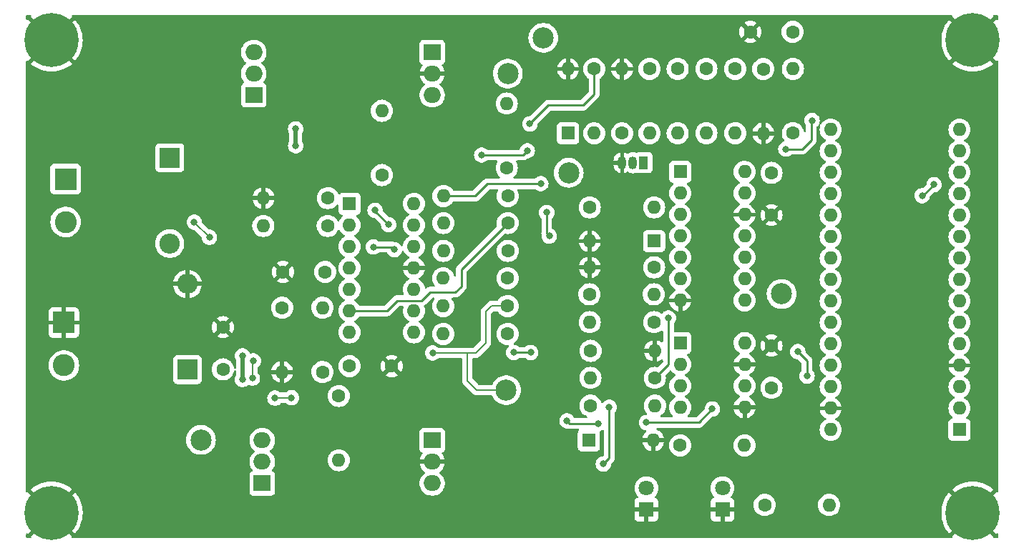
<source format=gbr>
%TF.GenerationSoftware,KiCad,Pcbnew,7.0.1*%
%TF.CreationDate,2023-08-13T16:19:12-06:00*%
%TF.ProjectId,USB_curve_tracer,5553425f-6375-4727-9665-5f7472616365,2*%
%TF.SameCoordinates,Original*%
%TF.FileFunction,Copper,L2,Bot*%
%TF.FilePolarity,Positive*%
%FSLAX46Y46*%
G04 Gerber Fmt 4.6, Leading zero omitted, Abs format (unit mm)*
G04 Created by KiCad (PCBNEW 7.0.1) date 2023-08-13 16:19:12*
%MOMM*%
%LPD*%
G01*
G04 APERTURE LIST*
%TA.AperFunction,ComponentPad*%
%ADD10C,1.600000*%
%TD*%
%TA.AperFunction,ComponentPad*%
%ADD11O,1.600000X1.600000*%
%TD*%
%TA.AperFunction,ComponentPad*%
%ADD12C,2.500000*%
%TD*%
%TA.AperFunction,ComponentPad*%
%ADD13R,1.600000X1.600000*%
%TD*%
%TA.AperFunction,ComponentPad*%
%ADD14R,2.400000X2.400000*%
%TD*%
%TA.AperFunction,ComponentPad*%
%ADD15O,2.400000X2.400000*%
%TD*%
%TA.AperFunction,ComponentPad*%
%ADD16R,2.000000X1.905000*%
%TD*%
%TA.AperFunction,ComponentPad*%
%ADD17O,2.000000X1.905000*%
%TD*%
%TA.AperFunction,ComponentPad*%
%ADD18C,0.800000*%
%TD*%
%TA.AperFunction,ComponentPad*%
%ADD19C,6.400000*%
%TD*%
%TA.AperFunction,ComponentPad*%
%ADD20R,2.600000X2.600000*%
%TD*%
%TA.AperFunction,ComponentPad*%
%ADD21C,2.600000*%
%TD*%
%TA.AperFunction,ComponentPad*%
%ADD22R,1.800000X1.800000*%
%TD*%
%TA.AperFunction,ComponentPad*%
%ADD23C,1.800000*%
%TD*%
%TA.AperFunction,ComponentPad*%
%ADD24R,1.050000X1.500000*%
%TD*%
%TA.AperFunction,ComponentPad*%
%ADD25O,1.050000X1.500000*%
%TD*%
%TA.AperFunction,ViaPad*%
%ADD26C,0.800000*%
%TD*%
%TA.AperFunction,Conductor*%
%ADD27C,0.250000*%
%TD*%
%TA.AperFunction,Conductor*%
%ADD28C,0.500000*%
%TD*%
%TA.AperFunction,Conductor*%
%ADD29C,0.200000*%
%TD*%
G04 APERTURE END LIST*
D10*
%TO.P,R25,1*%
%TO.N,+5V*%
X164492056Y-76382944D03*
D11*
%TO.P,R25,2*%
%TO.N,Net-(U3-Vref)*%
X164492056Y-84002944D03*
%TD*%
D10*
%TO.P,R1,1*%
%TO.N,+5V*%
X150790000Y-116300000D03*
D11*
%TO.P,R1,2*%
%TO.N,Net-(A1-D10)*%
X158410000Y-116300000D03*
%TD*%
D10*
%TO.P,R28,1*%
%TO.N,/IV_Variation/DUT_I*%
X150790000Y-109800000D03*
D11*
%TO.P,R28,2*%
%TO.N,GND*%
X158410000Y-109800000D03*
%TD*%
D12*
%TO.P,TP1,1,1*%
%TO.N,/IV_Variation/DUT+*%
X104697056Y-120352944D03*
%TD*%
D13*
%TO.P,D5,1,K*%
%TO.N,/IV_Variation/V{slash}4*%
X158310000Y-96800000D03*
D11*
%TO.P,D5,2,A*%
%TO.N,GND*%
X150690000Y-96800000D03*
%TD*%
D14*
%TO.P,D2,1,A1*%
%TO.N,/IV_Variation/DUT-*%
X100997056Y-86917944D03*
D15*
%TO.P,D2,2,A2*%
%TO.N,/IV_Variation/DUT+*%
X100997056Y-97077944D03*
%TD*%
D10*
%TO.P,R12,1*%
%TO.N,Net-(D7-A)*%
X171397056Y-128067944D03*
D11*
%TO.P,R12,2*%
%TO.N,Net-(A1-D7)*%
X179017056Y-128067944D03*
%TD*%
D13*
%TO.P,D3,1,K*%
%TO.N,/IV_Variation/DUT_V*%
X148127056Y-84017944D03*
D11*
%TO.P,D3,2,A*%
%TO.N,GND*%
X148127056Y-76397944D03*
%TD*%
D12*
%TO.P,TP3,1,1*%
%TO.N,/IV_Variation/DUT_I*%
X148200000Y-88700000D03*
%TD*%
D16*
%TO.P,Q5,1,G*%
%TO.N,Net-(Q5-G)*%
X111942056Y-125492944D03*
D17*
%TO.P,Q5,2,D*%
%TO.N,+12V*%
X111942056Y-122952944D03*
%TO.P,Q5,3,S*%
%TO.N,/IV_Variation/DUT+*%
X111942056Y-120412944D03*
%TD*%
D10*
%TO.P,R20,1*%
%TO.N,/IV_Variation/DUT_V*%
X154527056Y-84017944D03*
D11*
%TO.P,R20,2*%
%TO.N,GND*%
X154527056Y-76397944D03*
%TD*%
D13*
%TO.P,U1,1,Vdd*%
%TO.N,+5V*%
X161397056Y-108872944D03*
D11*
%TO.P,U1,2,~{CS}*%
%TO.N,Net-(A1-D10)*%
X161397056Y-111412944D03*
%TO.P,U1,3,SCK*%
%TO.N,Net-(A1-D13)*%
X161397056Y-113952944D03*
%TO.P,U1,4,SDI*%
%TO.N,Net-(A1-D11)*%
X161397056Y-116492944D03*
%TO.P,U1,5,~{LDAC}*%
%TO.N,GND*%
X169017056Y-116492944D03*
%TO.P,U1,6,Vref*%
%TO.N,+5V*%
X169017056Y-113952944D03*
%TO.P,U1,7,Vss*%
%TO.N,GND*%
X169017056Y-111412944D03*
%TO.P,U1,8,Vout*%
%TO.N,/IV_Variation/VADJ*%
X169017056Y-108872944D03*
%TD*%
D13*
%TO.P,D4,1,K*%
%TO.N,/IV_Variation/DUT_I*%
X150590000Y-120400000D03*
D11*
%TO.P,D4,2,A*%
%TO.N,GND*%
X158210000Y-120400000D03*
%TD*%
D18*
%TO.P,H2,1,1*%
%TO.N,GND*%
X193600000Y-73000000D03*
X194302944Y-71302944D03*
X194302944Y-74697056D03*
X196000000Y-70600000D03*
D19*
X196000000Y-73000000D03*
D18*
X196000000Y-75400000D03*
X197697056Y-71302944D03*
X197697056Y-74697056D03*
X198400000Y-73000000D03*
%TD*%
D10*
%TO.P,R14,1*%
%TO.N,Net-(U2C--)*%
X140967056Y-107797944D03*
D11*
%TO.P,R14,2*%
%TO.N,Net-(R14-Pad2)*%
X133347056Y-107797944D03*
%TD*%
D10*
%TO.P,R22,1*%
%TO.N,Net-(A1-D6)*%
X171227056Y-76407944D03*
D11*
%TO.P,R22,2*%
%TO.N,GND*%
X171227056Y-84027944D03*
%TD*%
D18*
%TO.P,H1,1,1*%
%TO.N,GND*%
X84600000Y-73000000D03*
X85302944Y-71302944D03*
X85302944Y-74697056D03*
X87000000Y-70600000D03*
D19*
X87000000Y-73000000D03*
D18*
X87000000Y-75400000D03*
X88697056Y-71302944D03*
X88697056Y-74697056D03*
X89400000Y-73000000D03*
%TD*%
D10*
%TO.P,R27,1*%
%TO.N,+5V*%
X157762056Y-76387944D03*
D11*
%TO.P,R27,2*%
%TO.N,Net-(U3-Vref)*%
X157762056Y-84007944D03*
%TD*%
D16*
%TO.P,Q1,1,G*%
%TO.N,Net-(Q1-G)*%
X110942056Y-79492944D03*
D17*
%TO.P,Q1,2,D*%
%TO.N,+12V*%
X110942056Y-76952944D03*
%TO.P,Q1,3,S*%
%TO.N,V{slash}2*%
X110942056Y-74412944D03*
%TD*%
D10*
%TO.P,R2,1*%
%TO.N,+12V*%
X119067056Y-112307944D03*
D11*
%TO.P,R2,2*%
%TO.N,Net-(U2B-+)*%
X119067056Y-104687944D03*
%TD*%
D10*
%TO.P,R11,1*%
%TO.N,Net-(D6-A)*%
X161390000Y-121000000D03*
D11*
%TO.P,R11,2*%
%TO.N,Net-(A1-D8)*%
X169010000Y-121000000D03*
%TD*%
D20*
%TO.P,J2,1,Pin_1*%
%TO.N,GND*%
X88470169Y-106453452D03*
D21*
%TO.P,J2,2,Pin_2*%
%TO.N,Net-(J2-Pin_2)*%
X88470169Y-111533452D03*
%TD*%
D16*
%TO.P,Q2,1,G*%
%TO.N,Net-(Q1-G)*%
X132052056Y-74412944D03*
D17*
%TO.P,Q2,2,D*%
%TO.N,GND*%
X132052056Y-76952944D03*
%TO.P,Q2,3,S*%
%TO.N,V{slash}2*%
X132052056Y-79492944D03*
%TD*%
D10*
%TO.P,R5,1*%
%TO.N,Net-(R14-Pad2)*%
X151227056Y-76397944D03*
D11*
%TO.P,R5,2*%
%TO.N,/IV_Variation/DUT_V*%
X151227056Y-84017944D03*
%TD*%
D10*
%TO.P,C2,1*%
%TO.N,Net-(A1-D6)*%
X174700000Y-72000000D03*
%TO.P,C2,2*%
%TO.N,GND*%
X169700000Y-72000000D03*
%TD*%
D20*
%TO.P,J1,1,Pin_1*%
%TO.N,/IV_Variation/DUT-*%
X88677669Y-89453452D03*
D21*
%TO.P,J1,2,Pin_2*%
%TO.N,/IV_Variation/DUT+*%
X88677669Y-94533452D03*
%TD*%
D13*
%TO.P,U3,1,CH0*%
%TO.N,/IV_Variation/DUT_V*%
X161397056Y-88587944D03*
D11*
%TO.P,U3,2,CH1*%
%TO.N,/IV_Variation/DUT_I*%
X161397056Y-91127944D03*
%TO.P,U3,3,CH2*%
%TO.N,/IV_Variation/V{slash}4*%
X161397056Y-93667944D03*
%TO.P,U3,4,CH3*%
%TO.N,unconnected-(U3-CH3-Pad4)*%
X161397056Y-96207944D03*
%TO.P,U3,5,NC*%
%TO.N,unconnected-(U3-NC-Pad5)*%
X161397056Y-98747944D03*
%TO.P,U3,6,NC*%
%TO.N,unconnected-(U3-NC-Pad6)*%
X161397056Y-101287944D03*
%TO.P,U3,7,DGND*%
%TO.N,GND*%
X161397056Y-103827944D03*
%TO.P,U3,8,~{CS}/SHDN*%
%TO.N,Net-(A1-D9)*%
X169017056Y-103827944D03*
%TO.P,U3,9,Din*%
%TO.N,Net-(A1-D11)*%
X169017056Y-101287944D03*
%TO.P,U3,10,Dout*%
%TO.N,Net-(A1-D12)*%
X169017056Y-98747944D03*
%TO.P,U3,11,CLK*%
%TO.N,Net-(A1-D13)*%
X169017056Y-96207944D03*
%TO.P,U3,12,AGND*%
%TO.N,GND*%
X169017056Y-93667944D03*
%TO.P,U3,13,Vref*%
%TO.N,Net-(U3-Vref)*%
X169017056Y-91127944D03*
%TO.P,U3,14,Vdd*%
%TO.N,+5V*%
X169017056Y-88587944D03*
%TD*%
D10*
%TO.P,C3,1*%
%TO.N,+12V*%
X107297056Y-111997944D03*
%TO.P,C3,2*%
%TO.N,GND*%
X107297056Y-106997944D03*
%TD*%
D22*
%TO.P,D6,1,K*%
%TO.N,GND*%
X157397056Y-128607944D03*
D23*
%TO.P,D6,2,A*%
%TO.N,Net-(D6-A)*%
X157397056Y-126067944D03*
%TD*%
D10*
%TO.P,C5,1*%
%TO.N,+5V*%
X172197056Y-88712944D03*
%TO.P,C5,2*%
%TO.N,GND*%
X172197056Y-93712944D03*
%TD*%
%TO.P,R17,1*%
%TO.N,Net-(U2C-+)*%
X158310000Y-106400000D03*
D11*
%TO.P,R17,2*%
%TO.N,V{slash}2*%
X150690000Y-106400000D03*
%TD*%
D10*
%TO.P,C8,1*%
%TO.N,Net-(U2B-+)*%
X122267056Y-111612944D03*
%TO.P,C8,2*%
%TO.N,GND*%
X127267056Y-111612944D03*
%TD*%
%TO.P,R24,1*%
%TO.N,+5V*%
X167892056Y-76387944D03*
D11*
%TO.P,R24,2*%
%TO.N,Net-(U3-Vref)*%
X167892056Y-84007944D03*
%TD*%
D10*
%TO.P,R10,1*%
%TO.N,Net-(U2D-+)*%
X150690000Y-92800000D03*
D11*
%TO.P,R10,2*%
%TO.N,V{slash}2*%
X158310000Y-92800000D03*
%TD*%
D10*
%TO.P,R4,1*%
%TO.N,Net-(R4-Pad1)*%
X126097056Y-88972944D03*
D11*
%TO.P,R4,2*%
%TO.N,Net-(Q1-G)*%
X126097056Y-81352944D03*
%TD*%
D10*
%TO.P,R30,1*%
%TO.N,/IV_Variation/V{slash}4*%
X158310000Y-99900000D03*
D11*
%TO.P,R30,2*%
%TO.N,GND*%
X150690000Y-99900000D03*
%TD*%
D10*
%TO.P,R8,1*%
%TO.N,Net-(F2-Pad2)*%
X140997056Y-97952944D03*
D11*
%TO.P,R8,2*%
%TO.N,Net-(U2D-+)*%
X133377056Y-97952944D03*
%TD*%
D10*
%TO.P,R26,1*%
%TO.N,+5V*%
X161092056Y-76387944D03*
D11*
%TO.P,R26,2*%
%TO.N,Net-(U3-Vref)*%
X161092056Y-84007944D03*
%TD*%
D18*
%TO.P,H4,1,1*%
%TO.N,GND*%
X193600000Y-129000000D03*
X194302944Y-127302944D03*
X194302944Y-130697056D03*
X196000000Y-126600000D03*
D19*
X196000000Y-129000000D03*
D18*
X196000000Y-131400000D03*
X197697056Y-127302944D03*
X197697056Y-130697056D03*
X198400000Y-129000000D03*
%TD*%
D10*
%TO.P,R21,1*%
%TO.N,+12V*%
X174727056Y-84007944D03*
D11*
%TO.P,R21,2*%
%TO.N,Net-(A1-D6)*%
X174727056Y-76387944D03*
%TD*%
D10*
%TO.P,R15,1*%
%TO.N,/IV_Variation/DUT-*%
X140967056Y-104497944D03*
D11*
%TO.P,R15,2*%
%TO.N,Net-(U2C--)*%
X133347056Y-104497944D03*
%TD*%
D10*
%TO.P,R16,1*%
%TO.N,/IV_Variation/DUT+*%
X140967056Y-101197944D03*
D11*
%TO.P,R16,2*%
%TO.N,Net-(U2C-+)*%
X133347056Y-101197944D03*
%TD*%
D12*
%TO.P,TP4,1,1*%
%TO.N,/IV_Variation/DUT_V*%
X145200000Y-72700000D03*
%TD*%
D13*
%TO.P,A1,1,D1/TX*%
%TO.N,unconnected-(A1-D1{slash}TX-Pad1)*%
X194437056Y-119152944D03*
D11*
%TO.P,A1,2,D0/RX*%
%TO.N,unconnected-(A1-D0{slash}RX-Pad2)*%
X194437056Y-116612944D03*
%TO.P,A1,3,~{RESET}*%
%TO.N,unconnected-(A1-~{RESET}-Pad3)*%
X194437056Y-114072944D03*
%TO.P,A1,4,GND*%
%TO.N,GND*%
X194437056Y-111532944D03*
%TO.P,A1,5,D2*%
%TO.N,unconnected-(A1-D2-Pad5)*%
X194437056Y-108992944D03*
%TO.P,A1,6,D3*%
%TO.N,unconnected-(A1-D3-Pad6)*%
X194437056Y-106452944D03*
%TO.P,A1,7,D4*%
%TO.N,unconnected-(A1-D4-Pad7)*%
X194437056Y-103912944D03*
%TO.P,A1,8,D5*%
%TO.N,unconnected-(A1-D5-Pad8)*%
X194437056Y-101372944D03*
%TO.P,A1,9,D6*%
%TO.N,Net-(A1-D6)*%
X194437056Y-98832944D03*
%TO.P,A1,10,D7*%
%TO.N,Net-(A1-D7)*%
X194437056Y-96292944D03*
%TO.P,A1,11,D8*%
%TO.N,Net-(A1-D8)*%
X194437056Y-93752944D03*
%TO.P,A1,12,D9*%
%TO.N,Net-(A1-D9)*%
X194437056Y-91212944D03*
%TO.P,A1,13,D10*%
%TO.N,Net-(A1-D10)*%
X194437056Y-88672944D03*
%TO.P,A1,14,D11*%
%TO.N,Net-(A1-D11)*%
X194437056Y-86132944D03*
%TO.P,A1,15,D12*%
%TO.N,Net-(A1-D12)*%
X194437056Y-83592944D03*
%TO.P,A1,16,D13*%
%TO.N,Net-(A1-D13)*%
X179197056Y-83592944D03*
%TO.P,A1,17,3V3*%
%TO.N,unconnected-(A1-3V3-Pad17)*%
X179197056Y-86132944D03*
%TO.P,A1,18,AREF*%
%TO.N,unconnected-(A1-AREF-Pad18)*%
X179197056Y-88672944D03*
%TO.P,A1,19,A0*%
%TO.N,unconnected-(A1-A0-Pad19)*%
X179197056Y-91212944D03*
%TO.P,A1,20,A1*%
%TO.N,unconnected-(A1-A1-Pad20)*%
X179197056Y-93752944D03*
%TO.P,A1,21,A2*%
%TO.N,unconnected-(A1-A2-Pad21)*%
X179197056Y-96292944D03*
%TO.P,A1,22,A3*%
%TO.N,unconnected-(A1-A3-Pad22)*%
X179197056Y-98832944D03*
%TO.P,A1,23,A4*%
%TO.N,unconnected-(A1-A4-Pad23)*%
X179197056Y-101372944D03*
%TO.P,A1,24,A5*%
%TO.N,unconnected-(A1-A5-Pad24)*%
X179197056Y-103912944D03*
%TO.P,A1,25,A6*%
%TO.N,unconnected-(A1-A6-Pad25)*%
X179197056Y-106452944D03*
%TO.P,A1,26,A7*%
%TO.N,unconnected-(A1-A7-Pad26)*%
X179197056Y-108992944D03*
%TO.P,A1,27,+5V*%
%TO.N,+5V*%
X179197056Y-111532944D03*
%TO.P,A1,28,~{RESET}*%
%TO.N,unconnected-(A1-~{RESET}-Pad28)*%
X179197056Y-114072944D03*
%TO.P,A1,29,GND*%
%TO.N,GND*%
X179197056Y-116612944D03*
%TO.P,A1,30,VIN*%
%TO.N,unconnected-(A1-VIN-Pad30)*%
X179197056Y-119152944D03*
%TD*%
D14*
%TO.P,D1,1,K*%
%TO.N,+12V*%
X103097056Y-112032944D03*
D15*
%TO.P,D1,2,A*%
%TO.N,GND*%
X103097056Y-101872944D03*
%TD*%
D24*
%TO.P,U4,1*%
%TO.N,N/C*%
X157070000Y-87500000D03*
D25*
%TO.P,U4,2,K*%
%TO.N,Net-(U3-Vref)*%
X155800000Y-87500000D03*
%TO.P,U4,3,A*%
%TO.N,GND*%
X154530000Y-87500000D03*
%TD*%
D12*
%TO.P,TP2,1,1*%
%TO.N,V{slash}2*%
X140997056Y-76952944D03*
%TD*%
D10*
%TO.P,C1,1*%
%TO.N,+5V*%
X172197056Y-114172944D03*
%TO.P,C1,2*%
%TO.N,GND*%
X172197056Y-109172944D03*
%TD*%
D18*
%TO.P,H3,1,1*%
%TO.N,GND*%
X84600000Y-129000000D03*
X85302944Y-127302944D03*
X85302944Y-130697056D03*
X87000000Y-126600000D03*
D19*
X87000000Y-129000000D03*
D18*
X87000000Y-131400000D03*
X88697056Y-127302944D03*
X88697056Y-130697056D03*
X89400000Y-129000000D03*
%TD*%
D10*
%TO.P,R19,1*%
%TO.N,Net-(U2D--)*%
X140997056Y-91452944D03*
D11*
%TO.P,R19,2*%
%TO.N,Net-(R19-Pad2)*%
X133377056Y-91452944D03*
%TD*%
D16*
%TO.P,Q6,1,G*%
%TO.N,Net-(Q5-G)*%
X132052056Y-120412944D03*
D17*
%TO.P,Q6,2,D*%
%TO.N,GND*%
X132052056Y-122952944D03*
%TO.P,Q6,3,S*%
%TO.N,/IV_Variation/DUT+*%
X132052056Y-125492944D03*
%TD*%
D10*
%TO.P,R13,1*%
%TO.N,Net-(F2-Pad2)*%
X140867056Y-88112944D03*
D11*
%TO.P,R13,2*%
%TO.N,V{slash}2*%
X140867056Y-80492944D03*
%TD*%
D10*
%TO.P,R29,1*%
%TO.N,V{slash}2*%
X150660000Y-103105000D03*
D11*
%TO.P,R29,2*%
%TO.N,/IV_Variation/V{slash}4*%
X158280000Y-103105000D03*
%TD*%
D10*
%TO.P,R23,1*%
%TO.N,Net-(R19-Pad2)*%
X158400000Y-113000000D03*
D11*
%TO.P,R23,2*%
%TO.N,/IV_Variation/DUT_I*%
X150780000Y-113000000D03*
%TD*%
D10*
%TO.P,R18,1*%
%TO.N,V{slash}2*%
X140987056Y-94652944D03*
D11*
%TO.P,R18,2*%
%TO.N,Net-(U2D--)*%
X133367056Y-94652944D03*
%TD*%
D22*
%TO.P,D7,1,K*%
%TO.N,GND*%
X166397056Y-128607944D03*
D23*
%TO.P,D7,2,A*%
%TO.N,Net-(D7-A)*%
X166397056Y-126067944D03*
%TD*%
D10*
%TO.P,R9,1*%
%TO.N,Net-(R9-Pad1)*%
X120997056Y-115142944D03*
D11*
%TO.P,R9,2*%
%TO.N,Net-(Q5-G)*%
X120997056Y-122762944D03*
%TD*%
D10*
%TO.P,C4,1*%
%TO.N,+12V*%
X119387056Y-100452944D03*
%TO.P,C4,2*%
%TO.N,GND*%
X114387056Y-100452944D03*
%TD*%
D13*
%TO.P,U2,1*%
%TO.N,Net-(R9-Pad1)*%
X122267056Y-92372944D03*
D11*
%TO.P,U2,2,-*%
%TO.N,Net-(U2A--)*%
X122267056Y-94912944D03*
%TO.P,U2,3,+*%
%TO.N,/IV_Variation/VADJ*%
X122267056Y-97452944D03*
%TO.P,U2,4,V+*%
%TO.N,+12V*%
X122267056Y-99992944D03*
%TO.P,U2,5,+*%
%TO.N,Net-(U2B-+)*%
X122267056Y-102532944D03*
%TO.P,U2,6,-*%
%TO.N,V{slash}2*%
X122267056Y-105072944D03*
%TO.P,U2,7*%
%TO.N,Net-(R4-Pad1)*%
X122267056Y-107612944D03*
%TO.P,U2,8*%
%TO.N,Net-(R14-Pad2)*%
X129887056Y-107612944D03*
%TO.P,U2,9,-*%
%TO.N,Net-(U2C--)*%
X129887056Y-105072944D03*
%TO.P,U2,10,+*%
%TO.N,Net-(U2C-+)*%
X129887056Y-102532944D03*
%TO.P,U2,11,V-*%
%TO.N,GND*%
X129887056Y-99992944D03*
%TO.P,U2,12,+*%
%TO.N,Net-(U2D-+)*%
X129887056Y-97452944D03*
%TO.P,U2,13,-*%
%TO.N,Net-(U2D--)*%
X129887056Y-94912944D03*
%TO.P,U2,14*%
%TO.N,Net-(R19-Pad2)*%
X129887056Y-92372944D03*
%TD*%
D12*
%TO.P,TP5,1,1*%
%TO.N,/IV_Variation/DUT-*%
X140797056Y-114452944D03*
%TD*%
%TO.P,TP6,1,1*%
%TO.N,/IV_Variation/VADJ*%
X173397056Y-103067944D03*
%TD*%
D10*
%TO.P,R7,1*%
%TO.N,Net-(U2A--)*%
X119710000Y-91700000D03*
D11*
%TO.P,R7,2*%
%TO.N,GND*%
X112090000Y-91700000D03*
%TD*%
D10*
%TO.P,R3,1*%
%TO.N,Net-(U2B-+)*%
X114297056Y-104687944D03*
D11*
%TO.P,R3,2*%
%TO.N,GND*%
X114297056Y-112307944D03*
%TD*%
D10*
%TO.P,R6,1*%
%TO.N,Net-(U2A--)*%
X119687056Y-94997944D03*
D11*
%TO.P,R6,2*%
%TO.N,/IV_Variation/DUT+*%
X112067056Y-94997944D03*
%TD*%
D26*
%TO.N,+5V*%
X153000000Y-116500000D03*
X175300000Y-109900000D03*
X176400000Y-112800000D03*
X173900000Y-85900000D03*
X152300000Y-123200000D03*
X177000000Y-82500000D03*
%TO.N,Net-(A1-D10)*%
X190027056Y-91407944D03*
X191427056Y-90107944D03*
%TO.N,+12V*%
X115900000Y-83500000D03*
X115900000Y-85500000D03*
%TO.N,/IV_Variation/DUT-*%
X113450500Y-115405874D03*
X115397056Y-115352944D03*
X132097056Y-110052944D03*
X110895617Y-110996321D03*
X105697056Y-96352944D03*
X103897056Y-94552944D03*
X110772757Y-113036121D03*
%TO.N,/IV_Variation/DUT+*%
X109600000Y-110400000D03*
X109600000Y-113200000D03*
%TO.N,V{slash}2*%
X145600000Y-93400000D03*
X145900000Y-96200000D03*
%TO.N,Net-(R9-Pad1)*%
X125297056Y-93152944D03*
X126897056Y-94852944D03*
%TO.N,Net-(R14-Pad2)*%
X137900000Y-86600000D03*
X143300000Y-86100000D03*
X143600000Y-82900000D03*
%TO.N,/IV_Variation/VADJ*%
X165200000Y-116700000D03*
X141700000Y-110000000D03*
X157400000Y-118300000D03*
X148000000Y-118100000D03*
X125100000Y-97500000D03*
X151700000Y-118400000D03*
X127575500Y-97806466D03*
X143700000Y-110000000D03*
%TO.N,Net-(R19-Pad2)*%
X144900000Y-90000000D03*
X160000000Y-105900000D03*
%TD*%
D27*
%TO.N,+5V*%
X175800000Y-85900000D02*
X176900000Y-84800000D01*
X173900000Y-85900000D02*
X175800000Y-85900000D01*
X175300000Y-109900000D02*
X176400000Y-111000000D01*
X153000000Y-116500000D02*
X153000000Y-122500000D01*
X176900000Y-84800000D02*
X176900000Y-82600000D01*
X176900000Y-82600000D02*
X177000000Y-82500000D01*
X153000000Y-122500000D02*
X152300000Y-123200000D01*
X176400000Y-111000000D02*
X176400000Y-112800000D01*
%TO.N,Net-(A1-D10)*%
X190127056Y-91407944D02*
X191427056Y-90107944D01*
X190027056Y-91407944D02*
X190127056Y-91407944D01*
D28*
%TO.N,+12V*%
X115900000Y-83500000D02*
X115900000Y-85500000D01*
D29*
%TO.N,/IV_Variation/DUT-*%
X115397056Y-115352944D02*
X113503430Y-115352944D01*
X110772757Y-111119181D02*
X110772757Y-113036121D01*
X136197056Y-113352944D02*
X137297056Y-114452944D01*
X136197056Y-110052944D02*
X137197056Y-110052944D01*
X132097056Y-110052944D02*
X136197056Y-110052944D01*
X138397056Y-108852944D02*
X138397056Y-105152944D01*
X139052056Y-104497944D02*
X140967056Y-104497944D01*
X137297056Y-114452944D02*
X140797056Y-114452944D01*
X110895617Y-110996321D02*
X110772757Y-111119181D01*
X113503430Y-115352944D02*
X113450500Y-115405874D01*
X137197056Y-110052944D02*
X138397056Y-108852944D01*
X103897056Y-94552944D02*
X105697056Y-96352944D01*
X138397056Y-105152944D02*
X139052056Y-104497944D01*
X136197056Y-110052944D02*
X136197056Y-113352944D01*
D28*
%TO.N,/IV_Variation/DUT+*%
X109600000Y-110400000D02*
X109600000Y-113200000D01*
D27*
%TO.N,V{slash}2*%
X134797056Y-102852944D02*
X135497056Y-102152944D01*
X130797056Y-103852944D02*
X131797056Y-102852944D01*
X126677056Y-105072944D02*
X127897056Y-103852944D01*
X135497056Y-102152944D02*
X135497056Y-100142944D01*
X135497056Y-100142944D02*
X140987056Y-94652944D01*
X145600000Y-93400000D02*
X145600000Y-95900000D01*
X145600000Y-95900000D02*
X145900000Y-96200000D01*
X127897056Y-103852944D02*
X130797056Y-103852944D01*
X131797056Y-102852944D02*
X134797056Y-102852944D01*
X122267056Y-105072944D02*
X126677056Y-105072944D01*
%TO.N,Net-(R9-Pad1)*%
X125297056Y-93152944D02*
X125297056Y-93252944D01*
X125297056Y-93252944D02*
X126897056Y-94852944D01*
%TO.N,Net-(R14-Pad2)*%
X151227056Y-76397944D02*
X151227056Y-79372944D01*
X145800000Y-80700000D02*
X143600000Y-82900000D01*
X149900000Y-80700000D02*
X145800000Y-80700000D01*
X137900000Y-86600000D02*
X142800000Y-86600000D01*
X142800000Y-86600000D02*
X143300000Y-86100000D01*
X151227056Y-79372944D02*
X149900000Y-80700000D01*
%TO.N,/IV_Variation/VADJ*%
X125100000Y-97500000D02*
X127269034Y-97500000D01*
X163600000Y-118300000D02*
X157400000Y-118300000D01*
X165200000Y-116700000D02*
X163600000Y-118300000D01*
X127269034Y-97500000D02*
X127575500Y-97806466D01*
X141700000Y-110000000D02*
X143700000Y-110000000D01*
X148300000Y-118400000D02*
X148000000Y-118100000D01*
X151700000Y-118400000D02*
X148300000Y-118400000D01*
%TO.N,Net-(R19-Pad2)*%
X133377056Y-91452944D02*
X137147056Y-91452944D01*
X137147056Y-91452944D02*
X138600000Y-90000000D01*
X158400000Y-113000000D02*
X160000000Y-111400000D01*
X160000000Y-111400000D02*
X160000000Y-105900000D01*
X138600000Y-90000000D02*
X144900000Y-90000000D01*
%TD*%
%TA.AperFunction,Conductor*%
%TO.N,GND*%
G36*
X84533761Y-70014718D02*
G01*
X84578447Y-70055380D01*
X84598615Y-70112331D01*
X84589476Y-70172053D01*
X84564985Y-70204670D01*
X84564648Y-70211096D01*
X87000000Y-72646447D01*
X87000001Y-72646447D01*
X89435350Y-70211096D01*
X89435013Y-70204670D01*
X89410523Y-70172053D01*
X89401384Y-70112331D01*
X89421552Y-70055380D01*
X89466238Y-70014718D01*
X89524834Y-70000000D01*
X193475165Y-70000000D01*
X193533761Y-70014718D01*
X193578447Y-70055380D01*
X193598615Y-70112331D01*
X193589476Y-70172053D01*
X193564985Y-70204670D01*
X193564648Y-70211096D01*
X196000000Y-72646447D01*
X196000001Y-72646447D01*
X198435350Y-70211096D01*
X198435013Y-70204670D01*
X198410523Y-70172053D01*
X198401384Y-70112331D01*
X198421552Y-70055380D01*
X198466238Y-70014718D01*
X198524834Y-70000000D01*
X198876000Y-70000000D01*
X198938000Y-70016613D01*
X198983387Y-70062000D01*
X199000000Y-70124000D01*
X199000000Y-70475166D01*
X198985282Y-70533762D01*
X198944620Y-70578448D01*
X198887669Y-70598616D01*
X198827948Y-70589477D01*
X198795329Y-70564985D01*
X198788903Y-70564648D01*
X196353553Y-73000000D01*
X196353553Y-73000001D01*
X198788903Y-75435350D01*
X198795327Y-75435013D01*
X198827948Y-75410521D01*
X198887669Y-75401382D01*
X198944621Y-75421550D01*
X198985282Y-75466236D01*
X199000000Y-75524832D01*
X199000000Y-126475166D01*
X198985282Y-126533762D01*
X198944620Y-126578448D01*
X198887669Y-126598616D01*
X198827948Y-126589477D01*
X198795329Y-126564985D01*
X198788903Y-126564648D01*
X196353553Y-129000000D01*
X196353553Y-129000001D01*
X198788903Y-131435350D01*
X198795327Y-131435013D01*
X198827948Y-131410521D01*
X198887669Y-131401382D01*
X198944621Y-131421550D01*
X198985282Y-131466236D01*
X199000000Y-131524832D01*
X199000000Y-131876000D01*
X198983387Y-131938000D01*
X198938000Y-131983387D01*
X198876000Y-132000000D01*
X198524832Y-132000000D01*
X198466236Y-131985282D01*
X198421550Y-131944621D01*
X198401382Y-131887669D01*
X198410521Y-131827948D01*
X198435013Y-131795327D01*
X198435350Y-131788903D01*
X196000000Y-129353553D01*
X193564648Y-131788903D01*
X193564985Y-131795329D01*
X193589477Y-131827948D01*
X193598616Y-131887669D01*
X193578448Y-131944620D01*
X193533762Y-131985282D01*
X193475166Y-132000000D01*
X89524832Y-132000000D01*
X89466236Y-131985282D01*
X89421550Y-131944621D01*
X89401382Y-131887669D01*
X89410521Y-131827948D01*
X89435013Y-131795327D01*
X89435350Y-131788903D01*
X87000000Y-129353553D01*
X84564648Y-131788903D01*
X84564985Y-131795329D01*
X84589477Y-131827948D01*
X84598616Y-131887669D01*
X84578448Y-131944620D01*
X84533762Y-131985282D01*
X84475166Y-132000000D01*
X84124000Y-132000000D01*
X84062000Y-131983387D01*
X84016613Y-131938000D01*
X84000000Y-131876000D01*
X84000000Y-131524834D01*
X84014718Y-131466238D01*
X84055380Y-131421552D01*
X84112331Y-131401384D01*
X84172053Y-131410523D01*
X84204670Y-131435013D01*
X84211096Y-131435350D01*
X86646447Y-129000000D01*
X87353553Y-129000000D01*
X89788902Y-131435349D01*
X89997473Y-131177786D01*
X90208690Y-130852543D01*
X90384757Y-130506990D01*
X90523739Y-130144931D01*
X90624114Y-129770325D01*
X90684780Y-129387288D01*
X90705077Y-129000000D01*
X90697632Y-128857944D01*
X155997056Y-128857944D01*
X155997056Y-129555768D01*
X156003458Y-129615319D01*
X156053703Y-129750033D01*
X156139867Y-129865132D01*
X156254966Y-129951296D01*
X156389680Y-130001541D01*
X156449232Y-130007944D01*
X157147056Y-130007944D01*
X157147056Y-128857944D01*
X157647056Y-128857944D01*
X157647056Y-130007944D01*
X158344880Y-130007944D01*
X158404431Y-130001541D01*
X158539145Y-129951296D01*
X158654244Y-129865132D01*
X158740408Y-129750033D01*
X158790653Y-129615319D01*
X158797056Y-129555768D01*
X158797056Y-128857944D01*
X164997056Y-128857944D01*
X164997056Y-129555768D01*
X165003458Y-129615319D01*
X165053703Y-129750033D01*
X165139867Y-129865132D01*
X165254966Y-129951296D01*
X165389680Y-130001541D01*
X165449232Y-130007944D01*
X166147056Y-130007944D01*
X166147056Y-128857944D01*
X166647056Y-128857944D01*
X166647056Y-130007944D01*
X167344880Y-130007944D01*
X167404431Y-130001541D01*
X167539145Y-129951296D01*
X167654244Y-129865132D01*
X167740408Y-129750033D01*
X167790653Y-129615319D01*
X167797056Y-129555768D01*
X167797056Y-128857944D01*
X166647056Y-128857944D01*
X166147056Y-128857944D01*
X164997056Y-128857944D01*
X158797056Y-128857944D01*
X157647056Y-128857944D01*
X157147056Y-128857944D01*
X155997056Y-128857944D01*
X90697632Y-128857944D01*
X90684780Y-128612711D01*
X90624114Y-128229674D01*
X90523739Y-127855068D01*
X90384757Y-127493009D01*
X90208690Y-127147456D01*
X89997469Y-126822207D01*
X89788904Y-126564649D01*
X89788903Y-126564648D01*
X87353553Y-129000000D01*
X86646447Y-129000000D01*
X84211096Y-126564648D01*
X84204670Y-126564985D01*
X84172053Y-126589476D01*
X84112331Y-126598615D01*
X84055380Y-126578447D01*
X84014718Y-126533761D01*
X84000000Y-126475165D01*
X84000000Y-126211096D01*
X84564648Y-126211096D01*
X87000000Y-128646447D01*
X87000001Y-128646447D01*
X89152368Y-126494078D01*
X110433556Y-126494078D01*
X110440067Y-126554649D01*
X110491166Y-126691647D01*
X110578794Y-126808705D01*
X110695852Y-126896333D01*
X110832850Y-126947432D01*
X110832853Y-126947432D01*
X110832855Y-126947433D01*
X110893418Y-126953944D01*
X112990690Y-126953944D01*
X112990694Y-126953944D01*
X113051257Y-126947433D01*
X113051259Y-126947432D01*
X113051261Y-126947432D01*
X113129180Y-126918368D01*
X113188260Y-126896333D01*
X113305317Y-126808705D01*
X113392945Y-126691648D01*
X113414980Y-126632568D01*
X113444044Y-126554649D01*
X113444044Y-126554647D01*
X113444045Y-126554645D01*
X113450556Y-126494082D01*
X113450556Y-125614006D01*
X130543556Y-125614006D01*
X130583407Y-125852829D01*
X130657258Y-126067944D01*
X130662026Y-126081832D01*
X130777264Y-126294774D01*
X130925980Y-126485844D01*
X131104116Y-126649830D01*
X131306814Y-126782259D01*
X131528544Y-126879519D01*
X131763259Y-126938957D01*
X131835607Y-126944951D01*
X131944123Y-126953944D01*
X131944129Y-126953944D01*
X132159983Y-126953944D01*
X132159989Y-126953944D01*
X132258639Y-126945769D01*
X132340853Y-126938957D01*
X132575568Y-126879519D01*
X132797298Y-126782259D01*
X132999996Y-126649830D01*
X133178132Y-126485844D01*
X133326848Y-126294774D01*
X133442086Y-126081832D01*
X133446854Y-126067943D01*
X155983728Y-126067943D01*
X156003004Y-126300565D01*
X156060307Y-126526852D01*
X156091786Y-126598616D01*
X156154072Y-126740613D01*
X156278079Y-126930421D01*
X156281743Y-126936028D01*
X156375129Y-127037472D01*
X156403903Y-127090224D01*
X156404496Y-127150311D01*
X156376769Y-127203621D01*
X156327234Y-127237637D01*
X156254967Y-127264591D01*
X156139867Y-127350755D01*
X156053703Y-127465854D01*
X156003458Y-127600568D01*
X155997056Y-127660120D01*
X155997056Y-128357944D01*
X158797056Y-128357944D01*
X158797056Y-127660120D01*
X158790653Y-127600568D01*
X158740408Y-127465854D01*
X158654244Y-127350755D01*
X158539144Y-127264591D01*
X158466877Y-127237637D01*
X158417342Y-127203622D01*
X158389615Y-127150311D01*
X158390208Y-127090224D01*
X158418979Y-127037475D01*
X158512370Y-126936027D01*
X158640040Y-126740613D01*
X158733805Y-126526851D01*
X158791107Y-126300570D01*
X158810383Y-126067944D01*
X158810383Y-126067943D01*
X164983728Y-126067943D01*
X165003004Y-126300565D01*
X165060307Y-126526852D01*
X165091786Y-126598616D01*
X165154072Y-126740613D01*
X165278079Y-126930421D01*
X165281743Y-126936028D01*
X165375129Y-127037472D01*
X165403903Y-127090224D01*
X165404496Y-127150311D01*
X165376769Y-127203621D01*
X165327234Y-127237637D01*
X165254967Y-127264591D01*
X165139867Y-127350755D01*
X165053703Y-127465854D01*
X165003458Y-127600568D01*
X164997056Y-127660120D01*
X164997056Y-128357944D01*
X167797056Y-128357944D01*
X167797056Y-128067943D01*
X170083557Y-128067943D01*
X170103512Y-128296028D01*
X170162773Y-128517190D01*
X170259530Y-128724688D01*
X170259532Y-128724690D01*
X170259533Y-128724693D01*
X170390858Y-128912244D01*
X170552756Y-129074142D01*
X170740307Y-129205467D01*
X170947813Y-129302228D01*
X171168969Y-129361487D01*
X171397056Y-129381442D01*
X171625143Y-129361487D01*
X171846299Y-129302228D01*
X172053805Y-129205467D01*
X172241356Y-129074142D01*
X172403254Y-128912244D01*
X172534579Y-128724693D01*
X172631340Y-128517187D01*
X172690599Y-128296031D01*
X172710554Y-128067944D01*
X172710554Y-128067943D01*
X177703557Y-128067943D01*
X177723512Y-128296028D01*
X177782773Y-128517190D01*
X177879530Y-128724688D01*
X177879532Y-128724690D01*
X177879533Y-128724693D01*
X178010858Y-128912244D01*
X178172756Y-129074142D01*
X178360307Y-129205467D01*
X178567813Y-129302228D01*
X178788969Y-129361487D01*
X179017056Y-129381442D01*
X179245143Y-129361487D01*
X179466299Y-129302228D01*
X179673805Y-129205467D01*
X179861356Y-129074142D01*
X179935498Y-129000000D01*
X192294922Y-129000000D01*
X192315219Y-129387288D01*
X192375885Y-129770325D01*
X192476260Y-130144931D01*
X192615242Y-130506990D01*
X192791309Y-130852543D01*
X193002530Y-131177792D01*
X193211095Y-131435350D01*
X193211096Y-131435350D01*
X195646447Y-129000000D01*
X193211096Y-126564648D01*
X193002526Y-126822214D01*
X192791309Y-127147456D01*
X192615242Y-127493009D01*
X192476260Y-127855068D01*
X192375885Y-128229674D01*
X192315219Y-128612711D01*
X192294922Y-129000000D01*
X179935498Y-129000000D01*
X180023254Y-128912244D01*
X180154579Y-128724693D01*
X180251340Y-128517187D01*
X180310599Y-128296031D01*
X180330554Y-128067944D01*
X180310599Y-127839857D01*
X180251340Y-127618701D01*
X180180067Y-127465854D01*
X180154581Y-127411199D01*
X180154580Y-127411198D01*
X180154579Y-127411195D01*
X180023254Y-127223644D01*
X179861356Y-127061746D01*
X179673805Y-126930421D01*
X179673802Y-126930420D01*
X179673800Y-126930418D01*
X179466302Y-126833661D01*
X179466299Y-126833660D01*
X179355720Y-126804030D01*
X179245140Y-126774400D01*
X179017056Y-126754445D01*
X178788971Y-126774400D01*
X178567809Y-126833661D01*
X178360311Y-126930418D01*
X178172752Y-127061749D01*
X178010861Y-127223640D01*
X177879530Y-127411199D01*
X177782773Y-127618697D01*
X177723512Y-127839859D01*
X177703557Y-128067943D01*
X172710554Y-128067943D01*
X172690599Y-127839857D01*
X172631340Y-127618701D01*
X172560067Y-127465854D01*
X172534581Y-127411199D01*
X172534580Y-127411198D01*
X172534579Y-127411195D01*
X172403254Y-127223644D01*
X172241356Y-127061746D01*
X172053805Y-126930421D01*
X172053802Y-126930420D01*
X172053800Y-126930418D01*
X171846302Y-126833661D01*
X171846299Y-126833660D01*
X171735720Y-126804030D01*
X171625140Y-126774400D01*
X171397056Y-126754445D01*
X171168971Y-126774400D01*
X170947809Y-126833661D01*
X170740311Y-126930418D01*
X170552752Y-127061749D01*
X170390861Y-127223640D01*
X170259530Y-127411199D01*
X170162773Y-127618697D01*
X170103512Y-127839859D01*
X170083557Y-128067943D01*
X167797056Y-128067943D01*
X167797056Y-127660120D01*
X167790653Y-127600568D01*
X167740408Y-127465854D01*
X167654244Y-127350755D01*
X167539144Y-127264591D01*
X167466877Y-127237637D01*
X167417342Y-127203622D01*
X167389615Y-127150311D01*
X167390208Y-127090224D01*
X167418979Y-127037475D01*
X167512370Y-126936027D01*
X167640040Y-126740613D01*
X167733805Y-126526851D01*
X167791107Y-126300570D01*
X167798521Y-126211096D01*
X193564648Y-126211096D01*
X196000000Y-128646447D01*
X196000001Y-128646447D01*
X198435350Y-126211096D01*
X198435350Y-126211095D01*
X198177792Y-126002530D01*
X197852543Y-125791309D01*
X197506990Y-125615242D01*
X197144931Y-125476260D01*
X196770325Y-125375885D01*
X196387288Y-125315219D01*
X196000000Y-125294922D01*
X195612711Y-125315219D01*
X195229674Y-125375885D01*
X194855068Y-125476260D01*
X194493009Y-125615242D01*
X194147456Y-125791309D01*
X193822214Y-126002526D01*
X193564648Y-126211096D01*
X167798521Y-126211096D01*
X167810383Y-126067944D01*
X167791107Y-125835318D01*
X167733805Y-125609037D01*
X167640040Y-125395275D01*
X167512370Y-125199861D01*
X167354276Y-125028126D01*
X167170073Y-124884754D01*
X166964783Y-124773657D01*
X166964782Y-124773656D01*
X166964781Y-124773656D01*
X166744009Y-124697863D01*
X166513768Y-124659444D01*
X166280344Y-124659444D01*
X166050102Y-124697863D01*
X165829330Y-124773656D01*
X165624039Y-124884754D01*
X165439836Y-125028125D01*
X165281740Y-125199862D01*
X165154072Y-125395274D01*
X165060307Y-125609035D01*
X165003004Y-125835322D01*
X164983728Y-126067943D01*
X158810383Y-126067943D01*
X158791107Y-125835318D01*
X158733805Y-125609037D01*
X158640040Y-125395275D01*
X158512370Y-125199861D01*
X158354276Y-125028126D01*
X158170073Y-124884754D01*
X157964783Y-124773657D01*
X157964782Y-124773656D01*
X157964781Y-124773656D01*
X157744009Y-124697863D01*
X157513768Y-124659444D01*
X157280344Y-124659444D01*
X157050102Y-124697863D01*
X156829330Y-124773656D01*
X156624039Y-124884754D01*
X156439836Y-125028125D01*
X156281740Y-125199862D01*
X156154072Y-125395274D01*
X156060307Y-125609035D01*
X156003004Y-125835322D01*
X155983728Y-126067943D01*
X133446854Y-126067943D01*
X133481394Y-125967329D01*
X133520704Y-125852829D01*
X133560556Y-125614006D01*
X133560556Y-125371882D01*
X133520704Y-125133058D01*
X133442086Y-124904057D01*
X133442086Y-124904056D01*
X133326848Y-124691114D01*
X133178132Y-124500044D01*
X132999996Y-124336058D01*
X132999993Y-124336056D01*
X132999992Y-124336055D01*
X132977982Y-124321675D01*
X132936749Y-124276884D01*
X132921804Y-124217866D01*
X132936750Y-124158848D01*
X132977984Y-124114057D01*
X132994758Y-124103098D01*
X133171857Y-123940066D01*
X133319707Y-123750108D01*
X133434275Y-123538404D01*
X133512436Y-123310736D01*
X133530423Y-123202944D01*
X130573689Y-123202944D01*
X130591675Y-123310736D01*
X130669836Y-123538404D01*
X130784404Y-123750108D01*
X130932254Y-123940066D01*
X131109353Y-124103097D01*
X131126129Y-124114058D01*
X131167362Y-124158849D01*
X131182307Y-124217867D01*
X131167362Y-124276884D01*
X131126129Y-124321675D01*
X131104114Y-124336057D01*
X130925979Y-124500043D01*
X130777266Y-124691111D01*
X130662025Y-124904057D01*
X130583407Y-125133058D01*
X130543556Y-125371882D01*
X130543556Y-125614006D01*
X113450556Y-125614006D01*
X113450556Y-124491806D01*
X113444045Y-124431243D01*
X113444044Y-124431241D01*
X113444044Y-124431238D01*
X113392945Y-124294240D01*
X113305317Y-124177182D01*
X113188260Y-124089554D01*
X113166748Y-124081531D01*
X113118931Y-124049418D01*
X113090783Y-123999165D01*
X113088376Y-123941616D01*
X113112229Y-123889188D01*
X113120263Y-123878866D01*
X113216848Y-123754774D01*
X113332086Y-123541832D01*
X113384235Y-123389928D01*
X113410704Y-123312829D01*
X113450556Y-123074006D01*
X113450556Y-122831882D01*
X113439052Y-122762944D01*
X119683557Y-122762944D01*
X119703512Y-122991028D01*
X119708615Y-123010072D01*
X119760295Y-123202944D01*
X119762773Y-123212190D01*
X119859530Y-123419688D01*
X119859532Y-123419690D01*
X119859533Y-123419693D01*
X119990858Y-123607244D01*
X120152756Y-123769142D01*
X120340307Y-123900467D01*
X120547813Y-123997228D01*
X120768969Y-124056487D01*
X120997056Y-124076442D01*
X121225143Y-124056487D01*
X121446299Y-123997228D01*
X121653805Y-123900467D01*
X121841356Y-123769142D01*
X122003254Y-123607244D01*
X122134579Y-123419693D01*
X122231340Y-123212187D01*
X122290599Y-122991031D01*
X122310554Y-122762944D01*
X122290599Y-122534857D01*
X122231340Y-122313701D01*
X122134579Y-122106195D01*
X122003254Y-121918644D01*
X121841356Y-121756746D01*
X121653805Y-121625421D01*
X121653802Y-121625420D01*
X121653800Y-121625418D01*
X121446302Y-121528661D01*
X121446299Y-121528660D01*
X121244714Y-121474645D01*
X121225140Y-121469400D01*
X120997056Y-121449445D01*
X120768971Y-121469400D01*
X120547809Y-121528661D01*
X120340311Y-121625418D01*
X120340306Y-121625421D01*
X120340307Y-121625421D01*
X120173876Y-121741958D01*
X120152752Y-121756749D01*
X119990861Y-121918640D01*
X119859530Y-122106199D01*
X119762773Y-122313697D01*
X119703512Y-122534859D01*
X119683557Y-122762944D01*
X113439052Y-122762944D01*
X113410704Y-122593058D01*
X113347475Y-122408882D01*
X113332086Y-122364056D01*
X113216848Y-122151114D01*
X113068132Y-121960044D01*
X112889996Y-121796058D01*
X112889993Y-121796056D01*
X112875750Y-121786750D01*
X112834518Y-121741958D01*
X112819574Y-121682939D01*
X112834521Y-121623922D01*
X112875752Y-121579135D01*
X112889996Y-121569830D01*
X113059188Y-121414078D01*
X130543556Y-121414078D01*
X130550067Y-121474649D01*
X130601166Y-121611647D01*
X130688794Y-121728705D01*
X130805849Y-121816331D01*
X130805852Y-121816333D01*
X130835711Y-121827470D01*
X130883527Y-121859583D01*
X130911676Y-121909835D01*
X130914083Y-121967385D01*
X130890230Y-122019813D01*
X130784403Y-122155779D01*
X130669836Y-122367483D01*
X130591675Y-122595151D01*
X130573689Y-122702943D01*
X130573690Y-122702944D01*
X133530422Y-122702944D01*
X133530422Y-122702943D01*
X133512436Y-122595151D01*
X133434275Y-122367483D01*
X133319708Y-122155780D01*
X133213881Y-122019813D01*
X133190028Y-121967385D01*
X133192435Y-121909835D01*
X133220584Y-121859582D01*
X133268400Y-121827470D01*
X133298260Y-121816333D01*
X133415317Y-121728705D01*
X133502945Y-121611648D01*
X133525050Y-121552382D01*
X133554044Y-121474649D01*
X133554044Y-121474647D01*
X133554045Y-121474645D01*
X133560556Y-121414082D01*
X133560556Y-119411806D01*
X133554045Y-119351243D01*
X133554044Y-119351241D01*
X133554044Y-119351238D01*
X133502945Y-119214240D01*
X133415317Y-119097182D01*
X133298259Y-119009554D01*
X133161261Y-118958455D01*
X133130975Y-118955199D01*
X133100694Y-118951944D01*
X131003418Y-118951944D01*
X130976501Y-118954837D01*
X130942850Y-118958455D01*
X130805852Y-119009554D01*
X130688794Y-119097182D01*
X130601166Y-119214240D01*
X130550067Y-119351238D01*
X130543556Y-119411810D01*
X130543556Y-121414078D01*
X113059188Y-121414078D01*
X113068132Y-121405844D01*
X113216848Y-121214774D01*
X113332086Y-121001832D01*
X113385472Y-120846326D01*
X113410704Y-120772829D01*
X113450556Y-120534006D01*
X113450556Y-120291882D01*
X113410704Y-120053058D01*
X113332086Y-119824057D01*
X113332086Y-119824056D01*
X113216848Y-119611114D01*
X113068132Y-119420044D01*
X112889996Y-119256058D01*
X112687298Y-119123629D01*
X112628895Y-119098011D01*
X112465569Y-119026369D01*
X112259723Y-118974242D01*
X112230853Y-118966931D01*
X112230851Y-118966930D01*
X112230848Y-118966930D01*
X112049989Y-118951944D01*
X112049983Y-118951944D01*
X111834129Y-118951944D01*
X111834123Y-118951944D01*
X111653263Y-118966930D01*
X111418542Y-119026369D01*
X111196813Y-119123629D01*
X110994117Y-119256057D01*
X110994115Y-119256058D01*
X110994116Y-119256058D01*
X110824925Y-119411810D01*
X110815977Y-119420047D01*
X110667266Y-119611111D01*
X110552025Y-119824057D01*
X110473407Y-120053058D01*
X110433556Y-120291882D01*
X110433556Y-120534006D01*
X110473407Y-120772829D01*
X110551397Y-121000000D01*
X110552026Y-121001832D01*
X110667264Y-121214774D01*
X110815980Y-121405844D01*
X110975166Y-121552385D01*
X110994117Y-121569831D01*
X111000319Y-121573883D01*
X111008357Y-121579134D01*
X111049590Y-121623923D01*
X111064537Y-121682939D01*
X111049594Y-121741957D01*
X111008363Y-121786749D01*
X110994118Y-121796056D01*
X110959995Y-121827469D01*
X110870522Y-121909835D01*
X110815977Y-121960047D01*
X110667266Y-122151111D01*
X110667264Y-122151114D01*
X110624844Y-122229500D01*
X110552025Y-122364057D01*
X110473407Y-122593058D01*
X110433556Y-122831882D01*
X110433556Y-123074006D01*
X110473407Y-123312829D01*
X110552025Y-123541830D01*
X110667263Y-123754773D01*
X110771882Y-123889188D01*
X110795735Y-123941616D01*
X110793328Y-123999165D01*
X110765180Y-124049417D01*
X110717364Y-124081531D01*
X110695851Y-124089555D01*
X110578794Y-124177182D01*
X110491166Y-124294240D01*
X110440067Y-124431238D01*
X110433556Y-124491810D01*
X110433556Y-126494078D01*
X89152368Y-126494078D01*
X89435350Y-126211096D01*
X89435350Y-126211095D01*
X89177792Y-126002530D01*
X88852543Y-125791309D01*
X88506990Y-125615242D01*
X88144931Y-125476260D01*
X87770325Y-125375885D01*
X87387288Y-125315219D01*
X87000000Y-125294922D01*
X86612711Y-125315219D01*
X86229674Y-125375885D01*
X85855068Y-125476260D01*
X85493009Y-125615242D01*
X85147456Y-125791309D01*
X84822214Y-126002526D01*
X84564648Y-126211096D01*
X84000000Y-126211096D01*
X84000000Y-120352944D01*
X102933624Y-120352944D01*
X102953320Y-120615768D01*
X103011969Y-120872724D01*
X103108260Y-121118068D01*
X103218612Y-121309205D01*
X103240041Y-121346320D01*
X103404370Y-121552382D01*
X103404372Y-121552384D01*
X103404373Y-121552385D01*
X103597569Y-121731645D01*
X103597571Y-121731646D01*
X103597575Y-121731650D01*
X103815341Y-121880120D01*
X104052802Y-121994476D01*
X104304656Y-122072162D01*
X104519020Y-122104472D01*
X104565274Y-122111444D01*
X104565275Y-122111444D01*
X104828837Y-122111444D01*
X104828838Y-122111444D01*
X104868119Y-122105523D01*
X105089456Y-122072162D01*
X105341310Y-121994476D01*
X105578772Y-121880120D01*
X105796537Y-121731650D01*
X105989742Y-121552382D01*
X106154071Y-121346320D01*
X106285852Y-121118068D01*
X106382143Y-120872724D01*
X106440791Y-120615770D01*
X106460487Y-120352944D01*
X106440791Y-120090118D01*
X106382143Y-119833164D01*
X106285852Y-119587820D01*
X106154071Y-119359568D01*
X105989742Y-119153506D01*
X105957542Y-119123629D01*
X105796539Y-118974239D01*
X105578769Y-118825766D01*
X105341308Y-118711411D01*
X105089457Y-118633726D01*
X104828838Y-118594444D01*
X104828837Y-118594444D01*
X104565275Y-118594444D01*
X104565274Y-118594444D01*
X104304654Y-118633726D01*
X104052804Y-118711411D01*
X103815343Y-118825766D01*
X103597569Y-118974242D01*
X103404373Y-119153502D01*
X103240040Y-119359568D01*
X103108260Y-119587819D01*
X103011969Y-119833163D01*
X102953320Y-120090119D01*
X102933624Y-120352944D01*
X84000000Y-120352944D01*
X84000000Y-118100000D01*
X147086496Y-118100000D01*
X147096476Y-118194963D01*
X147106458Y-118289929D01*
X147165472Y-118471556D01*
X147260957Y-118636941D01*
X147260960Y-118636944D01*
X147388747Y-118778866D01*
X147543247Y-118891117D01*
X147543248Y-118891118D01*
X147717714Y-118968795D01*
X147904511Y-119008500D01*
X148085358Y-119008500D01*
X148106055Y-119012786D01*
X148106381Y-119010730D01*
X148121853Y-119013180D01*
X148121855Y-119013181D01*
X148165626Y-119020113D01*
X148177041Y-119022477D01*
X148219970Y-119033500D01*
X148240384Y-119033500D01*
X148259783Y-119035027D01*
X148279943Y-119038220D01*
X148324056Y-119034050D01*
X148335726Y-119033500D01*
X149331161Y-119033500D01*
X149396328Y-119052005D01*
X149442045Y-119101995D01*
X149454667Y-119168552D01*
X149430428Y-119231810D01*
X149339110Y-119353796D01*
X149288011Y-119490794D01*
X149281500Y-119551366D01*
X149281500Y-121248634D01*
X149288011Y-121309205D01*
X149339110Y-121446203D01*
X149426738Y-121563261D01*
X149543796Y-121650889D01*
X149680794Y-121701988D01*
X149680797Y-121701988D01*
X149680799Y-121701989D01*
X149741362Y-121708500D01*
X151438634Y-121708500D01*
X151438638Y-121708500D01*
X151499201Y-121701989D01*
X151499203Y-121701988D01*
X151499205Y-121701988D01*
X151577124Y-121672924D01*
X151636204Y-121650889D01*
X151753261Y-121563261D01*
X151840889Y-121446204D01*
X151891989Y-121309201D01*
X151898500Y-121248638D01*
X151898500Y-119551362D01*
X151891989Y-119490799D01*
X151872152Y-119437614D01*
X151864660Y-119385286D01*
X151879643Y-119334593D01*
X151914379Y-119294746D01*
X151962551Y-119272989D01*
X151982288Y-119268794D01*
X152156752Y-119191118D01*
X152169612Y-119181774D01*
X152232770Y-119158473D01*
X152298794Y-119171606D01*
X152348227Y-119217301D01*
X152366500Y-119282091D01*
X152366500Y-122167500D01*
X152349887Y-122229500D01*
X152304500Y-122274887D01*
X152242500Y-122291500D01*
X152204511Y-122291500D01*
X152017714Y-122331204D01*
X151843248Y-122408881D01*
X151688748Y-122521133D01*
X151560957Y-122663058D01*
X151465472Y-122828443D01*
X151406458Y-123010070D01*
X151386496Y-123200000D01*
X151406458Y-123389929D01*
X151465472Y-123571556D01*
X151560957Y-123736941D01*
X151560960Y-123736944D01*
X151688747Y-123878866D01*
X151775115Y-123941616D01*
X151843248Y-123991118D01*
X152017714Y-124068795D01*
X152204511Y-124108500D01*
X152204513Y-124108500D01*
X152395487Y-124108500D01*
X152395489Y-124108500D01*
X152582285Y-124068795D01*
X152582286Y-124068794D01*
X152582288Y-124068794D01*
X152756752Y-123991118D01*
X152911253Y-123878866D01*
X153039040Y-123736944D01*
X153113923Y-123607244D01*
X153134527Y-123571556D01*
X153145299Y-123538404D01*
X153193542Y-123389928D01*
X153210981Y-123223997D01*
X153222381Y-123183579D01*
X153246618Y-123149284D01*
X153388816Y-123007086D01*
X153405097Y-122994044D01*
X153407014Y-122992002D01*
X153407018Y-122992000D01*
X153453706Y-122942279D01*
X153456323Y-122939579D01*
X153476134Y-122919770D01*
X153478672Y-122916497D01*
X153486241Y-122907634D01*
X153516586Y-122875321D01*
X153526422Y-122857427D01*
X153537102Y-122841168D01*
X153549613Y-122825041D01*
X153567211Y-122784372D01*
X153572341Y-122773900D01*
X153593695Y-122735060D01*
X153598772Y-122715282D01*
X153605074Y-122696878D01*
X153613181Y-122678145D01*
X153620112Y-122634375D01*
X153622475Y-122622966D01*
X153633500Y-122580030D01*
X153633500Y-122559609D01*
X153635027Y-122540210D01*
X153638219Y-122520057D01*
X153634050Y-122475951D01*
X153633500Y-122464282D01*
X153633500Y-120650000D01*
X156931128Y-120650000D01*
X156983733Y-120846326D01*
X157079865Y-121052480D01*
X157210341Y-121238819D01*
X157371180Y-121399658D01*
X157557519Y-121530134D01*
X157763673Y-121626266D01*
X157959999Y-121678871D01*
X157960000Y-121678872D01*
X157960000Y-120650000D01*
X158460000Y-120650000D01*
X158460000Y-121678871D01*
X158656326Y-121626266D01*
X158862480Y-121530134D01*
X159048819Y-121399658D01*
X159209658Y-121238819D01*
X159340134Y-121052480D01*
X159364606Y-120999999D01*
X160076501Y-120999999D01*
X160096456Y-121228084D01*
X160101964Y-121248638D01*
X160154901Y-121446203D01*
X160155717Y-121449246D01*
X160252474Y-121656744D01*
X160252476Y-121656746D01*
X160252477Y-121656749D01*
X160383802Y-121844300D01*
X160545700Y-122006198D01*
X160733251Y-122137523D01*
X160733254Y-122137524D01*
X160733255Y-122137525D01*
X160797537Y-122167500D01*
X160940757Y-122234284D01*
X161161913Y-122293543D01*
X161390000Y-122313498D01*
X161618087Y-122293543D01*
X161839243Y-122234284D01*
X162046749Y-122137523D01*
X162234300Y-122006198D01*
X162396198Y-121844300D01*
X162527523Y-121656749D01*
X162624284Y-121449243D01*
X162683543Y-121228087D01*
X162703498Y-121000000D01*
X162703498Y-120999999D01*
X167696501Y-120999999D01*
X167716456Y-121228084D01*
X167721964Y-121248638D01*
X167774901Y-121446203D01*
X167775717Y-121449246D01*
X167872474Y-121656744D01*
X167872476Y-121656746D01*
X167872477Y-121656749D01*
X168003802Y-121844300D01*
X168165700Y-122006198D01*
X168353251Y-122137523D01*
X168353254Y-122137524D01*
X168353255Y-122137525D01*
X168417537Y-122167500D01*
X168560757Y-122234284D01*
X168781913Y-122293543D01*
X169010000Y-122313498D01*
X169238087Y-122293543D01*
X169459243Y-122234284D01*
X169666749Y-122137523D01*
X169854300Y-122006198D01*
X170016198Y-121844300D01*
X170147523Y-121656749D01*
X170244284Y-121449243D01*
X170303543Y-121228087D01*
X170323498Y-121000000D01*
X170303543Y-120771913D01*
X170244284Y-120550757D01*
X170147523Y-120343251D01*
X170016198Y-120155700D01*
X169854300Y-119993802D01*
X169666749Y-119862477D01*
X169666746Y-119862476D01*
X169666744Y-119862474D01*
X169459246Y-119765717D01*
X169459243Y-119765716D01*
X169348665Y-119736086D01*
X169238084Y-119706456D01*
X169010000Y-119686501D01*
X168781915Y-119706456D01*
X168560753Y-119765717D01*
X168353255Y-119862474D01*
X168165696Y-119993805D01*
X168003805Y-120155696D01*
X167872474Y-120343255D01*
X167775717Y-120550753D01*
X167716456Y-120771915D01*
X167696501Y-120999999D01*
X162703498Y-120999999D01*
X162683543Y-120771913D01*
X162624284Y-120550757D01*
X162527523Y-120343251D01*
X162396198Y-120155700D01*
X162234300Y-119993802D01*
X162046749Y-119862477D01*
X162046746Y-119862476D01*
X162046744Y-119862474D01*
X161839246Y-119765717D01*
X161839243Y-119765716D01*
X161728665Y-119736086D01*
X161618084Y-119706456D01*
X161390000Y-119686501D01*
X161161915Y-119706456D01*
X160940753Y-119765717D01*
X160733255Y-119862474D01*
X160545696Y-119993805D01*
X160383805Y-120155696D01*
X160252474Y-120343255D01*
X160155717Y-120550753D01*
X160096456Y-120771915D01*
X160076501Y-120999999D01*
X159364606Y-120999999D01*
X159436266Y-120846326D01*
X159488872Y-120650000D01*
X158460000Y-120650000D01*
X157960000Y-120650000D01*
X156931128Y-120650000D01*
X153633500Y-120650000D01*
X153633500Y-118299999D01*
X156486496Y-118299999D01*
X156506458Y-118489929D01*
X156565472Y-118671556D01*
X156660957Y-118836941D01*
X156660960Y-118836944D01*
X156788747Y-118978866D01*
X156889414Y-119052005D01*
X156943248Y-119091118D01*
X157117714Y-119168795D01*
X157294317Y-119206333D01*
X157352707Y-119236567D01*
X157387430Y-119292405D01*
X157388721Y-119358146D01*
X157356218Y-119415304D01*
X157210338Y-119561184D01*
X157079865Y-119747519D01*
X156983733Y-119953673D01*
X156931128Y-120149999D01*
X156931128Y-120150000D01*
X159488872Y-120150000D01*
X159488871Y-120149999D01*
X159436266Y-119953673D01*
X159340134Y-119747519D01*
X159209658Y-119561180D01*
X159048819Y-119400341D01*
X158862480Y-119269865D01*
X158648067Y-119169882D01*
X158628234Y-119152943D01*
X177883557Y-119152943D01*
X177903512Y-119381028D01*
X177913967Y-119420047D01*
X177958922Y-119587820D01*
X177962773Y-119602190D01*
X178059530Y-119809688D01*
X178059532Y-119809690D01*
X178059533Y-119809693D01*
X178190858Y-119997244D01*
X178352756Y-120159142D01*
X178540307Y-120290467D01*
X178747813Y-120387228D01*
X178968969Y-120446487D01*
X179197056Y-120466442D01*
X179425143Y-120446487D01*
X179646299Y-120387228D01*
X179853805Y-120290467D01*
X180041356Y-120159142D01*
X180203254Y-119997244D01*
X180334579Y-119809693D01*
X180431340Y-119602187D01*
X180490599Y-119381031D01*
X180510554Y-119152944D01*
X180490599Y-118924857D01*
X180431340Y-118703701D01*
X180334579Y-118496195D01*
X180203254Y-118308644D01*
X180041356Y-118146746D01*
X179853805Y-118015421D01*
X179853804Y-118015420D01*
X179853802Y-118015419D01*
X179800654Y-117990636D01*
X179748478Y-117944878D01*
X179729059Y-117878253D01*
X179748479Y-117811627D01*
X179800656Y-117765871D01*
X179849537Y-117743077D01*
X180035875Y-117612602D01*
X180196714Y-117451763D01*
X180327190Y-117265424D01*
X180423322Y-117059270D01*
X180475928Y-116862944D01*
X177918184Y-116862944D01*
X177970789Y-117059270D01*
X178066921Y-117265424D01*
X178197397Y-117451763D01*
X178358236Y-117612602D01*
X178544572Y-117743076D01*
X178593456Y-117765871D01*
X178645632Y-117811628D01*
X178665052Y-117878253D01*
X178645633Y-117944878D01*
X178593458Y-117990635D01*
X178540312Y-118015418D01*
X178540311Y-118015419D01*
X178540307Y-118015421D01*
X178405135Y-118110070D01*
X178352752Y-118146749D01*
X178190861Y-118308640D01*
X178059530Y-118496199D01*
X177962773Y-118703697D01*
X177903512Y-118924859D01*
X177883557Y-119152943D01*
X158628234Y-119152943D01*
X158597671Y-119126840D01*
X158576642Y-119063990D01*
X158590987Y-118999285D01*
X158636607Y-118951211D01*
X158700472Y-118933500D01*
X163516367Y-118933500D01*
X163537108Y-118935789D01*
X163539905Y-118935701D01*
X163539909Y-118935702D01*
X163608017Y-118933560D01*
X163611913Y-118933500D01*
X163639854Y-118933500D01*
X163639856Y-118933500D01*
X163643956Y-118932981D01*
X163655606Y-118932064D01*
X163699889Y-118930673D01*
X163719498Y-118924975D01*
X163738531Y-118921033D01*
X163758797Y-118918474D01*
X163800006Y-118902157D01*
X163811037Y-118898380D01*
X163853593Y-118886018D01*
X163871160Y-118875628D01*
X163888632Y-118867068D01*
X163907617Y-118859552D01*
X163943475Y-118833498D01*
X163953223Y-118827096D01*
X163991362Y-118804542D01*
X164005800Y-118790103D01*
X164020588Y-118777472D01*
X164037107Y-118765472D01*
X164065359Y-118731319D01*
X164073203Y-118722699D01*
X165151084Y-117644819D01*
X165191313Y-117617939D01*
X165238766Y-117608500D01*
X165295489Y-117608500D01*
X165482285Y-117568795D01*
X165482286Y-117568794D01*
X165482288Y-117568794D01*
X165656752Y-117491118D01*
X165811253Y-117378866D01*
X165939040Y-117236944D01*
X165943522Y-117229182D01*
X166034527Y-117071556D01*
X166071832Y-116956744D01*
X166093542Y-116889928D01*
X166108990Y-116742944D01*
X167738184Y-116742944D01*
X167790789Y-116939270D01*
X167886921Y-117145424D01*
X168017397Y-117331763D01*
X168178236Y-117492602D01*
X168364575Y-117623078D01*
X168570729Y-117719210D01*
X168767055Y-117771815D01*
X168767056Y-117771816D01*
X168767056Y-116742944D01*
X169267056Y-116742944D01*
X169267056Y-117771815D01*
X169463382Y-117719210D01*
X169669536Y-117623078D01*
X169855875Y-117492602D01*
X170016714Y-117331763D01*
X170147190Y-117145424D01*
X170243322Y-116939270D01*
X170295928Y-116742944D01*
X169267056Y-116742944D01*
X168767056Y-116742944D01*
X167738184Y-116742944D01*
X166108990Y-116742944D01*
X166113504Y-116700000D01*
X166104354Y-116612943D01*
X193123557Y-116612943D01*
X193143512Y-116841028D01*
X193151692Y-116871556D01*
X193201990Y-117059270D01*
X193202773Y-117062190D01*
X193299530Y-117269688D01*
X193299532Y-117269690D01*
X193299533Y-117269693D01*
X193430858Y-117457244D01*
X193592756Y-117619142D01*
X193600420Y-117624509D01*
X193639558Y-117669349D01*
X193653293Y-117727262D01*
X193638461Y-117784903D01*
X193598478Y-117828993D01*
X193542557Y-117849373D01*
X193527855Y-117850953D01*
X193390852Y-117902054D01*
X193273794Y-117989682D01*
X193186166Y-118106740D01*
X193135067Y-118243738D01*
X193128556Y-118304310D01*
X193128556Y-120001578D01*
X193135067Y-120062149D01*
X193186166Y-120199147D01*
X193273794Y-120316205D01*
X193390852Y-120403833D01*
X193527850Y-120454932D01*
X193527853Y-120454932D01*
X193527855Y-120454933D01*
X193588418Y-120461444D01*
X195285690Y-120461444D01*
X195285694Y-120461444D01*
X195346257Y-120454933D01*
X195346259Y-120454932D01*
X195346261Y-120454932D01*
X195424180Y-120425868D01*
X195483260Y-120403833D01*
X195600317Y-120316205D01*
X195687945Y-120199148D01*
X195739045Y-120062145D01*
X195745556Y-120001582D01*
X195745556Y-118304306D01*
X195739045Y-118243743D01*
X195739044Y-118243741D01*
X195739044Y-118243738D01*
X195687945Y-118106740D01*
X195600317Y-117989682D01*
X195483259Y-117902054D01*
X195346257Y-117850954D01*
X195331554Y-117849373D01*
X195275632Y-117828993D01*
X195235650Y-117784902D01*
X195220818Y-117727260D01*
X195234554Y-117669346D01*
X195273691Y-117624508D01*
X195281356Y-117619142D01*
X195443254Y-117457244D01*
X195574579Y-117269693D01*
X195671340Y-117062187D01*
X195730599Y-116841031D01*
X195750554Y-116612944D01*
X195730599Y-116384857D01*
X195671340Y-116163701D01*
X195583815Y-115976002D01*
X195574581Y-115956199D01*
X195574580Y-115956198D01*
X195574579Y-115956195D01*
X195443254Y-115768644D01*
X195281356Y-115606746D01*
X195093805Y-115475421D01*
X195060764Y-115460014D01*
X195050711Y-115455326D01*
X194998535Y-115409569D01*
X194979115Y-115342944D01*
X194998535Y-115276319D01*
X195050711Y-115230562D01*
X195053938Y-115229056D01*
X195093805Y-115210467D01*
X195281356Y-115079142D01*
X195443254Y-114917244D01*
X195574579Y-114729693D01*
X195671340Y-114522187D01*
X195730599Y-114301031D01*
X195750554Y-114072944D01*
X195744714Y-114006198D01*
X195733295Y-113875676D01*
X195730599Y-113844857D01*
X195671340Y-113623701D01*
X195595561Y-113461191D01*
X195574581Y-113416199D01*
X195574580Y-113416198D01*
X195574579Y-113416195D01*
X195443254Y-113228644D01*
X195281356Y-113066746D01*
X195093805Y-112935421D01*
X195093804Y-112935420D01*
X195093802Y-112935419D01*
X195040654Y-112910636D01*
X194988478Y-112864878D01*
X194969059Y-112798253D01*
X194988479Y-112731627D01*
X195040656Y-112685871D01*
X195089537Y-112663077D01*
X195275875Y-112532602D01*
X195436714Y-112371763D01*
X195567190Y-112185424D01*
X195663322Y-111979270D01*
X195715928Y-111782944D01*
X193158184Y-111782944D01*
X193210789Y-111979270D01*
X193306921Y-112185424D01*
X193437397Y-112371763D01*
X193598236Y-112532602D01*
X193784572Y-112663076D01*
X193833456Y-112685871D01*
X193885632Y-112731628D01*
X193905052Y-112798253D01*
X193885633Y-112864878D01*
X193833458Y-112910635D01*
X193780312Y-112935418D01*
X193780311Y-112935419D01*
X193780307Y-112935421D01*
X193636493Y-113036121D01*
X193592752Y-113066749D01*
X193430861Y-113228640D01*
X193430858Y-113228643D01*
X193430858Y-113228644D01*
X193366103Y-113321124D01*
X193299530Y-113416199D01*
X193202773Y-113623697D01*
X193143512Y-113844859D01*
X193123557Y-114072943D01*
X193143512Y-114301028D01*
X193170307Y-114401028D01*
X193192579Y-114484148D01*
X193202773Y-114522190D01*
X193299530Y-114729688D01*
X193299532Y-114729690D01*
X193299533Y-114729693D01*
X193430858Y-114917244D01*
X193592756Y-115079142D01*
X193780307Y-115210467D01*
X193820390Y-115229158D01*
X193823401Y-115230562D01*
X193875577Y-115276319D01*
X193894996Y-115342944D01*
X193875577Y-115409569D01*
X193823401Y-115455326D01*
X193799466Y-115466487D01*
X193780307Y-115475421D01*
X193613544Y-115592190D01*
X193592752Y-115606749D01*
X193430861Y-115768640D01*
X193430858Y-115768643D01*
X193430858Y-115768644D01*
X193373362Y-115850757D01*
X193299530Y-115956199D01*
X193202773Y-116163697D01*
X193143512Y-116384859D01*
X193123557Y-116612943D01*
X166104354Y-116612943D01*
X166093542Y-116510072D01*
X166062931Y-116415862D01*
X166034527Y-116328443D01*
X165939042Y-116163058D01*
X165856976Y-116071915D01*
X165811253Y-116021134D01*
X165656752Y-115908882D01*
X165656751Y-115908881D01*
X165482285Y-115831204D01*
X165295489Y-115791500D01*
X165295487Y-115791500D01*
X165104513Y-115791500D01*
X165104511Y-115791500D01*
X164917714Y-115831204D01*
X164743248Y-115908881D01*
X164588748Y-116021133D01*
X164460957Y-116163058D01*
X164365472Y-116328443D01*
X164306458Y-116510070D01*
X164289019Y-116675995D01*
X164277619Y-116716416D01*
X164253379Y-116750714D01*
X163373914Y-117630181D01*
X163333686Y-117657061D01*
X163286233Y-117666500D01*
X162373360Y-117666500D01*
X162317065Y-117652985D01*
X162273042Y-117615385D01*
X162250887Y-117561898D01*
X162255429Y-117504182D01*
X162285679Y-117454819D01*
X162319365Y-117421133D01*
X162403254Y-117337244D01*
X162534579Y-117149693D01*
X162631340Y-116942187D01*
X162690599Y-116721031D01*
X162710554Y-116492944D01*
X162707360Y-116456442D01*
X162694555Y-116310072D01*
X162690599Y-116264857D01*
X162631340Y-116043701D01*
X162541369Y-115850757D01*
X162534581Y-115836199D01*
X162534580Y-115836198D01*
X162534579Y-115836195D01*
X162403254Y-115648644D01*
X162241356Y-115486746D01*
X162053805Y-115355421D01*
X162020764Y-115340014D01*
X162010711Y-115335326D01*
X161958535Y-115289569D01*
X161939115Y-115222944D01*
X161958535Y-115156319D01*
X162010711Y-115110562D01*
X162013938Y-115109056D01*
X162053805Y-115090467D01*
X162241356Y-114959142D01*
X162403254Y-114797244D01*
X162534579Y-114609693D01*
X162631340Y-114402187D01*
X162690599Y-114181031D01*
X162710554Y-113952944D01*
X167703557Y-113952944D01*
X167723512Y-114181028D01*
X167723513Y-114181031D01*
X167782461Y-114401028D01*
X167782773Y-114402190D01*
X167879530Y-114609688D01*
X167879532Y-114609690D01*
X167879533Y-114609693D01*
X168010858Y-114797244D01*
X168172756Y-114959142D01*
X168360307Y-115090467D01*
X168413457Y-115115251D01*
X168465632Y-115161005D01*
X168485052Y-115227630D01*
X168465634Y-115294255D01*
X168413459Y-115340013D01*
X168364576Y-115362808D01*
X168178236Y-115493285D01*
X168017397Y-115654124D01*
X167886921Y-115840463D01*
X167790789Y-116046617D01*
X167738184Y-116242943D01*
X167738184Y-116242944D01*
X170295928Y-116242944D01*
X170295927Y-116242943D01*
X170243322Y-116046617D01*
X170147190Y-115840463D01*
X170016714Y-115654124D01*
X169855875Y-115493285D01*
X169669538Y-115362810D01*
X169620653Y-115340014D01*
X169568478Y-115294256D01*
X169549059Y-115227630D01*
X169568480Y-115161005D01*
X169620652Y-115115252D01*
X169673805Y-115090467D01*
X169861356Y-114959142D01*
X170023254Y-114797244D01*
X170154579Y-114609693D01*
X170251340Y-114402187D01*
X170310599Y-114181031D01*
X170311307Y-114172943D01*
X170883557Y-114172943D01*
X170903512Y-114401028D01*
X170917423Y-114452944D01*
X170939967Y-114537080D01*
X170962773Y-114622190D01*
X171059530Y-114829688D01*
X171059532Y-114829690D01*
X171059533Y-114829693D01*
X171190858Y-115017244D01*
X171352756Y-115179142D01*
X171540307Y-115310467D01*
X171540310Y-115310468D01*
X171540311Y-115310469D01*
X171636712Y-115355421D01*
X171747813Y-115407228D01*
X171968969Y-115466487D01*
X172197056Y-115486442D01*
X172425143Y-115466487D01*
X172646299Y-115407228D01*
X172853805Y-115310467D01*
X173041356Y-115179142D01*
X173203254Y-115017244D01*
X173334579Y-114829693D01*
X173431340Y-114622187D01*
X173490599Y-114401031D01*
X173510554Y-114172944D01*
X173490599Y-113944857D01*
X173431340Y-113723701D01*
X173346717Y-113542226D01*
X173334581Y-113516199D01*
X173334580Y-113516198D01*
X173334579Y-113516195D01*
X173203254Y-113328644D01*
X173041356Y-113166746D01*
X172853805Y-113035421D01*
X172853802Y-113035420D01*
X172853800Y-113035418D01*
X172646302Y-112938661D01*
X172646299Y-112938660D01*
X172494872Y-112898085D01*
X172425140Y-112879400D01*
X172197056Y-112859445D01*
X171968971Y-112879400D01*
X171747809Y-112938661D01*
X171540311Y-113035418D01*
X171352752Y-113166749D01*
X171190861Y-113328640D01*
X171190858Y-113328643D01*
X171190858Y-113328644D01*
X171181402Y-113342149D01*
X171059530Y-113516199D01*
X170962773Y-113723697D01*
X170903512Y-113944859D01*
X170883557Y-114172943D01*
X170311307Y-114172943D01*
X170330554Y-113952944D01*
X170310599Y-113724857D01*
X170251340Y-113503701D01*
X170175916Y-113341952D01*
X170154581Y-113296199D01*
X170154580Y-113296198D01*
X170154579Y-113296195D01*
X170023254Y-113108644D01*
X169861356Y-112946746D01*
X169673805Y-112815421D01*
X169673804Y-112815420D01*
X169673802Y-112815419D01*
X169620654Y-112790636D01*
X169568478Y-112744878D01*
X169549059Y-112678253D01*
X169568479Y-112611627D01*
X169620656Y-112565871D01*
X169669537Y-112543077D01*
X169855875Y-112412602D01*
X170016714Y-112251763D01*
X170147190Y-112065424D01*
X170243322Y-111859270D01*
X170295928Y-111662944D01*
X167738184Y-111662944D01*
X167790789Y-111859270D01*
X167886921Y-112065424D01*
X168017397Y-112251763D01*
X168178236Y-112412602D01*
X168364572Y-112543076D01*
X168413456Y-112565871D01*
X168465632Y-112611628D01*
X168485052Y-112678253D01*
X168465633Y-112744878D01*
X168413458Y-112790635D01*
X168360312Y-112815418D01*
X168360311Y-112815419D01*
X168360307Y-112815421D01*
X168202716Y-112925768D01*
X168172752Y-112946749D01*
X168010861Y-113108640D01*
X168010858Y-113108643D01*
X168010858Y-113108644D01*
X167970172Y-113166749D01*
X167879530Y-113296199D01*
X167782773Y-113503697D01*
X167723512Y-113724859D01*
X167703557Y-113952944D01*
X162710554Y-113952944D01*
X162690599Y-113724857D01*
X162631340Y-113503701D01*
X162555916Y-113341952D01*
X162534581Y-113296199D01*
X162534580Y-113296198D01*
X162534579Y-113296195D01*
X162403254Y-113108644D01*
X162241356Y-112946746D01*
X162053805Y-112815421D01*
X162045205Y-112811411D01*
X162010711Y-112795326D01*
X161958535Y-112749569D01*
X161939115Y-112682944D01*
X161958535Y-112616319D01*
X162010711Y-112570562D01*
X162013938Y-112569056D01*
X162053805Y-112550467D01*
X162241356Y-112419142D01*
X162403254Y-112257244D01*
X162534579Y-112069693D01*
X162631340Y-111862187D01*
X162690599Y-111641031D01*
X162710554Y-111412944D01*
X162690599Y-111184857D01*
X162631340Y-110963701D01*
X162550864Y-110791118D01*
X162534581Y-110756199D01*
X162534580Y-110756198D01*
X162534579Y-110756195D01*
X162403254Y-110568644D01*
X162241356Y-110406746D01*
X162233685Y-110401375D01*
X162194552Y-110356536D01*
X162180818Y-110298623D01*
X162195652Y-110240981D01*
X162235636Y-110196892D01*
X162291556Y-110176513D01*
X162306257Y-110174933D01*
X162306259Y-110174932D01*
X162306261Y-110174932D01*
X162384180Y-110145868D01*
X162443260Y-110123833D01*
X162560317Y-110036205D01*
X162647945Y-109919148D01*
X162688629Y-109810072D01*
X162699044Y-109782149D01*
X162699044Y-109782147D01*
X162699045Y-109782145D01*
X162705556Y-109721582D01*
X162705556Y-108872943D01*
X167703557Y-108872943D01*
X167723512Y-109101028D01*
X167740524Y-109164518D01*
X167779886Y-109311418D01*
X167782773Y-109322190D01*
X167879530Y-109529688D01*
X167879532Y-109529690D01*
X167879533Y-109529693D01*
X168010858Y-109717244D01*
X168172756Y-109879142D01*
X168360307Y-110010467D01*
X168413457Y-110035251D01*
X168465632Y-110081005D01*
X168485052Y-110147630D01*
X168465634Y-110214255D01*
X168413459Y-110260013D01*
X168364576Y-110282808D01*
X168178236Y-110413285D01*
X168017397Y-110574124D01*
X167886921Y-110760463D01*
X167790789Y-110966617D01*
X167738184Y-111162943D01*
X167738184Y-111162944D01*
X170295928Y-111162944D01*
X170295927Y-111162943D01*
X170243322Y-110966617D01*
X170147190Y-110760463D01*
X170016714Y-110574124D01*
X169855875Y-110413285D01*
X169669538Y-110282810D01*
X169620653Y-110260014D01*
X169611481Y-110251970D01*
X171471582Y-110251970D01*
X171544571Y-110303077D01*
X171750729Y-110399210D01*
X171970453Y-110458085D01*
X172197056Y-110477910D01*
X172423658Y-110458085D01*
X172643382Y-110399210D01*
X172849536Y-110303078D01*
X172922528Y-110251969D01*
X172570559Y-109900000D01*
X174386496Y-109900000D01*
X174406458Y-110089929D01*
X174465472Y-110271556D01*
X174560957Y-110436941D01*
X174583038Y-110461464D01*
X174688747Y-110578866D01*
X174817160Y-110672164D01*
X174843248Y-110691118D01*
X175017714Y-110768795D01*
X175204511Y-110808500D01*
X175204513Y-110808500D01*
X175261234Y-110808500D01*
X175308687Y-110817939D01*
X175348915Y-110844819D01*
X175730181Y-111226086D01*
X175757061Y-111266314D01*
X175766500Y-111313767D01*
X175766500Y-112098243D01*
X175758264Y-112142681D01*
X175734651Y-112181212D01*
X175719275Y-112198291D01*
X175660957Y-112263058D01*
X175565472Y-112428443D01*
X175506458Y-112610070D01*
X175493189Y-112736319D01*
X175486496Y-112800000D01*
X175489486Y-112828444D01*
X175506458Y-112989929D01*
X175565472Y-113171556D01*
X175660957Y-113336941D01*
X175675366Y-113352944D01*
X175788747Y-113478866D01*
X175875957Y-113542228D01*
X175943248Y-113591118D01*
X176117714Y-113668795D01*
X176304511Y-113708500D01*
X176304513Y-113708500D01*
X176495487Y-113708500D01*
X176495489Y-113708500D01*
X176682285Y-113668795D01*
X176682286Y-113668794D01*
X176682288Y-113668794D01*
X176856752Y-113591118D01*
X177011253Y-113478866D01*
X177139040Y-113336944D01*
X177143835Y-113328640D01*
X177234527Y-113171556D01*
X177246253Y-113135467D01*
X177293542Y-112989928D01*
X177313504Y-112800000D01*
X177293542Y-112610072D01*
X177234527Y-112428444D01*
X177234527Y-112428443D01*
X177139042Y-112263058D01*
X177125746Y-112248291D01*
X177065348Y-112181212D01*
X177041736Y-112142681D01*
X177033500Y-112098243D01*
X177033500Y-111083633D01*
X177035789Y-111062890D01*
X177035701Y-111060094D01*
X177035702Y-111060091D01*
X177033560Y-110991968D01*
X177033500Y-110988074D01*
X177033500Y-110960147D01*
X177033001Y-110956199D01*
X177032982Y-110956047D01*
X177032065Y-110944398D01*
X177031353Y-110921738D01*
X177030674Y-110900111D01*
X177024974Y-110880494D01*
X177021033Y-110861464D01*
X177018474Y-110841203D01*
X177002163Y-110800007D01*
X176998381Y-110788960D01*
X176988862Y-110756195D01*
X176986018Y-110746407D01*
X176975622Y-110728829D01*
X176967069Y-110711371D01*
X176959552Y-110692383D01*
X176933503Y-110656530D01*
X176927099Y-110646780D01*
X176904542Y-110608638D01*
X176890107Y-110594203D01*
X176877469Y-110579406D01*
X176865472Y-110562893D01*
X176831324Y-110534643D01*
X176822685Y-110526781D01*
X176246620Y-109950715D01*
X176222380Y-109916417D01*
X176210981Y-109876000D01*
X176193542Y-109710072D01*
X176141531Y-109549999D01*
X176134527Y-109528443D01*
X176039042Y-109363058D01*
X175997721Y-109317167D01*
X175911253Y-109221134D01*
X175787478Y-109131206D01*
X175756751Y-109108881D01*
X175582285Y-109031204D01*
X175395489Y-108991500D01*
X175395487Y-108991500D01*
X175204513Y-108991500D01*
X175204511Y-108991500D01*
X175017714Y-109031204D01*
X174843248Y-109108881D01*
X174688748Y-109221133D01*
X174560957Y-109363058D01*
X174465472Y-109528443D01*
X174406458Y-109710070D01*
X174386496Y-109900000D01*
X172570559Y-109900000D01*
X172197057Y-109526497D01*
X172197056Y-109526497D01*
X171471582Y-110251969D01*
X171471582Y-110251970D01*
X169611481Y-110251970D01*
X169568478Y-110214256D01*
X169549059Y-110147630D01*
X169568480Y-110081005D01*
X169620652Y-110035252D01*
X169673805Y-110010467D01*
X169861356Y-109879142D01*
X170023254Y-109717244D01*
X170154579Y-109529693D01*
X170251340Y-109322187D01*
X170291330Y-109172943D01*
X170892089Y-109172943D01*
X170911914Y-109399546D01*
X170970789Y-109619270D01*
X171066922Y-109825428D01*
X171118028Y-109898415D01*
X171118030Y-109898416D01*
X171843502Y-109172945D01*
X172550609Y-109172945D01*
X173276081Y-109898416D01*
X173327190Y-109825424D01*
X173423322Y-109619270D01*
X173482197Y-109399546D01*
X173502022Y-109172943D01*
X173482197Y-108946341D01*
X173423322Y-108726617D01*
X173327189Y-108520459D01*
X173276081Y-108447470D01*
X172550609Y-109172944D01*
X172550609Y-109172945D01*
X171843502Y-109172945D01*
X171843502Y-109172944D01*
X171118029Y-108447470D01*
X171118029Y-108447471D01*
X171066921Y-108520460D01*
X170970789Y-108726616D01*
X170911914Y-108946341D01*
X170892089Y-109172943D01*
X170291330Y-109172943D01*
X170310599Y-109101031D01*
X170330554Y-108872944D01*
X170310599Y-108644857D01*
X170251340Y-108423701D01*
X170168966Y-108247049D01*
X170154581Y-108216199D01*
X170154580Y-108216198D01*
X170154579Y-108216195D01*
X170068959Y-108093917D01*
X171471582Y-108093917D01*
X172197056Y-108819390D01*
X172197057Y-108819390D01*
X172922528Y-108093918D01*
X172922527Y-108093916D01*
X172849540Y-108042810D01*
X172643382Y-107946677D01*
X172423658Y-107887802D01*
X172197056Y-107867977D01*
X171970453Y-107887802D01*
X171750728Y-107946677D01*
X171544572Y-108042809D01*
X171471583Y-108093917D01*
X171471582Y-108093917D01*
X170068959Y-108093917D01*
X170023254Y-108028644D01*
X169861356Y-107866746D01*
X169673805Y-107735421D01*
X169673802Y-107735420D01*
X169673800Y-107735418D01*
X169466302Y-107638661D01*
X169466299Y-107638660D01*
X169355721Y-107609030D01*
X169245140Y-107579400D01*
X169017056Y-107559445D01*
X168788971Y-107579400D01*
X168567809Y-107638661D01*
X168360311Y-107735418D01*
X168172752Y-107866749D01*
X168010861Y-108028640D01*
X167879530Y-108216199D01*
X167782773Y-108423697D01*
X167723512Y-108644859D01*
X167703557Y-108872943D01*
X162705556Y-108872943D01*
X162705556Y-108024306D01*
X162699045Y-107963743D01*
X162699044Y-107963741D01*
X162699044Y-107963738D01*
X162647945Y-107826740D01*
X162560317Y-107709682D01*
X162443259Y-107622054D01*
X162306261Y-107570955D01*
X162275975Y-107567699D01*
X162245694Y-107564444D01*
X162245690Y-107564444D01*
X160757500Y-107564444D01*
X160695500Y-107547831D01*
X160650113Y-107502444D01*
X160633500Y-107440444D01*
X160633500Y-106601757D01*
X160641736Y-106557319D01*
X160665348Y-106518787D01*
X160739040Y-106436944D01*
X160772691Y-106378660D01*
X160834527Y-106271556D01*
X160849700Y-106224859D01*
X160893542Y-106089928D01*
X160913504Y-105900000D01*
X160893542Y-105710072D01*
X160860586Y-105608644D01*
X160834527Y-105528443D01*
X160739042Y-105363058D01*
X160696149Y-105315421D01*
X160611253Y-105221134D01*
X160501567Y-105141442D01*
X160456751Y-105108881D01*
X160282285Y-105031204D01*
X160095489Y-104991500D01*
X160095487Y-104991500D01*
X159904513Y-104991500D01*
X159904511Y-104991500D01*
X159717714Y-105031204D01*
X159543248Y-105108881D01*
X159441315Y-105182941D01*
X159388749Y-105221133D01*
X159388746Y-105221135D01*
X159276145Y-105346191D01*
X159227082Y-105379492D01*
X159168167Y-105386205D01*
X159112874Y-105364795D01*
X158966749Y-105262477D01*
X158966746Y-105262476D01*
X158966744Y-105262474D01*
X158759246Y-105165717D01*
X158759243Y-105165716D01*
X158648664Y-105136086D01*
X158538084Y-105106456D01*
X158310000Y-105086501D01*
X158081915Y-105106456D01*
X157860753Y-105165717D01*
X157653255Y-105262474D01*
X157653250Y-105262477D01*
X157653251Y-105262477D01*
X157501587Y-105368674D01*
X157465696Y-105393805D01*
X157303805Y-105555696D01*
X157172474Y-105743255D01*
X157075717Y-105950753D01*
X157016456Y-106171915D01*
X156996501Y-106399999D01*
X157016456Y-106628084D01*
X157030643Y-106681031D01*
X157060310Y-106791749D01*
X157075717Y-106849246D01*
X157172474Y-107056744D01*
X157172476Y-107056746D01*
X157172477Y-107056749D01*
X157303802Y-107244300D01*
X157465700Y-107406198D01*
X157653251Y-107537523D01*
X157653254Y-107537524D01*
X157653255Y-107537525D01*
X157700263Y-107559445D01*
X157860757Y-107634284D01*
X158081913Y-107693543D01*
X158310000Y-107713498D01*
X158538087Y-107693543D01*
X158759243Y-107634284D01*
X158966749Y-107537523D01*
X159154300Y-107406198D01*
X159154818Y-107405679D01*
X159156588Y-107404594D01*
X159163186Y-107399975D01*
X159163468Y-107400378D01*
X159204182Y-107375429D01*
X159261898Y-107370887D01*
X159315385Y-107393042D01*
X159352985Y-107437065D01*
X159366500Y-107493360D01*
X159366500Y-108644540D01*
X159348509Y-108708868D01*
X159299757Y-108754529D01*
X159234390Y-108768274D01*
X159171376Y-108746115D01*
X159062480Y-108669865D01*
X158856326Y-108573733D01*
X158660000Y-108521128D01*
X158660000Y-111078871D01*
X158856326Y-111026266D01*
X159062480Y-110930134D01*
X159171376Y-110853885D01*
X159234390Y-110831726D01*
X159299757Y-110845471D01*
X159348509Y-110891132D01*
X159366500Y-110955460D01*
X159366500Y-111086234D01*
X159357061Y-111133687D01*
X159330181Y-111173915D01*
X158812430Y-111691663D01*
X158756843Y-111723757D01*
X158692657Y-111723757D01*
X158628088Y-111706456D01*
X158400000Y-111686501D01*
X158171915Y-111706456D01*
X157950753Y-111765717D01*
X157743255Y-111862474D01*
X157677656Y-111908407D01*
X157594696Y-111966497D01*
X157555696Y-111993805D01*
X157393805Y-112155696D01*
X157393802Y-112155699D01*
X157393802Y-112155700D01*
X157372989Y-112185424D01*
X157262474Y-112343255D01*
X157165717Y-112550753D01*
X157106456Y-112771915D01*
X157086501Y-113000000D01*
X157106456Y-113228084D01*
X157131386Y-113321124D01*
X157162724Y-113438078D01*
X157165717Y-113449246D01*
X157262474Y-113656744D01*
X157262476Y-113656746D01*
X157262477Y-113656749D01*
X157393802Y-113844300D01*
X157555700Y-114006198D01*
X157743251Y-114137523D01*
X157950757Y-114234284D01*
X158171913Y-114293543D01*
X158400000Y-114313498D01*
X158628087Y-114293543D01*
X158849243Y-114234284D01*
X159056749Y-114137523D01*
X159244300Y-114006198D01*
X159406198Y-113844300D01*
X159537523Y-113656749D01*
X159634284Y-113449243D01*
X159693543Y-113228087D01*
X159713498Y-113000000D01*
X159693543Y-112771913D01*
X159676241Y-112707342D01*
X159676241Y-112643155D01*
X159708333Y-112587569D01*
X160141317Y-112154585D01*
X160186585Y-112125746D01*
X160239803Y-112118740D01*
X160290996Y-112134881D01*
X160330568Y-112171141D01*
X160390858Y-112257244D01*
X160552756Y-112419142D01*
X160740307Y-112550467D01*
X160783401Y-112570562D01*
X160835576Y-112616316D01*
X160854996Y-112682941D01*
X160835578Y-112749566D01*
X160783403Y-112795324D01*
X160740310Y-112815419D01*
X160740307Y-112815420D01*
X160740307Y-112815421D01*
X160582719Y-112925766D01*
X160552752Y-112946749D01*
X160390861Y-113108640D01*
X160390858Y-113108643D01*
X160390858Y-113108644D01*
X160350172Y-113166749D01*
X160259530Y-113296199D01*
X160162773Y-113503697D01*
X160103512Y-113724859D01*
X160083557Y-113952944D01*
X160103512Y-114181028D01*
X160103513Y-114181031D01*
X160162461Y-114401028D01*
X160162773Y-114402190D01*
X160259530Y-114609688D01*
X160259532Y-114609690D01*
X160259533Y-114609693D01*
X160390858Y-114797244D01*
X160552756Y-114959142D01*
X160740307Y-115090467D01*
X160783401Y-115110562D01*
X160835576Y-115156316D01*
X160854996Y-115222941D01*
X160835578Y-115289566D01*
X160783403Y-115335324D01*
X160740310Y-115355419D01*
X160740307Y-115355420D01*
X160740307Y-115355421D01*
X160597629Y-115455326D01*
X160552752Y-115486749D01*
X160390861Y-115648640D01*
X160390858Y-115648643D01*
X160390858Y-115648644D01*
X160348679Y-115708882D01*
X160259530Y-115836199D01*
X160162773Y-116043697D01*
X160103512Y-116264859D01*
X160083557Y-116492943D01*
X160103512Y-116721028D01*
X160131648Y-116826030D01*
X160161990Y-116939270D01*
X160162773Y-116942190D01*
X160259530Y-117149688D01*
X160259532Y-117149690D01*
X160259533Y-117149693D01*
X160390858Y-117337244D01*
X160390861Y-117337247D01*
X160508433Y-117454819D01*
X160538683Y-117504182D01*
X160543225Y-117561898D01*
X160521070Y-117615385D01*
X160477047Y-117652985D01*
X160420752Y-117666500D01*
X159133013Y-117666500D01*
X159072897Y-117650953D01*
X159027855Y-117608210D01*
X159009183Y-117548990D01*
X159021562Y-117488142D01*
X159061889Y-117440925D01*
X159066744Y-117437525D01*
X159066749Y-117437523D01*
X159254300Y-117306198D01*
X159416198Y-117144300D01*
X159547523Y-116956749D01*
X159644284Y-116749243D01*
X159703543Y-116528087D01*
X159723498Y-116300000D01*
X159703543Y-116071913D01*
X159644284Y-115850757D01*
X159547523Y-115643251D01*
X159416198Y-115455700D01*
X159254300Y-115293802D01*
X159066749Y-115162477D01*
X159066746Y-115162476D01*
X159066744Y-115162474D01*
X158859246Y-115065717D01*
X158859243Y-115065716D01*
X158678356Y-115017247D01*
X158638084Y-115006456D01*
X158410000Y-114986501D01*
X158181915Y-115006456D01*
X157960753Y-115065717D01*
X157753255Y-115162474D01*
X157729451Y-115179142D01*
X157571746Y-115289569D01*
X157565696Y-115293805D01*
X157403805Y-115455696D01*
X157272474Y-115643255D01*
X157175717Y-115850753D01*
X157116456Y-116071915D01*
X157096501Y-116300000D01*
X157116456Y-116528084D01*
X157146086Y-116638665D01*
X157166788Y-116715925D01*
X157175717Y-116749246D01*
X157272474Y-116956744D01*
X157272476Y-116956746D01*
X157272477Y-116956749D01*
X157403802Y-117144300D01*
X157403805Y-117144302D01*
X157403805Y-117144303D01*
X157439321Y-117179819D01*
X157469571Y-117229182D01*
X157474113Y-117286898D01*
X157451958Y-117340385D01*
X157407935Y-117377985D01*
X157351640Y-117391500D01*
X157304511Y-117391500D01*
X157117714Y-117431204D01*
X156943248Y-117508881D01*
X156788748Y-117621133D01*
X156660957Y-117763058D01*
X156565472Y-117928443D01*
X156506458Y-118110070D01*
X156486496Y-118299999D01*
X153633500Y-118299999D01*
X153633500Y-117201757D01*
X153641736Y-117157319D01*
X153665348Y-117118787D01*
X153739040Y-117036944D01*
X153834527Y-116871556D01*
X153893542Y-116689928D01*
X153913504Y-116500000D01*
X153893542Y-116310072D01*
X153845983Y-116163701D01*
X153834527Y-116128443D01*
X153739042Y-115963058D01*
X153699619Y-115919275D01*
X153611253Y-115821134D01*
X153456752Y-115708882D01*
X153456751Y-115708881D01*
X153282285Y-115631204D01*
X153095489Y-115591500D01*
X153095487Y-115591500D01*
X152904513Y-115591500D01*
X152904511Y-115591500D01*
X152717714Y-115631204D01*
X152543248Y-115708881D01*
X152460993Y-115768644D01*
X152388747Y-115821134D01*
X152388745Y-115821135D01*
X152388745Y-115821136D01*
X152254567Y-115970154D01*
X152199188Y-116005604D01*
X152133470Y-116007755D01*
X152075892Y-115976002D01*
X152042643Y-115919275D01*
X152024284Y-115850757D01*
X151927523Y-115643251D01*
X151796198Y-115455700D01*
X151634300Y-115293802D01*
X151446749Y-115162477D01*
X151446746Y-115162476D01*
X151446744Y-115162474D01*
X151239246Y-115065717D01*
X151239243Y-115065716D01*
X151058356Y-115017247D01*
X151018084Y-115006456D01*
X150790000Y-114986501D01*
X150561915Y-115006456D01*
X150340753Y-115065717D01*
X150133255Y-115162474D01*
X150109451Y-115179142D01*
X149951746Y-115289569D01*
X149945696Y-115293805D01*
X149783805Y-115455696D01*
X149652474Y-115643255D01*
X149555717Y-115850753D01*
X149496456Y-116071915D01*
X149476501Y-116300000D01*
X149496456Y-116528084D01*
X149526086Y-116638665D01*
X149546788Y-116715925D01*
X149555717Y-116749246D01*
X149652474Y-116956744D01*
X149652476Y-116956746D01*
X149652477Y-116956749D01*
X149783802Y-117144300D01*
X149945700Y-117306198D01*
X150133251Y-117437523D01*
X150133254Y-117437524D01*
X150133255Y-117437525D01*
X150331822Y-117530118D01*
X150382219Y-117573160D01*
X150403248Y-117636010D01*
X150388904Y-117700714D01*
X150343283Y-117748789D01*
X150279418Y-117766500D01*
X148928090Y-117766500D01*
X148866090Y-117749887D01*
X148820703Y-117704500D01*
X148739042Y-117563058D01*
X148710360Y-117531204D01*
X148611253Y-117421134D01*
X148488245Y-117331763D01*
X148456751Y-117308881D01*
X148282285Y-117231204D01*
X148095489Y-117191500D01*
X148095487Y-117191500D01*
X147904513Y-117191500D01*
X147904511Y-117191500D01*
X147717714Y-117231204D01*
X147543248Y-117308881D01*
X147388748Y-117421133D01*
X147260957Y-117563058D01*
X147165472Y-117728443D01*
X147106458Y-117910070D01*
X147086496Y-118099999D01*
X147086496Y-118100000D01*
X84000000Y-118100000D01*
X84000000Y-115405874D01*
X112536996Y-115405874D01*
X112556958Y-115595803D01*
X112615972Y-115777430D01*
X112711457Y-115942815D01*
X112728231Y-115961444D01*
X112839247Y-116084740D01*
X112947042Y-116163058D01*
X112993748Y-116196992D01*
X113168214Y-116274669D01*
X113355011Y-116314374D01*
X113355013Y-116314374D01*
X113545987Y-116314374D01*
X113545989Y-116314374D01*
X113732785Y-116274669D01*
X113732786Y-116274668D01*
X113732788Y-116274668D01*
X113907252Y-116196992D01*
X114061753Y-116084740D01*
X114135827Y-116002471D01*
X114177542Y-115972164D01*
X114227977Y-115961444D01*
X114667237Y-115961444D01*
X114717673Y-115972164D01*
X114759386Y-116002471D01*
X114785803Y-116031810D01*
X114806183Y-116046617D01*
X114940304Y-116144062D01*
X115114770Y-116221739D01*
X115301567Y-116261444D01*
X115301569Y-116261444D01*
X115492543Y-116261444D01*
X115492545Y-116261444D01*
X115679341Y-116221739D01*
X115679342Y-116221738D01*
X115679344Y-116221738D01*
X115853808Y-116144062D01*
X116008309Y-116031810D01*
X116136096Y-115889888D01*
X116158689Y-115850757D01*
X116231583Y-115724500D01*
X116236658Y-115708881D01*
X116290598Y-115542872D01*
X116310560Y-115352944D01*
X116290598Y-115163016D01*
X116284076Y-115142944D01*
X119683557Y-115142944D01*
X119703512Y-115371028D01*
X119762773Y-115592190D01*
X119859530Y-115799688D01*
X119859532Y-115799690D01*
X119859533Y-115799693D01*
X119990858Y-115987244D01*
X120152756Y-116149142D01*
X120340307Y-116280467D01*
X120340310Y-116280468D01*
X120340311Y-116280469D01*
X120413021Y-116314374D01*
X120547813Y-116377228D01*
X120768969Y-116436487D01*
X120997056Y-116456442D01*
X121225143Y-116436487D01*
X121446299Y-116377228D01*
X121653805Y-116280467D01*
X121841356Y-116149142D01*
X122003254Y-115987244D01*
X122134579Y-115799693D01*
X122231340Y-115592187D01*
X122290599Y-115371031D01*
X122310554Y-115142944D01*
X122290599Y-114914857D01*
X122231340Y-114693701D01*
X122134579Y-114486195D01*
X122003254Y-114298644D01*
X121841356Y-114136746D01*
X121653805Y-114005421D01*
X121653802Y-114005420D01*
X121653800Y-114005418D01*
X121446302Y-113908661D01*
X121446299Y-113908660D01*
X121323202Y-113875676D01*
X121225140Y-113849400D01*
X120997056Y-113829445D01*
X120768971Y-113849400D01*
X120547809Y-113908661D01*
X120340311Y-114005418D01*
X120340306Y-114005421D01*
X120340307Y-114005421D01*
X120193096Y-114108500D01*
X120152752Y-114136749D01*
X119990861Y-114298640D01*
X119859530Y-114486199D01*
X119762773Y-114693697D01*
X119703512Y-114914859D01*
X119683557Y-115142944D01*
X116284076Y-115142944D01*
X116248781Y-115034317D01*
X116231583Y-114981387D01*
X116136098Y-114816002D01*
X116116498Y-114794235D01*
X116008309Y-114674078D01*
X115853808Y-114561826D01*
X115853807Y-114561825D01*
X115679341Y-114484148D01*
X115492545Y-114444444D01*
X115492543Y-114444444D01*
X115301569Y-114444444D01*
X115301567Y-114444444D01*
X115114770Y-114484148D01*
X114940304Y-114561825D01*
X114785802Y-114674078D01*
X114759387Y-114703416D01*
X114717673Y-114733724D01*
X114667237Y-114744444D01*
X114126042Y-114744444D01*
X114087724Y-114738375D01*
X114053156Y-114720762D01*
X114046282Y-114715768D01*
X113907252Y-114614756D01*
X113907251Y-114614755D01*
X113732785Y-114537078D01*
X113545989Y-114497374D01*
X113545987Y-114497374D01*
X113355013Y-114497374D01*
X113355011Y-114497374D01*
X113168214Y-114537078D01*
X112993748Y-114614755D01*
X112839248Y-114727007D01*
X112711457Y-114868932D01*
X112615972Y-115034317D01*
X112556958Y-115215944D01*
X112536996Y-115405874D01*
X84000000Y-115405874D01*
X84000000Y-111533452D01*
X86656597Y-111533452D01*
X86676853Y-111803749D01*
X86737170Y-112068013D01*
X86814650Y-112265428D01*
X86836198Y-112320331D01*
X86971726Y-112555073D01*
X87140727Y-112766994D01*
X87339426Y-112951359D01*
X87563384Y-113104051D01*
X87807597Y-113221658D01*
X88033978Y-113291487D01*
X88066611Y-113301553D01*
X88334640Y-113341952D01*
X88334641Y-113341952D01*
X88605697Y-113341952D01*
X88605698Y-113341952D01*
X88797356Y-113313064D01*
X88873727Y-113301553D01*
X88938472Y-113281582D01*
X101388556Y-113281582D01*
X101390703Y-113301553D01*
X101395067Y-113342149D01*
X101446166Y-113479147D01*
X101533794Y-113596205D01*
X101650852Y-113683833D01*
X101787850Y-113734932D01*
X101787853Y-113734932D01*
X101787855Y-113734933D01*
X101848418Y-113741444D01*
X104345690Y-113741444D01*
X104345694Y-113741444D01*
X104406257Y-113734933D01*
X104406259Y-113734932D01*
X104406261Y-113734932D01*
X104484180Y-113705868D01*
X104543260Y-113683833D01*
X104660317Y-113596205D01*
X104747945Y-113479148D01*
X104771424Y-113416199D01*
X104799044Y-113342149D01*
X104799044Y-113342147D01*
X104799045Y-113342145D01*
X104805556Y-113281582D01*
X104805556Y-111997944D01*
X105983557Y-111997944D01*
X106003512Y-112226028D01*
X106011877Y-112257247D01*
X106047333Y-112389570D01*
X106062773Y-112447190D01*
X106159530Y-112654688D01*
X106159532Y-112654690D01*
X106159533Y-112654693D01*
X106290858Y-112842244D01*
X106452756Y-113004142D01*
X106640307Y-113135467D01*
X106640310Y-113135468D01*
X106640311Y-113135469D01*
X106676292Y-113152247D01*
X106847813Y-113232228D01*
X107068969Y-113291487D01*
X107297056Y-113311442D01*
X107525143Y-113291487D01*
X107746299Y-113232228D01*
X107953805Y-113135467D01*
X108141356Y-113004142D01*
X108303254Y-112842244D01*
X108434579Y-112654693D01*
X108531340Y-112447187D01*
X108590599Y-112226031D01*
X108593026Y-112198291D01*
X108593972Y-112187484D01*
X108614901Y-112128652D01*
X108661849Y-112087481D01*
X108722909Y-112074409D01*
X108782597Y-112092753D01*
X108825778Y-112137859D01*
X108841500Y-112198291D01*
X108841500Y-112663537D01*
X108824887Y-112725535D01*
X108811012Y-112749569D01*
X108765473Y-112828443D01*
X108706458Y-113010070D01*
X108686496Y-113200000D01*
X108706458Y-113389929D01*
X108765472Y-113571556D01*
X108860957Y-113736941D01*
X108860960Y-113736944D01*
X108988747Y-113878866D01*
X109143247Y-113991117D01*
X109143248Y-113991118D01*
X109317714Y-114068795D01*
X109504511Y-114108500D01*
X109504513Y-114108500D01*
X109695487Y-114108500D01*
X109695489Y-114108500D01*
X109882285Y-114068795D01*
X109882286Y-114068794D01*
X109882288Y-114068794D01*
X110056752Y-113991118D01*
X110211253Y-113878866D01*
X110214127Y-113875673D01*
X110255839Y-113845365D01*
X110306276Y-113834643D01*
X110356711Y-113845362D01*
X110431962Y-113878866D01*
X110490471Y-113904916D01*
X110677268Y-113944621D01*
X110677270Y-113944621D01*
X110868244Y-113944621D01*
X110868246Y-113944621D01*
X111055042Y-113904916D01*
X111055043Y-113904915D01*
X111055045Y-113904915D01*
X111229509Y-113827239D01*
X111384010Y-113714987D01*
X111511797Y-113573065D01*
X111547173Y-113511793D01*
X111607284Y-113407677D01*
X111625068Y-113352944D01*
X111666299Y-113226049D01*
X111686261Y-113036121D01*
X111666299Y-112846193D01*
X111634903Y-112749566D01*
X111607284Y-112664564D01*
X111545727Y-112557944D01*
X113018184Y-112557944D01*
X113070789Y-112754270D01*
X113166921Y-112960424D01*
X113297397Y-113146763D01*
X113458236Y-113307602D01*
X113644575Y-113438078D01*
X113850729Y-113534210D01*
X114047055Y-113586815D01*
X114047056Y-113586816D01*
X114047056Y-112557944D01*
X114547056Y-112557944D01*
X114547056Y-113586815D01*
X114743382Y-113534210D01*
X114949536Y-113438078D01*
X115135875Y-113307602D01*
X115296714Y-113146763D01*
X115427190Y-112960424D01*
X115523322Y-112754270D01*
X115575928Y-112557944D01*
X114547056Y-112557944D01*
X114047056Y-112557944D01*
X113018184Y-112557944D01*
X111545727Y-112557944D01*
X111511797Y-112499176D01*
X111413107Y-112389570D01*
X111389493Y-112351036D01*
X111381506Y-112307944D01*
X117753557Y-112307944D01*
X117773512Y-112536028D01*
X117787322Y-112587567D01*
X117831990Y-112754270D01*
X117832773Y-112757190D01*
X117929530Y-112964688D01*
X117929532Y-112964690D01*
X117929533Y-112964693D01*
X118060858Y-113152244D01*
X118222756Y-113314142D01*
X118410307Y-113445467D01*
X118410310Y-113445468D01*
X118410311Y-113445469D01*
X118418411Y-113449246D01*
X118617813Y-113542228D01*
X118838969Y-113601487D01*
X119067056Y-113621442D01*
X119295143Y-113601487D01*
X119516299Y-113542228D01*
X119723805Y-113445467D01*
X119911356Y-113314142D01*
X120073254Y-113152244D01*
X120204579Y-112964693D01*
X120301340Y-112757187D01*
X120360599Y-112536031D01*
X120380554Y-112307944D01*
X120360599Y-112079857D01*
X120301340Y-111858701D01*
X120230348Y-111706457D01*
X120204581Y-111651199D01*
X120204580Y-111651198D01*
X120204579Y-111651195D01*
X120177795Y-111612944D01*
X120953557Y-111612944D01*
X120973512Y-111841028D01*
X120979259Y-111862474D01*
X121031990Y-112059270D01*
X121032773Y-112062190D01*
X121129530Y-112269688D01*
X121129532Y-112269690D01*
X121129533Y-112269693D01*
X121260858Y-112457244D01*
X121422756Y-112619142D01*
X121610307Y-112750467D01*
X121610310Y-112750468D01*
X121610311Y-112750469D01*
X121696448Y-112790635D01*
X121817813Y-112847228D01*
X122038969Y-112906487D01*
X122267056Y-112926442D01*
X122495143Y-112906487D01*
X122716299Y-112847228D01*
X122923805Y-112750467D01*
X123007347Y-112691970D01*
X126541582Y-112691970D01*
X126614571Y-112743077D01*
X126820729Y-112839210D01*
X127040453Y-112898085D01*
X127267056Y-112917910D01*
X127493658Y-112898085D01*
X127713382Y-112839210D01*
X127919536Y-112743078D01*
X127992528Y-112691969D01*
X127267057Y-111966497D01*
X127267056Y-111966497D01*
X126541582Y-112691969D01*
X126541582Y-112691970D01*
X123007347Y-112691970D01*
X123111356Y-112619142D01*
X123273254Y-112457244D01*
X123404579Y-112269693D01*
X123501340Y-112062187D01*
X123560599Y-111841031D01*
X123580554Y-111612944D01*
X125962089Y-111612944D01*
X125981914Y-111839546D01*
X126040789Y-112059270D01*
X126136922Y-112265428D01*
X126188028Y-112338415D01*
X126188030Y-112338416D01*
X126913502Y-111612945D01*
X126913502Y-111612944D01*
X126913501Y-111612943D01*
X127620609Y-111612943D01*
X128346081Y-112338416D01*
X128397190Y-112265424D01*
X128493322Y-112059270D01*
X128552197Y-111839546D01*
X128572022Y-111612944D01*
X128552197Y-111386341D01*
X128493322Y-111166617D01*
X128397189Y-110960459D01*
X128346081Y-110887470D01*
X127620609Y-111612942D01*
X127620609Y-111612943D01*
X126913501Y-111612943D01*
X126188029Y-110887470D01*
X126188029Y-110887471D01*
X126136921Y-110960460D01*
X126040789Y-111166616D01*
X125981914Y-111386341D01*
X125962089Y-111612944D01*
X123580554Y-111612944D01*
X123560599Y-111384857D01*
X123501340Y-111163701D01*
X123421157Y-110991746D01*
X123404581Y-110956199D01*
X123404580Y-110956198D01*
X123404579Y-110956195D01*
X123273254Y-110768644D01*
X123111356Y-110606746D01*
X123007346Y-110533917D01*
X126541582Y-110533917D01*
X127267056Y-111259390D01*
X127267057Y-111259390D01*
X127992528Y-110533918D01*
X127992527Y-110533916D01*
X127919540Y-110482810D01*
X127713382Y-110386677D01*
X127493658Y-110327802D01*
X127267056Y-110307977D01*
X127040453Y-110327802D01*
X126820728Y-110386677D01*
X126614572Y-110482809D01*
X126541583Y-110533917D01*
X126541582Y-110533917D01*
X123007346Y-110533917D01*
X122923805Y-110475421D01*
X122923802Y-110475420D01*
X122923800Y-110475418D01*
X122716302Y-110378661D01*
X122716299Y-110378660D01*
X122605720Y-110349030D01*
X122495140Y-110319400D01*
X122267056Y-110299445D01*
X122038971Y-110319400D01*
X121817809Y-110378661D01*
X121610311Y-110475418D01*
X121531042Y-110530923D01*
X121451328Y-110586740D01*
X121422752Y-110606749D01*
X121260861Y-110768640D01*
X121260858Y-110768643D01*
X121260858Y-110768644D01*
X121208050Y-110844062D01*
X121129530Y-110956199D01*
X121032773Y-111163697D01*
X120973512Y-111384859D01*
X120953557Y-111612944D01*
X120177795Y-111612944D01*
X120073254Y-111463644D01*
X119911356Y-111301746D01*
X119723805Y-111170421D01*
X119723802Y-111170420D01*
X119723800Y-111170418D01*
X119516302Y-111073661D01*
X119516299Y-111073660D01*
X119369347Y-111034284D01*
X119295140Y-111014400D01*
X119067056Y-110994445D01*
X118838971Y-111014400D01*
X118617809Y-111073661D01*
X118410311Y-111170418D01*
X118410306Y-111170421D01*
X118410307Y-111170421D01*
X118249610Y-111282943D01*
X118222752Y-111301749D01*
X118060861Y-111463640D01*
X118060858Y-111463643D01*
X118060858Y-111463644D01*
X118012111Y-111533262D01*
X117929530Y-111651199D01*
X117832773Y-111858697D01*
X117773512Y-112079859D01*
X117753557Y-112307944D01*
X111381506Y-112307944D01*
X111381257Y-112306598D01*
X111381257Y-112057944D01*
X113018184Y-112057944D01*
X114047056Y-112057944D01*
X114047056Y-111029072D01*
X114547056Y-111029072D01*
X114547056Y-112057944D01*
X115575928Y-112057944D01*
X115575927Y-112057943D01*
X115523322Y-111861617D01*
X115427190Y-111655463D01*
X115296714Y-111469124D01*
X115135875Y-111308285D01*
X114949536Y-111177809D01*
X114743382Y-111081677D01*
X114547056Y-111029072D01*
X114047056Y-111029072D01*
X114047055Y-111029072D01*
X113850729Y-111081677D01*
X113644575Y-111177809D01*
X113458236Y-111308285D01*
X113297397Y-111469124D01*
X113166921Y-111655463D01*
X113070789Y-111861617D01*
X113018184Y-112057943D01*
X113018184Y-112057944D01*
X111381257Y-112057944D01*
X111381257Y-111829632D01*
X111394772Y-111773338D01*
X111432371Y-111729315D01*
X111491296Y-111686502D01*
X111506870Y-111675187D01*
X111634657Y-111533265D01*
X111634843Y-111532944D01*
X111730144Y-111367877D01*
X111738812Y-111341199D01*
X111789159Y-111186249D01*
X111809121Y-110996321D01*
X111789159Y-110806393D01*
X111750900Y-110688644D01*
X111730144Y-110624764D01*
X111634659Y-110459379D01*
X111603254Y-110424500D01*
X111506870Y-110317455D01*
X111382684Y-110227228D01*
X111352368Y-110205202D01*
X111177902Y-110127525D01*
X110991106Y-110087821D01*
X110991104Y-110087821D01*
X110800130Y-110087821D01*
X110800128Y-110087821D01*
X110613329Y-110127526D01*
X110611052Y-110128540D01*
X110603703Y-110129572D01*
X110600581Y-110130236D01*
X110600534Y-110130017D01*
X110543360Y-110138049D01*
X110480914Y-110110244D01*
X110442692Y-110053573D01*
X110442487Y-110052943D01*
X131183552Y-110052943D01*
X131203514Y-110242873D01*
X131262528Y-110424500D01*
X131358013Y-110589885D01*
X131387411Y-110622535D01*
X131485803Y-110731810D01*
X131604349Y-110817939D01*
X131640304Y-110844062D01*
X131814770Y-110921739D01*
X132001567Y-110961444D01*
X132001569Y-110961444D01*
X132192543Y-110961444D01*
X132192545Y-110961444D01*
X132379341Y-110921739D01*
X132379342Y-110921738D01*
X132379344Y-110921738D01*
X132553808Y-110844062D01*
X132708309Y-110731810D01*
X132734725Y-110702471D01*
X132776439Y-110672164D01*
X132826875Y-110661444D01*
X135464556Y-110661444D01*
X135526556Y-110678057D01*
X135571943Y-110723444D01*
X135588556Y-110785444D01*
X135588556Y-113304939D01*
X135587495Y-113321124D01*
X135583305Y-113352944D01*
X135587495Y-113384764D01*
X135587495Y-113384771D01*
X135597556Y-113461188D01*
X135597556Y-113461191D01*
X135604217Y-113511793D01*
X135616823Y-113542226D01*
X135665532Y-113659820D01*
X135738579Y-113755016D01*
X135738581Y-113755018D01*
X135746813Y-113765746D01*
X135763070Y-113786932D01*
X135788534Y-113806471D01*
X135800729Y-113817166D01*
X136832830Y-114849266D01*
X136843525Y-114861461D01*
X136863069Y-114886932D01*
X136904802Y-114918955D01*
X136904804Y-114918956D01*
X136904806Y-114918957D01*
X136974875Y-114972724D01*
X136990180Y-114984468D01*
X137138202Y-115045781D01*
X137138205Y-115045782D01*
X137150927Y-115047456D01*
X137150928Y-115047457D01*
X137265222Y-115062504D01*
X137265235Y-115062504D01*
X137297056Y-115066694D01*
X137328876Y-115062504D01*
X137345061Y-115061444D01*
X139062248Y-115061444D01*
X139110414Y-115071181D01*
X139151015Y-115098863D01*
X139177676Y-115140142D01*
X139208259Y-115218067D01*
X139340040Y-115446319D01*
X139356124Y-115466487D01*
X139504370Y-115652382D01*
X139504372Y-115652384D01*
X139504373Y-115652385D01*
X139697569Y-115831645D01*
X139697571Y-115831646D01*
X139697575Y-115831650D01*
X139915341Y-115980120D01*
X140152802Y-116094476D01*
X140404656Y-116172162D01*
X140619020Y-116204472D01*
X140665274Y-116211444D01*
X140665275Y-116211444D01*
X140928837Y-116211444D01*
X140928838Y-116211444D01*
X140968119Y-116205523D01*
X141189456Y-116172162D01*
X141441310Y-116094476D01*
X141678772Y-115980120D01*
X141896537Y-115831650D01*
X142089742Y-115652382D01*
X142254071Y-115446320D01*
X142385852Y-115218068D01*
X142482143Y-114972724D01*
X142540791Y-114715770D01*
X142560487Y-114452944D01*
X142540791Y-114190118D01*
X142482143Y-113933164D01*
X142385852Y-113687820D01*
X142254071Y-113459568D01*
X142089742Y-113253506D01*
X142062344Y-113228084D01*
X141896539Y-113074239D01*
X141787650Y-113000000D01*
X149466501Y-113000000D01*
X149486456Y-113228084D01*
X149511386Y-113321124D01*
X149542724Y-113438078D01*
X149545717Y-113449246D01*
X149642474Y-113656744D01*
X149642476Y-113656746D01*
X149642477Y-113656749D01*
X149773802Y-113844300D01*
X149935700Y-114006198D01*
X150123251Y-114137523D01*
X150330757Y-114234284D01*
X150551913Y-114293543D01*
X150780000Y-114313498D01*
X151008087Y-114293543D01*
X151229243Y-114234284D01*
X151436749Y-114137523D01*
X151624300Y-114006198D01*
X151786198Y-113844300D01*
X151917523Y-113656749D01*
X152014284Y-113449243D01*
X152073543Y-113228087D01*
X152093498Y-113000000D01*
X152073543Y-112771913D01*
X152014284Y-112550757D01*
X151939122Y-112389570D01*
X151917525Y-112343255D01*
X151917524Y-112343254D01*
X151917523Y-112343251D01*
X151786198Y-112155700D01*
X151624300Y-111993802D01*
X151436749Y-111862477D01*
X151436746Y-111862476D01*
X151436744Y-111862474D01*
X151229246Y-111765717D01*
X151229243Y-111765716D01*
X151072651Y-111723757D01*
X151008084Y-111706456D01*
X150780000Y-111686501D01*
X150551915Y-111706456D01*
X150330753Y-111765717D01*
X150123255Y-111862474D01*
X150057656Y-111908407D01*
X149974696Y-111966497D01*
X149935696Y-111993805D01*
X149773805Y-112155696D01*
X149773802Y-112155699D01*
X149773802Y-112155700D01*
X149752989Y-112185424D01*
X149642474Y-112343255D01*
X149545717Y-112550753D01*
X149486456Y-112771915D01*
X149466501Y-113000000D01*
X141787650Y-113000000D01*
X141678769Y-112925766D01*
X141441308Y-112811411D01*
X141189457Y-112733726D01*
X140928838Y-112694444D01*
X140928837Y-112694444D01*
X140665275Y-112694444D01*
X140665274Y-112694444D01*
X140404654Y-112733726D01*
X140152804Y-112811411D01*
X139915343Y-112925766D01*
X139697569Y-113074242D01*
X139504373Y-113253502D01*
X139340040Y-113459568D01*
X139208259Y-113687820D01*
X139177676Y-113765746D01*
X139151015Y-113807025D01*
X139110414Y-113834707D01*
X139062248Y-113844444D01*
X137600466Y-113844444D01*
X137553013Y-113835005D01*
X137512785Y-113808125D01*
X136841875Y-113137214D01*
X136814995Y-113096986D01*
X136805556Y-113049533D01*
X136805556Y-110785444D01*
X136822169Y-110723444D01*
X136867556Y-110678057D01*
X136929556Y-110661444D01*
X137149051Y-110661444D01*
X137165235Y-110662504D01*
X137197056Y-110666694D01*
X137228877Y-110662504D01*
X137228889Y-110662504D01*
X137236940Y-110661444D01*
X137236941Y-110661444D01*
X137336512Y-110648335D01*
X137355907Y-110645782D01*
X137503932Y-110584468D01*
X137599128Y-110511421D01*
X137599128Y-110511420D01*
X137615422Y-110498918D01*
X137615424Y-110498915D01*
X137631043Y-110486931D01*
X137650592Y-110461453D01*
X137661272Y-110449275D01*
X138793388Y-109317159D01*
X138805566Y-109306479D01*
X138831043Y-109286931D01*
X138843026Y-109271314D01*
X138843029Y-109271311D01*
X138855531Y-109255016D01*
X138855533Y-109255016D01*
X138924985Y-109164503D01*
X138932618Y-109155483D01*
X138935052Y-109152869D01*
X138938518Y-109146866D01*
X138944381Y-109139224D01*
X138950078Y-109107918D01*
X138989894Y-109011794D01*
X139005556Y-108892829D01*
X139005556Y-108892822D01*
X139010806Y-108852944D01*
X139006616Y-108821123D01*
X139005556Y-108804939D01*
X139005556Y-107797943D01*
X139653557Y-107797943D01*
X139673512Y-108026028D01*
X139732773Y-108247190D01*
X139829530Y-108454688D01*
X139829532Y-108454690D01*
X139829533Y-108454693D01*
X139960858Y-108642244D01*
X140122756Y-108804142D01*
X140310307Y-108935467D01*
X140310310Y-108935468D01*
X140310311Y-108935469D01*
X140353697Y-108955700D01*
X140517813Y-109032228D01*
X140738969Y-109091487D01*
X140848023Y-109101028D01*
X140967054Y-109111442D01*
X140967055Y-109111441D01*
X140967056Y-109111442D01*
X140990509Y-109109390D01*
X141048569Y-109118274D01*
X141096028Y-109152880D01*
X141122236Y-109205445D01*
X141121314Y-109264174D01*
X141093468Y-109315890D01*
X140960959Y-109463055D01*
X140865472Y-109628443D01*
X140806458Y-109810070D01*
X140786496Y-110000000D01*
X140806458Y-110189929D01*
X140865472Y-110371556D01*
X140960957Y-110536941D01*
X140989499Y-110568640D01*
X141088747Y-110678866D01*
X141212522Y-110768794D01*
X141243248Y-110791118D01*
X141417714Y-110868795D01*
X141604511Y-110908500D01*
X141604513Y-110908500D01*
X141795487Y-110908500D01*
X141795489Y-110908500D01*
X141982285Y-110868795D01*
X141982286Y-110868794D01*
X141982288Y-110868794D01*
X142156752Y-110791118D01*
X142311253Y-110678866D01*
X142315158Y-110674528D01*
X142356873Y-110644221D01*
X142407309Y-110633500D01*
X142992691Y-110633500D01*
X143043127Y-110644221D01*
X143084841Y-110674528D01*
X143088747Y-110678866D01*
X143205457Y-110763661D01*
X143243248Y-110791118D01*
X143417714Y-110868795D01*
X143604511Y-110908500D01*
X143604513Y-110908500D01*
X143795487Y-110908500D01*
X143795489Y-110908500D01*
X143982285Y-110868795D01*
X143982286Y-110868794D01*
X143982288Y-110868794D01*
X144156752Y-110791118D01*
X144311253Y-110678866D01*
X144439040Y-110536944D01*
X144440369Y-110534643D01*
X144534527Y-110371556D01*
X144541463Y-110350208D01*
X144593542Y-110189928D01*
X144613504Y-110000000D01*
X144593542Y-109810072D01*
X144590269Y-109799999D01*
X149476501Y-109799999D01*
X149496456Y-110028084D01*
X149503117Y-110052943D01*
X149554934Y-110246326D01*
X149555717Y-110249246D01*
X149652474Y-110456744D01*
X149652476Y-110456746D01*
X149652477Y-110456749D01*
X149783802Y-110644300D01*
X149945700Y-110806198D01*
X150133251Y-110937523D01*
X150133254Y-110937524D01*
X150133255Y-110937525D01*
X150182438Y-110960459D01*
X150340757Y-111034284D01*
X150561913Y-111093543D01*
X150790000Y-111113498D01*
X151018087Y-111093543D01*
X151239243Y-111034284D01*
X151446749Y-110937523D01*
X151634300Y-110806198D01*
X151796198Y-110644300D01*
X151927523Y-110456749D01*
X152024284Y-110249243D01*
X152077671Y-110050000D01*
X157131128Y-110050000D01*
X157183733Y-110246326D01*
X157279865Y-110452480D01*
X157410341Y-110638819D01*
X157571180Y-110799658D01*
X157757519Y-110930134D01*
X157963673Y-111026266D01*
X158159999Y-111078871D01*
X158160000Y-111078872D01*
X158160000Y-110050000D01*
X157131128Y-110050000D01*
X152077671Y-110050000D01*
X152083543Y-110028087D01*
X152103498Y-109800000D01*
X152083543Y-109571913D01*
X152077671Y-109550000D01*
X157131128Y-109550000D01*
X158160000Y-109550000D01*
X158160000Y-108521128D01*
X158159999Y-108521128D01*
X157963673Y-108573733D01*
X157757519Y-108669865D01*
X157571180Y-108800341D01*
X157410341Y-108961180D01*
X157279865Y-109147519D01*
X157183733Y-109353673D01*
X157131128Y-109549999D01*
X157131128Y-109550000D01*
X152077671Y-109550000D01*
X152024284Y-109350757D01*
X151946594Y-109184150D01*
X151927525Y-109143255D01*
X151927524Y-109143254D01*
X151927523Y-109143251D01*
X151796198Y-108955700D01*
X151634300Y-108793802D01*
X151446749Y-108662477D01*
X151446746Y-108662476D01*
X151446744Y-108662474D01*
X151239246Y-108565717D01*
X151239243Y-108565716D01*
X151070343Y-108520459D01*
X151018084Y-108506456D01*
X150790000Y-108486501D01*
X150561915Y-108506456D01*
X150340753Y-108565717D01*
X150133255Y-108662474D01*
X150133250Y-108662477D01*
X150133251Y-108662477D01*
X150001788Y-108754529D01*
X149945696Y-108793805D01*
X149783805Y-108955696D01*
X149783802Y-108955699D01*
X149783802Y-108955700D01*
X149730933Y-109031204D01*
X149652474Y-109143255D01*
X149555717Y-109350753D01*
X149496456Y-109571915D01*
X149476501Y-109799999D01*
X144590269Y-109799999D01*
X144551729Y-109681387D01*
X144534527Y-109628443D01*
X144439042Y-109463058D01*
X144381855Y-109399546D01*
X144311253Y-109321134D01*
X144214901Y-109251130D01*
X144156751Y-109208881D01*
X143982285Y-109131204D01*
X143795489Y-109091500D01*
X143795487Y-109091500D01*
X143604513Y-109091500D01*
X143604511Y-109091500D01*
X143417714Y-109131204D01*
X143243248Y-109208881D01*
X143088746Y-109321134D01*
X143084842Y-109325471D01*
X143043127Y-109355779D01*
X142992691Y-109366500D01*
X142407309Y-109366500D01*
X142356873Y-109355779D01*
X142315158Y-109325471D01*
X142311253Y-109321134D01*
X142156751Y-109208881D01*
X141982285Y-109131204D01*
X141795489Y-109091500D01*
X141795487Y-109091500D01*
X141794244Y-109091500D01*
X141788500Y-109090014D01*
X141782739Y-109088790D01*
X141782792Y-109088538D01*
X141734128Y-109075953D01*
X141689086Y-109033210D01*
X141670414Y-108973990D01*
X141682793Y-108913142D01*
X141723118Y-108865926D01*
X141811356Y-108804142D01*
X141973254Y-108642244D01*
X142104579Y-108454693D01*
X142201340Y-108247187D01*
X142260599Y-108026031D01*
X142280554Y-107797944D01*
X142260599Y-107569857D01*
X142201340Y-107348701D01*
X142104579Y-107141195D01*
X141973254Y-106953644D01*
X141811356Y-106791746D01*
X141623805Y-106660421D01*
X141623802Y-106660420D01*
X141623800Y-106660418D01*
X141416302Y-106563661D01*
X141416299Y-106563660D01*
X141248821Y-106518784D01*
X141195140Y-106504400D01*
X140967056Y-106484445D01*
X140738971Y-106504400D01*
X140517809Y-106563661D01*
X140310311Y-106660418D01*
X140122752Y-106791749D01*
X139960861Y-106953640D01*
X139960858Y-106953643D01*
X139960858Y-106953644D01*
X139929839Y-106997944D01*
X139829530Y-107141199D01*
X139732773Y-107348697D01*
X139673512Y-107569859D01*
X139653557Y-107797943D01*
X139005556Y-107797943D01*
X139005556Y-106399999D01*
X149376501Y-106399999D01*
X149396456Y-106628084D01*
X149410643Y-106681031D01*
X149440310Y-106791749D01*
X149455717Y-106849246D01*
X149552474Y-107056744D01*
X149552476Y-107056746D01*
X149552477Y-107056749D01*
X149683802Y-107244300D01*
X149845700Y-107406198D01*
X150033251Y-107537523D01*
X150033254Y-107537524D01*
X150033255Y-107537525D01*
X150080263Y-107559445D01*
X150240757Y-107634284D01*
X150461913Y-107693543D01*
X150690000Y-107713498D01*
X150918087Y-107693543D01*
X151139243Y-107634284D01*
X151346749Y-107537523D01*
X151534300Y-107406198D01*
X151696198Y-107244300D01*
X151827523Y-107056749D01*
X151924284Y-106849243D01*
X151983543Y-106628087D01*
X152003498Y-106400000D01*
X151983543Y-106171913D01*
X151924284Y-105950757D01*
X151827523Y-105743251D01*
X151696198Y-105555700D01*
X151534300Y-105393802D01*
X151346749Y-105262477D01*
X151346746Y-105262476D01*
X151346744Y-105262474D01*
X151139246Y-105165717D01*
X151139243Y-105165716D01*
X151028664Y-105136086D01*
X150918084Y-105106456D01*
X150690000Y-105086501D01*
X150461915Y-105106456D01*
X150240753Y-105165717D01*
X150033255Y-105262474D01*
X150033250Y-105262477D01*
X150033251Y-105262477D01*
X149881587Y-105368674D01*
X149845696Y-105393805D01*
X149683805Y-105555696D01*
X149552474Y-105743255D01*
X149455717Y-105950753D01*
X149396456Y-106171915D01*
X149376501Y-106399999D01*
X139005556Y-106399999D01*
X139005556Y-105456355D01*
X139014995Y-105408902D01*
X139041875Y-105368674D01*
X139267786Y-105142763D01*
X139308014Y-105115883D01*
X139355467Y-105106444D01*
X139731199Y-105106444D01*
X139788456Y-105120455D01*
X139832771Y-105159317D01*
X139960858Y-105342244D01*
X140122756Y-105504142D01*
X140310307Y-105635467D01*
X140310310Y-105635468D01*
X140310311Y-105635469D01*
X140387197Y-105671321D01*
X140517813Y-105732228D01*
X140738969Y-105791487D01*
X140967056Y-105811442D01*
X141195143Y-105791487D01*
X141416299Y-105732228D01*
X141623805Y-105635467D01*
X141811356Y-105504142D01*
X141973254Y-105342244D01*
X142104579Y-105154693D01*
X142201340Y-104947187D01*
X142260599Y-104726031D01*
X142280554Y-104497944D01*
X142260599Y-104269857D01*
X142201340Y-104048701D01*
X142104579Y-103841195D01*
X141973254Y-103653644D01*
X141811356Y-103491746D01*
X141623805Y-103360421D01*
X141623802Y-103360420D01*
X141623800Y-103360418D01*
X141416302Y-103263661D01*
X141416299Y-103263660D01*
X141251284Y-103219444D01*
X141195140Y-103204400D01*
X140967056Y-103184445D01*
X140738971Y-103204400D01*
X140517809Y-103263661D01*
X140310311Y-103360418D01*
X140271674Y-103387472D01*
X140127184Y-103488646D01*
X140122752Y-103491749D01*
X139960861Y-103653640D01*
X139960858Y-103653643D01*
X139960858Y-103653644D01*
X139832771Y-103836570D01*
X139788456Y-103875433D01*
X139731199Y-103889444D01*
X139100061Y-103889444D01*
X139083876Y-103888383D01*
X139052056Y-103884193D01*
X139020236Y-103888383D01*
X139020222Y-103888383D01*
X138923752Y-103901083D01*
X138912599Y-103902552D01*
X138912588Y-103902552D01*
X138893205Y-103905105D01*
X138745182Y-103966418D01*
X138686786Y-104011226D01*
X138650524Y-104039053D01*
X138650521Y-104039055D01*
X138650523Y-104039053D01*
X138618067Y-104063958D01*
X138598522Y-104089428D01*
X138587831Y-104101618D01*
X138000727Y-104688722D01*
X137988534Y-104699415D01*
X137963070Y-104718954D01*
X137938578Y-104750873D01*
X137938579Y-104750871D01*
X137865531Y-104846067D01*
X137816075Y-104965467D01*
X137816074Y-104965469D01*
X137804217Y-104994094D01*
X137787495Y-105121117D01*
X137787495Y-105121124D01*
X137783305Y-105152944D01*
X137787495Y-105184764D01*
X137788556Y-105200949D01*
X137788556Y-108549533D01*
X137779117Y-108596986D01*
X137752237Y-108637214D01*
X136981326Y-109408125D01*
X136941098Y-109435005D01*
X136893645Y-109444444D01*
X136245067Y-109444444D01*
X136228882Y-109443383D01*
X136197056Y-109439193D01*
X136165229Y-109443383D01*
X136149045Y-109444444D01*
X132826875Y-109444444D01*
X132776439Y-109433724D01*
X132734725Y-109403416D01*
X132731240Y-109399546D01*
X132708309Y-109374078D01*
X132676205Y-109350753D01*
X132553807Y-109261825D01*
X132379341Y-109184148D01*
X132192545Y-109144444D01*
X132192543Y-109144444D01*
X132001569Y-109144444D01*
X132001567Y-109144444D01*
X131814770Y-109184148D01*
X131640304Y-109261825D01*
X131485804Y-109374077D01*
X131358013Y-109516002D01*
X131262528Y-109681387D01*
X131203514Y-109863014D01*
X131183552Y-110052943D01*
X110442487Y-110052943D01*
X110434527Y-110028444D01*
X110424148Y-110010467D01*
X110339042Y-109863058D01*
X110315799Y-109837244D01*
X110211253Y-109721134D01*
X110083677Y-109628444D01*
X110056751Y-109608881D01*
X109882285Y-109531204D01*
X109695489Y-109491500D01*
X109695487Y-109491500D01*
X109504513Y-109491500D01*
X109504511Y-109491500D01*
X109317714Y-109531204D01*
X109143248Y-109608881D01*
X108988748Y-109721133D01*
X108860957Y-109863058D01*
X108765472Y-110028443D01*
X108706458Y-110210070D01*
X108686496Y-110400000D01*
X108706458Y-110589929D01*
X108757302Y-110746408D01*
X108765473Y-110771556D01*
X108821614Y-110868795D01*
X108824887Y-110874463D01*
X108841500Y-110936463D01*
X108841500Y-111797597D01*
X108825778Y-111858029D01*
X108782597Y-111903135D01*
X108722909Y-111921479D01*
X108661849Y-111908407D01*
X108614901Y-111867236D01*
X108593972Y-111808404D01*
X108591381Y-111778804D01*
X108590599Y-111769857D01*
X108531340Y-111548701D01*
X108434579Y-111341195D01*
X108303254Y-111153644D01*
X108141356Y-110991746D01*
X107953805Y-110860421D01*
X107953802Y-110860420D01*
X107953800Y-110860418D01*
X107746302Y-110763661D01*
X107746299Y-110763660D01*
X107551118Y-110711361D01*
X107525140Y-110704400D01*
X107297056Y-110684445D01*
X107068971Y-110704400D01*
X106847809Y-110763661D01*
X106640311Y-110860418D01*
X106452752Y-110991749D01*
X106290861Y-111153640D01*
X106290858Y-111153643D01*
X106290858Y-111153644D01*
X106269002Y-111184857D01*
X106159530Y-111341199D01*
X106062773Y-111548697D01*
X106003512Y-111769859D01*
X105983557Y-111997944D01*
X104805556Y-111997944D01*
X104805556Y-110784306D01*
X104799045Y-110723743D01*
X104799044Y-110723741D01*
X104799044Y-110723738D01*
X104747945Y-110586740D01*
X104660317Y-110469682D01*
X104543259Y-110382054D01*
X104406261Y-110330955D01*
X104375975Y-110327699D01*
X104345694Y-110324444D01*
X101848418Y-110324444D01*
X101821501Y-110327337D01*
X101787850Y-110330955D01*
X101650852Y-110382054D01*
X101533794Y-110469682D01*
X101446166Y-110586740D01*
X101395067Y-110723738D01*
X101392612Y-110746574D01*
X101388556Y-110784306D01*
X101388556Y-113281582D01*
X88938472Y-113281582D01*
X89132741Y-113221658D01*
X89376955Y-113104051D01*
X89600912Y-112951359D01*
X89600915Y-112951355D01*
X89600918Y-112951354D01*
X89714254Y-112846193D01*
X89799611Y-112766994D01*
X89968612Y-112555073D01*
X90104140Y-112320331D01*
X90203168Y-112068011D01*
X90263484Y-111803751D01*
X90283740Y-111533452D01*
X90263484Y-111263153D01*
X90203168Y-110998893D01*
X90104140Y-110746573D01*
X89968612Y-110511831D01*
X89799611Y-110299910D01*
X89798224Y-110298623D01*
X89600918Y-110115549D01*
X89563339Y-110089928D01*
X89376955Y-109962853D01*
X89132741Y-109845246D01*
X89052845Y-109820601D01*
X88873726Y-109765350D01*
X88605698Y-109724952D01*
X88605697Y-109724952D01*
X88334641Y-109724952D01*
X88334640Y-109724952D01*
X88066611Y-109765350D01*
X87807597Y-109845246D01*
X87563386Y-109962851D01*
X87339424Y-110115546D01*
X87140727Y-110299910D01*
X86971725Y-110511832D01*
X86836197Y-110746574D01*
X86737170Y-110998890D01*
X86676853Y-111263154D01*
X86656597Y-111533452D01*
X84000000Y-111533452D01*
X84000000Y-106703452D01*
X86670169Y-106703452D01*
X86670169Y-107801276D01*
X86676571Y-107860827D01*
X86726816Y-107995541D01*
X86812980Y-108110640D01*
X86928079Y-108196804D01*
X87062793Y-108247049D01*
X87122345Y-108253452D01*
X88220169Y-108253452D01*
X88220169Y-106703452D01*
X88720169Y-106703452D01*
X88720169Y-108253452D01*
X89817993Y-108253452D01*
X89877544Y-108247049D01*
X90012258Y-108196804D01*
X90127357Y-108110640D01*
X90152563Y-108076970D01*
X106571582Y-108076970D01*
X106644571Y-108128077D01*
X106850729Y-108224210D01*
X107070453Y-108283085D01*
X107297056Y-108302910D01*
X107523658Y-108283085D01*
X107743382Y-108224210D01*
X107949536Y-108128078D01*
X108022528Y-108076969D01*
X107297057Y-107351497D01*
X107297056Y-107351497D01*
X106571582Y-108076969D01*
X106571582Y-108076970D01*
X90152563Y-108076970D01*
X90213521Y-107995541D01*
X90263766Y-107860827D01*
X90270169Y-107801276D01*
X90270169Y-106997943D01*
X105992089Y-106997943D01*
X106011914Y-107224546D01*
X106070789Y-107444270D01*
X106166922Y-107650428D01*
X106218028Y-107723415D01*
X106218030Y-107723416D01*
X106943502Y-106997945D01*
X107650609Y-106997945D01*
X108376081Y-107723416D01*
X108427190Y-107650424D01*
X108523322Y-107444270D01*
X108582197Y-107224546D01*
X108602022Y-106997943D01*
X108582197Y-106771341D01*
X108523322Y-106551617D01*
X108427189Y-106345459D01*
X108376081Y-106272470D01*
X107650609Y-106997944D01*
X107650609Y-106997945D01*
X106943502Y-106997945D01*
X106943502Y-106997944D01*
X106218029Y-106272470D01*
X106218029Y-106272471D01*
X106166921Y-106345460D01*
X106070789Y-106551616D01*
X106011914Y-106771341D01*
X105992089Y-106997943D01*
X90270169Y-106997943D01*
X90270169Y-106703452D01*
X88720169Y-106703452D01*
X88220169Y-106703452D01*
X86670169Y-106703452D01*
X84000000Y-106703452D01*
X84000000Y-106203452D01*
X86670169Y-106203452D01*
X88220169Y-106203452D01*
X88220169Y-104653452D01*
X88720169Y-104653452D01*
X88720169Y-106203452D01*
X90270169Y-106203452D01*
X90270169Y-105918917D01*
X106571582Y-105918917D01*
X107297054Y-106644390D01*
X107297055Y-106644390D01*
X108022528Y-105918917D01*
X108022527Y-105918916D01*
X107949540Y-105867810D01*
X107743382Y-105771677D01*
X107523658Y-105712802D01*
X107297056Y-105692977D01*
X107070453Y-105712802D01*
X106850728Y-105771677D01*
X106644572Y-105867809D01*
X106571582Y-105918917D01*
X90270169Y-105918917D01*
X90270169Y-105105628D01*
X90263766Y-105046076D01*
X90213521Y-104911362D01*
X90127357Y-104796263D01*
X90012258Y-104710099D01*
X89952855Y-104687943D01*
X112983557Y-104687943D01*
X113003512Y-104916028D01*
X113016759Y-104965467D01*
X113055187Y-105108881D01*
X113062773Y-105137190D01*
X113159530Y-105344688D01*
X113159532Y-105344690D01*
X113159533Y-105344693D01*
X113290858Y-105532244D01*
X113452756Y-105694142D01*
X113640307Y-105825467D01*
X113847813Y-105922228D01*
X114068969Y-105981487D01*
X114297056Y-106001442D01*
X114525143Y-105981487D01*
X114746299Y-105922228D01*
X114953805Y-105825467D01*
X115141356Y-105694142D01*
X115303254Y-105532244D01*
X115434579Y-105344693D01*
X115531340Y-105137187D01*
X115590599Y-104916031D01*
X115610554Y-104687944D01*
X115610554Y-104687943D01*
X117753557Y-104687943D01*
X117773512Y-104916028D01*
X117786759Y-104965467D01*
X117825187Y-105108881D01*
X117832773Y-105137190D01*
X117929530Y-105344688D01*
X117929532Y-105344690D01*
X117929533Y-105344693D01*
X118060858Y-105532244D01*
X118222756Y-105694142D01*
X118410307Y-105825467D01*
X118617813Y-105922228D01*
X118838969Y-105981487D01*
X119067056Y-106001442D01*
X119295143Y-105981487D01*
X119516299Y-105922228D01*
X119723805Y-105825467D01*
X119911356Y-105694142D01*
X120073254Y-105532244D01*
X120204579Y-105344693D01*
X120301340Y-105137187D01*
X120360599Y-104916031D01*
X120380554Y-104687944D01*
X120378096Y-104659854D01*
X120367169Y-104534958D01*
X120360599Y-104459857D01*
X120301340Y-104238701D01*
X120219856Y-104063957D01*
X120204581Y-104031199D01*
X120204580Y-104031198D01*
X120204579Y-104031195D01*
X120073254Y-103843644D01*
X119911356Y-103681746D01*
X119723805Y-103550421D01*
X119723802Y-103550420D01*
X119723800Y-103550418D01*
X119516302Y-103453661D01*
X119516299Y-103453660D01*
X119362674Y-103412496D01*
X119295140Y-103394400D01*
X119067056Y-103374445D01*
X118838971Y-103394400D01*
X118617809Y-103453661D01*
X118410311Y-103550418D01*
X118371000Y-103577944D01*
X118262896Y-103653640D01*
X118222752Y-103681749D01*
X118060861Y-103843640D01*
X118060858Y-103843643D01*
X118060858Y-103843644D01*
X118010666Y-103915326D01*
X117929530Y-104031199D01*
X117832773Y-104238697D01*
X117773512Y-104459859D01*
X117753557Y-104687943D01*
X115610554Y-104687943D01*
X115608096Y-104659854D01*
X115597169Y-104534958D01*
X115590599Y-104459857D01*
X115531340Y-104238701D01*
X115449856Y-104063957D01*
X115434581Y-104031199D01*
X115434580Y-104031198D01*
X115434579Y-104031195D01*
X115303254Y-103843644D01*
X115141356Y-103681746D01*
X114953805Y-103550421D01*
X114953802Y-103550420D01*
X114953800Y-103550418D01*
X114746302Y-103453661D01*
X114746299Y-103453660D01*
X114592674Y-103412496D01*
X114525140Y-103394400D01*
X114297056Y-103374445D01*
X114068971Y-103394400D01*
X113847809Y-103453661D01*
X113640311Y-103550418D01*
X113601000Y-103577944D01*
X113492896Y-103653640D01*
X113452752Y-103681749D01*
X113290861Y-103843640D01*
X113290858Y-103843643D01*
X113290858Y-103843644D01*
X113240666Y-103915326D01*
X113159530Y-104031199D01*
X113062773Y-104238697D01*
X113003512Y-104459859D01*
X112983557Y-104687943D01*
X89952855Y-104687943D01*
X89877544Y-104659854D01*
X89817993Y-104653452D01*
X88720169Y-104653452D01*
X88220169Y-104653452D01*
X87122345Y-104653452D01*
X87062793Y-104659854D01*
X86928079Y-104710099D01*
X86812980Y-104796263D01*
X86726816Y-104911362D01*
X86676571Y-105046076D01*
X86670169Y-105105628D01*
X86670169Y-106203452D01*
X84000000Y-106203452D01*
X84000000Y-102122944D01*
X101411024Y-102122944D01*
X101411329Y-102127024D01*
X101468027Y-102375435D01*
X101561113Y-102612613D01*
X101688510Y-102833272D01*
X101847373Y-103032480D01*
X102034151Y-103205785D01*
X102244671Y-103349315D01*
X102474235Y-103459866D01*
X102717710Y-103534969D01*
X102847056Y-103554464D01*
X102847056Y-102122944D01*
X103347056Y-102122944D01*
X103347056Y-103554464D01*
X103476401Y-103534969D01*
X103719879Y-103459865D01*
X103949435Y-103349318D01*
X104159963Y-103205783D01*
X104346738Y-103032480D01*
X104505601Y-102833272D01*
X104632998Y-102612613D01*
X104726084Y-102375435D01*
X104782782Y-102127024D01*
X104783088Y-102122944D01*
X103347056Y-102122944D01*
X102847056Y-102122944D01*
X101411024Y-102122944D01*
X84000000Y-102122944D01*
X84000000Y-101622943D01*
X101411023Y-101622943D01*
X101411024Y-101622944D01*
X102847056Y-101622944D01*
X102847056Y-100191423D01*
X103347056Y-100191423D01*
X103347056Y-101622944D01*
X104783088Y-101622944D01*
X104783088Y-101622943D01*
X104782782Y-101618863D01*
X104762949Y-101531970D01*
X113661582Y-101531970D01*
X113734571Y-101583077D01*
X113940729Y-101679210D01*
X114160453Y-101738085D01*
X114387056Y-101757910D01*
X114613658Y-101738085D01*
X114833382Y-101679210D01*
X115039536Y-101583078D01*
X115112528Y-101531969D01*
X114387057Y-100806497D01*
X114387056Y-100806497D01*
X113661582Y-101531969D01*
X113661582Y-101531970D01*
X104762949Y-101531970D01*
X104726084Y-101370452D01*
X104632998Y-101133274D01*
X104505601Y-100912615D01*
X104346738Y-100713407D01*
X104159963Y-100540104D01*
X104032122Y-100452944D01*
X113082089Y-100452944D01*
X113101914Y-100679546D01*
X113160789Y-100899270D01*
X113256922Y-101105428D01*
X113308028Y-101178415D01*
X113308030Y-101178416D01*
X114033502Y-100452945D01*
X114740609Y-100452945D01*
X115466081Y-101178416D01*
X115517190Y-101105424D01*
X115613322Y-100899270D01*
X115672197Y-100679546D01*
X115692022Y-100452944D01*
X118073557Y-100452944D01*
X118093512Y-100681028D01*
X118093513Y-100681031D01*
X118152094Y-100899658D01*
X118152773Y-100902190D01*
X118249530Y-101109688D01*
X118249532Y-101109690D01*
X118249533Y-101109693D01*
X118380858Y-101297244D01*
X118542756Y-101459142D01*
X118730307Y-101590467D01*
X118730310Y-101590468D01*
X118730311Y-101590469D01*
X118791203Y-101618863D01*
X118937813Y-101687228D01*
X119158969Y-101746487D01*
X119387056Y-101766442D01*
X119615143Y-101746487D01*
X119836299Y-101687228D01*
X120043805Y-101590467D01*
X120231356Y-101459142D01*
X120393254Y-101297244D01*
X120524579Y-101109693D01*
X120621340Y-100902187D01*
X120680599Y-100681031D01*
X120700554Y-100452944D01*
X120680599Y-100224857D01*
X120621340Y-100003701D01*
X120524579Y-99796195D01*
X120393254Y-99608644D01*
X120231356Y-99446746D01*
X120043805Y-99315421D01*
X120043802Y-99315420D01*
X120043800Y-99315418D01*
X119836302Y-99218661D01*
X119836299Y-99218660D01*
X119646496Y-99167802D01*
X119615140Y-99159400D01*
X119387056Y-99139445D01*
X119158971Y-99159400D01*
X118937809Y-99218661D01*
X118730311Y-99315418D01*
X118542752Y-99446749D01*
X118380861Y-99608640D01*
X118380858Y-99608643D01*
X118380858Y-99608644D01*
X118336555Y-99671915D01*
X118249530Y-99796199D01*
X118152773Y-100003697D01*
X118093512Y-100224859D01*
X118073557Y-100452944D01*
X115692022Y-100452944D01*
X115672197Y-100226341D01*
X115613322Y-100006617D01*
X115517189Y-99800459D01*
X115466081Y-99727470D01*
X114740609Y-100452944D01*
X114740609Y-100452945D01*
X114033502Y-100452945D01*
X114033502Y-100452944D01*
X113308029Y-99727470D01*
X113308029Y-99727471D01*
X113256921Y-99800460D01*
X113160789Y-100006616D01*
X113101914Y-100226341D01*
X113082089Y-100452944D01*
X104032122Y-100452944D01*
X103949435Y-100396569D01*
X103719879Y-100286022D01*
X103476401Y-100210918D01*
X103347056Y-100191423D01*
X102847056Y-100191423D01*
X102717710Y-100210918D01*
X102474235Y-100286021D01*
X102244671Y-100396572D01*
X102034151Y-100540102D01*
X101847373Y-100713407D01*
X101688510Y-100912615D01*
X101561113Y-101133274D01*
X101468027Y-101370452D01*
X101411329Y-101618863D01*
X101411023Y-101622943D01*
X84000000Y-101622943D01*
X84000000Y-99373917D01*
X113661582Y-99373917D01*
X114387054Y-100099390D01*
X114387055Y-100099390D01*
X115112528Y-99373917D01*
X115112527Y-99373916D01*
X115039540Y-99322810D01*
X114833382Y-99226677D01*
X114613658Y-99167802D01*
X114387056Y-99147977D01*
X114160453Y-99167802D01*
X113940728Y-99226677D01*
X113734572Y-99322809D01*
X113661582Y-99373917D01*
X84000000Y-99373917D01*
X84000000Y-97077943D01*
X99283764Y-97077943D01*
X99302900Y-97333294D01*
X99359882Y-97582947D01*
X99444935Y-97799658D01*
X99453434Y-97821313D01*
X99467804Y-97846203D01*
X99581468Y-98043074D01*
X99741125Y-98243278D01*
X99928834Y-98417447D01*
X99928837Y-98417449D01*
X100140411Y-98561698D01*
X100371121Y-98672802D01*
X100615813Y-98748279D01*
X100869022Y-98786444D01*
X101125090Y-98786444D01*
X101378299Y-98748279D01*
X101622991Y-98672802D01*
X101853702Y-98561698D01*
X102065275Y-98417449D01*
X102252987Y-98243278D01*
X102412643Y-98043075D01*
X102540678Y-97821313D01*
X102634230Y-97582945D01*
X102691211Y-97333297D01*
X102710347Y-97077944D01*
X102691211Y-96822591D01*
X102634230Y-96572943D01*
X102622428Y-96542873D01*
X102584703Y-96446749D01*
X102540678Y-96334575D01*
X102412643Y-96112813D01*
X102252987Y-95912610D01*
X102178721Y-95843701D01*
X102065277Y-95738440D01*
X101948968Y-95659142D01*
X101853702Y-95594190D01*
X101853699Y-95594189D01*
X101853697Y-95594187D01*
X101622991Y-95483086D01*
X101378300Y-95407609D01*
X101125090Y-95369444D01*
X100869022Y-95369444D01*
X100615811Y-95407609D01*
X100371122Y-95483085D01*
X100182890Y-95573733D01*
X100140411Y-95594190D01*
X100085814Y-95631413D01*
X99928834Y-95738440D01*
X99741125Y-95912609D01*
X99581468Y-96112813D01*
X99453433Y-96334576D01*
X99359882Y-96572940D01*
X99302900Y-96822593D01*
X99283764Y-97077943D01*
X84000000Y-97077943D01*
X84000000Y-94533452D01*
X86864097Y-94533452D01*
X86884353Y-94803749D01*
X86944670Y-95068013D01*
X87006688Y-95226031D01*
X87043698Y-95320331D01*
X87179226Y-95555073D01*
X87348227Y-95766994D01*
X87546926Y-95951359D01*
X87770884Y-96104051D01*
X88015097Y-96221658D01*
X88253924Y-96295326D01*
X88274111Y-96301553D01*
X88542140Y-96341952D01*
X88542141Y-96341952D01*
X88813197Y-96341952D01*
X88813198Y-96341952D01*
X88947212Y-96321752D01*
X89081227Y-96301553D01*
X89340241Y-96221658D01*
X89584455Y-96104051D01*
X89808412Y-95951359D01*
X89808415Y-95951355D01*
X89808418Y-95951354D01*
X89953899Y-95816367D01*
X90007111Y-95766994D01*
X90176112Y-95555073D01*
X90311640Y-95320331D01*
X90410668Y-95068011D01*
X90470984Y-94803751D01*
X90489779Y-94552944D01*
X102983552Y-94552944D01*
X103003514Y-94742873D01*
X103062528Y-94924500D01*
X103158013Y-95089885D01*
X103158016Y-95089888D01*
X103285803Y-95231810D01*
X103407641Y-95320331D01*
X103440304Y-95344062D01*
X103614770Y-95421739D01*
X103801567Y-95461444D01*
X103801569Y-95461444D01*
X103893645Y-95461444D01*
X103941098Y-95470883D01*
X103981326Y-95497763D01*
X104746766Y-96263203D01*
X104775966Y-96309475D01*
X104779616Y-96340253D01*
X104782190Y-96339983D01*
X104803514Y-96542873D01*
X104862528Y-96724500D01*
X104958013Y-96889885D01*
X104958016Y-96889888D01*
X105085803Y-97031810D01*
X105218808Y-97128444D01*
X105240304Y-97144062D01*
X105414770Y-97221739D01*
X105601567Y-97261444D01*
X105601569Y-97261444D01*
X105792543Y-97261444D01*
X105792545Y-97261444D01*
X105979341Y-97221739D01*
X105979342Y-97221738D01*
X105979344Y-97221738D01*
X106153808Y-97144062D01*
X106308309Y-97031810D01*
X106436096Y-96889888D01*
X106437869Y-96886818D01*
X106531583Y-96724500D01*
X106552735Y-96659400D01*
X106590598Y-96542872D01*
X106610560Y-96352944D01*
X106590598Y-96163016D01*
X106540903Y-96010072D01*
X106531583Y-95981387D01*
X106436098Y-95816002D01*
X106413106Y-95790467D01*
X106308309Y-95674078D01*
X106153808Y-95561826D01*
X106153807Y-95561825D01*
X105979341Y-95484148D01*
X105792545Y-95444444D01*
X105792543Y-95444444D01*
X105700467Y-95444444D01*
X105653014Y-95435005D01*
X105612786Y-95408125D01*
X105202605Y-94997944D01*
X110753557Y-94997944D01*
X110773512Y-95226028D01*
X110773513Y-95226031D01*
X110810385Y-95363640D01*
X110832773Y-95447190D01*
X110929530Y-95654688D01*
X110929532Y-95654690D01*
X110929533Y-95654693D01*
X111060858Y-95842244D01*
X111222756Y-96004142D01*
X111410307Y-96135467D01*
X111410310Y-96135468D01*
X111410311Y-96135469D01*
X111436153Y-96147519D01*
X111617813Y-96232228D01*
X111838969Y-96291487D01*
X112067056Y-96311442D01*
X112295143Y-96291487D01*
X112516299Y-96232228D01*
X112723805Y-96135467D01*
X112911356Y-96004142D01*
X113073254Y-95842244D01*
X113204579Y-95654693D01*
X113301340Y-95447187D01*
X113360599Y-95226031D01*
X113380554Y-94997944D01*
X118373557Y-94997944D01*
X118393512Y-95226028D01*
X118393513Y-95226031D01*
X118430385Y-95363640D01*
X118452773Y-95447190D01*
X118549530Y-95654688D01*
X118549532Y-95654690D01*
X118549533Y-95654693D01*
X118680858Y-95842244D01*
X118842756Y-96004142D01*
X119030307Y-96135467D01*
X119030310Y-96135468D01*
X119030311Y-96135469D01*
X119056153Y-96147519D01*
X119237813Y-96232228D01*
X119458969Y-96291487D01*
X119687056Y-96311442D01*
X119915143Y-96291487D01*
X120136299Y-96232228D01*
X120343805Y-96135467D01*
X120531356Y-96004142D01*
X120693254Y-95842244D01*
X120824579Y-95654693D01*
X120884493Y-95526204D01*
X120930247Y-95474033D01*
X120996872Y-95454613D01*
X121063497Y-95474032D01*
X121109254Y-95526207D01*
X121129530Y-95569687D01*
X121129533Y-95569693D01*
X121260858Y-95757244D01*
X121422756Y-95919142D01*
X121610307Y-96050467D01*
X121641167Y-96064857D01*
X121653401Y-96070562D01*
X121705577Y-96116319D01*
X121724996Y-96182944D01*
X121705577Y-96249569D01*
X121653400Y-96295326D01*
X121610307Y-96315421D01*
X121503899Y-96389929D01*
X121422752Y-96446749D01*
X121260861Y-96608640D01*
X121260858Y-96608643D01*
X121260858Y-96608644D01*
X121195195Y-96702419D01*
X121129530Y-96796199D01*
X121032773Y-97003697D01*
X120973512Y-97224859D01*
X120953557Y-97452943D01*
X120973512Y-97681028D01*
X120973513Y-97681031D01*
X121024564Y-97871556D01*
X121032773Y-97902190D01*
X121129530Y-98109688D01*
X121129532Y-98109690D01*
X121129533Y-98109693D01*
X121260858Y-98297244D01*
X121422756Y-98459142D01*
X121610307Y-98590467D01*
X121653401Y-98610562D01*
X121705576Y-98656316D01*
X121724996Y-98722941D01*
X121705578Y-98789566D01*
X121653403Y-98835324D01*
X121610310Y-98855419D01*
X121610307Y-98855420D01*
X121610307Y-98855421D01*
X121462179Y-98959142D01*
X121422752Y-98986749D01*
X121260861Y-99148640D01*
X121260858Y-99148643D01*
X121260858Y-99148644D01*
X121233843Y-99187226D01*
X121129530Y-99336199D01*
X121032773Y-99543697D01*
X120973512Y-99764859D01*
X120953557Y-99992943D01*
X120973512Y-100221028D01*
X120989782Y-100281746D01*
X121031990Y-100439270D01*
X121032773Y-100442190D01*
X121129530Y-100649688D01*
X121129532Y-100649690D01*
X121129533Y-100649693D01*
X121260858Y-100837244D01*
X121422756Y-100999142D01*
X121610307Y-101130467D01*
X121650390Y-101149158D01*
X121653401Y-101150562D01*
X121705577Y-101196319D01*
X121724996Y-101262944D01*
X121705577Y-101329569D01*
X121653400Y-101375326D01*
X121610307Y-101395421D01*
X121455635Y-101503724D01*
X121422752Y-101526749D01*
X121260861Y-101688640D01*
X121260858Y-101688643D01*
X121260858Y-101688644D01*
X121260439Y-101689242D01*
X121129530Y-101876199D01*
X121032773Y-102083697D01*
X120973512Y-102304859D01*
X120953557Y-102532944D01*
X120973512Y-102761028D01*
X120973513Y-102761031D01*
X121012557Y-102906746D01*
X121032773Y-102982190D01*
X121129530Y-103189688D01*
X121129532Y-103189690D01*
X121129533Y-103189693D01*
X121260858Y-103377244D01*
X121422756Y-103539142D01*
X121610307Y-103670467D01*
X121641167Y-103684857D01*
X121653401Y-103690562D01*
X121705577Y-103736319D01*
X121724996Y-103802944D01*
X121705577Y-103869569D01*
X121653400Y-103915326D01*
X121610307Y-103935421D01*
X121448533Y-104048697D01*
X121422752Y-104066749D01*
X121260861Y-104228640D01*
X121260858Y-104228643D01*
X121260858Y-104228644D01*
X121233733Y-104267382D01*
X121129530Y-104416199D01*
X121032773Y-104623697D01*
X120973512Y-104844859D01*
X120953557Y-105072944D01*
X120973512Y-105301028D01*
X120973513Y-105301031D01*
X121012557Y-105446746D01*
X121032773Y-105522190D01*
X121129530Y-105729688D01*
X121129532Y-105729690D01*
X121129533Y-105729693D01*
X121260858Y-105917244D01*
X121422756Y-106079142D01*
X121610307Y-106210467D01*
X121641167Y-106224857D01*
X121653401Y-106230562D01*
X121705577Y-106276319D01*
X121724996Y-106342944D01*
X121705577Y-106409569D01*
X121653400Y-106455326D01*
X121610307Y-106475421D01*
X121493345Y-106557319D01*
X121422752Y-106606749D01*
X121260861Y-106768640D01*
X121129530Y-106956199D01*
X121032773Y-107163697D01*
X120973512Y-107384859D01*
X120953557Y-107612943D01*
X120973512Y-107841028D01*
X120977369Y-107855421D01*
X121012557Y-107986746D01*
X121032773Y-108062190D01*
X121129530Y-108269688D01*
X121129532Y-108269690D01*
X121129533Y-108269693D01*
X121260858Y-108457244D01*
X121422756Y-108619142D01*
X121610307Y-108750467D01*
X121610310Y-108750468D01*
X121610311Y-108750469D01*
X121641171Y-108764859D01*
X121817813Y-108847228D01*
X122038969Y-108906487D01*
X122267056Y-108926442D01*
X122495143Y-108906487D01*
X122716299Y-108847228D01*
X122923805Y-108750467D01*
X123111356Y-108619142D01*
X123273254Y-108457244D01*
X123404579Y-108269693D01*
X123501340Y-108062187D01*
X123560599Y-107841031D01*
X123580554Y-107612944D01*
X123560599Y-107384857D01*
X123501340Y-107163701D01*
X123404579Y-106956195D01*
X123273254Y-106768644D01*
X123111356Y-106606746D01*
X122923805Y-106475421D01*
X122880711Y-106455326D01*
X122828535Y-106409569D01*
X122809115Y-106342944D01*
X122828535Y-106276319D01*
X122880711Y-106230562D01*
X122892945Y-106224857D01*
X122923805Y-106210467D01*
X123111356Y-106079142D01*
X123273254Y-105917244D01*
X123347338Y-105811442D01*
X123383835Y-105759320D01*
X123428152Y-105720454D01*
X123485409Y-105706444D01*
X126593423Y-105706444D01*
X126614164Y-105708733D01*
X126616961Y-105708645D01*
X126616965Y-105708646D01*
X126685073Y-105706504D01*
X126688969Y-105706444D01*
X126716910Y-105706444D01*
X126716912Y-105706444D01*
X126721012Y-105705925D01*
X126732662Y-105705008D01*
X126776945Y-105703617D01*
X126796554Y-105697919D01*
X126815587Y-105693977D01*
X126835853Y-105691418D01*
X126877062Y-105675101D01*
X126888093Y-105671324D01*
X126930649Y-105658962D01*
X126948216Y-105648572D01*
X126965688Y-105640012D01*
X126984673Y-105632496D01*
X127020531Y-105606442D01*
X127030279Y-105600040D01*
X127068418Y-105577486D01*
X127082856Y-105563047D01*
X127097644Y-105550416D01*
X127114163Y-105538416D01*
X127142415Y-105504263D01*
X127150259Y-105495643D01*
X128123140Y-104522763D01*
X128163369Y-104495883D01*
X128210822Y-104486444D01*
X128527950Y-104486444D01*
X128582794Y-104499232D01*
X128626326Y-104534958D01*
X128649567Y-104586253D01*
X128647725Y-104642536D01*
X128629622Y-104710099D01*
X128593512Y-104844859D01*
X128573557Y-105072944D01*
X128593512Y-105301028D01*
X128593513Y-105301031D01*
X128632557Y-105446746D01*
X128652773Y-105522190D01*
X128749530Y-105729688D01*
X128749532Y-105729690D01*
X128749533Y-105729693D01*
X128880858Y-105917244D01*
X129042756Y-106079142D01*
X129230307Y-106210467D01*
X129261167Y-106224857D01*
X129273401Y-106230562D01*
X129325577Y-106276319D01*
X129344996Y-106342944D01*
X129325577Y-106409569D01*
X129273400Y-106455326D01*
X129230307Y-106475421D01*
X129113345Y-106557319D01*
X129042752Y-106606749D01*
X128880861Y-106768640D01*
X128749530Y-106956199D01*
X128652773Y-107163697D01*
X128593512Y-107384859D01*
X128573557Y-107612943D01*
X128593512Y-107841028D01*
X128597369Y-107855421D01*
X128632557Y-107986746D01*
X128652773Y-108062190D01*
X128749530Y-108269688D01*
X128749532Y-108269690D01*
X128749533Y-108269693D01*
X128880858Y-108457244D01*
X129042756Y-108619142D01*
X129230307Y-108750467D01*
X129230310Y-108750468D01*
X129230311Y-108750469D01*
X129261171Y-108764859D01*
X129437813Y-108847228D01*
X129658969Y-108906487D01*
X129887056Y-108926442D01*
X130115143Y-108906487D01*
X130336299Y-108847228D01*
X130543805Y-108750467D01*
X130731356Y-108619142D01*
X130893254Y-108457244D01*
X131024579Y-108269693D01*
X131121340Y-108062187D01*
X131180599Y-107841031D01*
X131184369Y-107797943D01*
X132033557Y-107797943D01*
X132053512Y-108026028D01*
X132112773Y-108247190D01*
X132209530Y-108454688D01*
X132209532Y-108454690D01*
X132209533Y-108454693D01*
X132340858Y-108642244D01*
X132502756Y-108804142D01*
X132690307Y-108935467D01*
X132690310Y-108935468D01*
X132690311Y-108935469D01*
X132733697Y-108955700D01*
X132897813Y-109032228D01*
X133118969Y-109091487D01*
X133347056Y-109111442D01*
X133575143Y-109091487D01*
X133796299Y-109032228D01*
X134003805Y-108935467D01*
X134191356Y-108804142D01*
X134353254Y-108642244D01*
X134484579Y-108454693D01*
X134581340Y-108247187D01*
X134640599Y-108026031D01*
X134660554Y-107797944D01*
X134640599Y-107569857D01*
X134581340Y-107348701D01*
X134484579Y-107141195D01*
X134353254Y-106953644D01*
X134191356Y-106791746D01*
X134003805Y-106660421D01*
X134003802Y-106660420D01*
X134003800Y-106660418D01*
X133796302Y-106563661D01*
X133796299Y-106563660D01*
X133628821Y-106518784D01*
X133575140Y-106504400D01*
X133347056Y-106484445D01*
X133118971Y-106504400D01*
X132897809Y-106563661D01*
X132690311Y-106660418D01*
X132502752Y-106791749D01*
X132340861Y-106953640D01*
X132340858Y-106953643D01*
X132340858Y-106953644D01*
X132309839Y-106997944D01*
X132209530Y-107141199D01*
X132112773Y-107348697D01*
X132053512Y-107569859D01*
X132033557Y-107797943D01*
X131184369Y-107797943D01*
X131200554Y-107612944D01*
X131180599Y-107384857D01*
X131121340Y-107163701D01*
X131024579Y-106956195D01*
X130893254Y-106768644D01*
X130731356Y-106606746D01*
X130543805Y-106475421D01*
X130500711Y-106455326D01*
X130448535Y-106409569D01*
X130429115Y-106342944D01*
X130448535Y-106276319D01*
X130500711Y-106230562D01*
X130512945Y-106224857D01*
X130543805Y-106210467D01*
X130731356Y-106079142D01*
X130893254Y-105917244D01*
X131024579Y-105729693D01*
X131121340Y-105522187D01*
X131180599Y-105301031D01*
X131200554Y-105072944D01*
X131180599Y-104844857D01*
X131121340Y-104623701D01*
X131086756Y-104549535D01*
X131075173Y-104494251D01*
X131089315Y-104439561D01*
X131126250Y-104396819D01*
X131140515Y-104386454D01*
X131150279Y-104380040D01*
X131188418Y-104357486D01*
X131202856Y-104343047D01*
X131217644Y-104330416D01*
X131234163Y-104318416D01*
X131262415Y-104284263D01*
X131270259Y-104275643D01*
X132023140Y-103522763D01*
X132063369Y-103495883D01*
X132110822Y-103486444D01*
X132219731Y-103486444D01*
X132284059Y-103504435D01*
X132329720Y-103553187D01*
X132343466Y-103618554D01*
X132321306Y-103681566D01*
X132315008Y-103690562D01*
X132209530Y-103841198D01*
X132112773Y-104048697D01*
X132053512Y-104269859D01*
X132033557Y-104497943D01*
X132053512Y-104726028D01*
X132112773Y-104947190D01*
X132209530Y-105154688D01*
X132209532Y-105154690D01*
X132209533Y-105154693D01*
X132340858Y-105342244D01*
X132502756Y-105504142D01*
X132690307Y-105635467D01*
X132690310Y-105635468D01*
X132690311Y-105635469D01*
X132767197Y-105671321D01*
X132897813Y-105732228D01*
X133118969Y-105791487D01*
X133347056Y-105811442D01*
X133575143Y-105791487D01*
X133796299Y-105732228D01*
X134003805Y-105635467D01*
X134191356Y-105504142D01*
X134353254Y-105342244D01*
X134484579Y-105154693D01*
X134581340Y-104947187D01*
X134640599Y-104726031D01*
X134660554Y-104497944D01*
X134640599Y-104269857D01*
X134581340Y-104048701D01*
X134518036Y-103912944D01*
X134484581Y-103841198D01*
X134478888Y-103833068D01*
X134372805Y-103681566D01*
X134350646Y-103618554D01*
X134364392Y-103553187D01*
X134410053Y-103504435D01*
X134474381Y-103486444D01*
X134713423Y-103486444D01*
X134734164Y-103488733D01*
X134736961Y-103488645D01*
X134736965Y-103488646D01*
X134805073Y-103486504D01*
X134808969Y-103486444D01*
X134836910Y-103486444D01*
X134836912Y-103486444D01*
X134841012Y-103485925D01*
X134852662Y-103485008D01*
X134896945Y-103483617D01*
X134916554Y-103477919D01*
X134935587Y-103473977D01*
X134955853Y-103471418D01*
X134997062Y-103455101D01*
X135008093Y-103451324D01*
X135050649Y-103438962D01*
X135068216Y-103428572D01*
X135085688Y-103420012D01*
X135104673Y-103412496D01*
X135140531Y-103386442D01*
X135150279Y-103380040D01*
X135188418Y-103357486D01*
X135202856Y-103343047D01*
X135217644Y-103330416D01*
X135234163Y-103318416D01*
X135262415Y-103284263D01*
X135270259Y-103275643D01*
X135440902Y-103105000D01*
X149346501Y-103105000D01*
X149366456Y-103333084D01*
X149382886Y-103394400D01*
X149398575Y-103452954D01*
X149425717Y-103554246D01*
X149522474Y-103761744D01*
X149522476Y-103761746D01*
X149522477Y-103761749D01*
X149653802Y-103949300D01*
X149815700Y-104111198D01*
X150003251Y-104242523D01*
X150210757Y-104339284D01*
X150431913Y-104398543D01*
X150660000Y-104418498D01*
X150888087Y-104398543D01*
X151109243Y-104339284D01*
X151316749Y-104242523D01*
X151504300Y-104111198D01*
X151666198Y-103949300D01*
X151797523Y-103761749D01*
X151894284Y-103554243D01*
X151953543Y-103333087D01*
X151973498Y-103105000D01*
X156966501Y-103105000D01*
X156986456Y-103333084D01*
X157002886Y-103394400D01*
X157018575Y-103452954D01*
X157045717Y-103554246D01*
X157142474Y-103761744D01*
X157142476Y-103761746D01*
X157142477Y-103761749D01*
X157273802Y-103949300D01*
X157435700Y-104111198D01*
X157623251Y-104242523D01*
X157830757Y-104339284D01*
X158051913Y-104398543D01*
X158280000Y-104418498D01*
X158508087Y-104398543D01*
X158729243Y-104339284D01*
X158936749Y-104242523D01*
X159124300Y-104111198D01*
X159157554Y-104077944D01*
X160118184Y-104077944D01*
X160170789Y-104274270D01*
X160266921Y-104480424D01*
X160397397Y-104666763D01*
X160558236Y-104827602D01*
X160744575Y-104958078D01*
X160950729Y-105054210D01*
X161147055Y-105106815D01*
X161147056Y-105106816D01*
X161147056Y-104077944D01*
X161647056Y-104077944D01*
X161647056Y-105106815D01*
X161843382Y-105054210D01*
X162049536Y-104958078D01*
X162235875Y-104827602D01*
X162396714Y-104666763D01*
X162527190Y-104480424D01*
X162623322Y-104274270D01*
X162675928Y-104077944D01*
X161647056Y-104077944D01*
X161147056Y-104077944D01*
X160118184Y-104077944D01*
X159157554Y-104077944D01*
X159286198Y-103949300D01*
X159371173Y-103827943D01*
X167703557Y-103827943D01*
X167723512Y-104056028D01*
X167732462Y-104089428D01*
X167782355Y-104275632D01*
X167782773Y-104277190D01*
X167879530Y-104484688D01*
X167879532Y-104484690D01*
X167879533Y-104484693D01*
X168010858Y-104672244D01*
X168172756Y-104834142D01*
X168360307Y-104965467D01*
X168567813Y-105062228D01*
X168788969Y-105121487D01*
X169017056Y-105141442D01*
X169245143Y-105121487D01*
X169466299Y-105062228D01*
X169673805Y-104965467D01*
X169861356Y-104834142D01*
X170023254Y-104672244D01*
X170154579Y-104484693D01*
X170251340Y-104277187D01*
X170310599Y-104056031D01*
X170330554Y-103827944D01*
X170310599Y-103599857D01*
X170251340Y-103378701D01*
X170176010Y-103217154D01*
X170154581Y-103171199D01*
X170154580Y-103171198D01*
X170154579Y-103171195D01*
X170082282Y-103067944D01*
X171633624Y-103067944D01*
X171653320Y-103330768D01*
X171711969Y-103587724D01*
X171808260Y-103833068D01*
X171936985Y-104056028D01*
X171940041Y-104061320D01*
X172104370Y-104267382D01*
X172104372Y-104267384D01*
X172104373Y-104267385D01*
X172297569Y-104446645D01*
X172297571Y-104446646D01*
X172297575Y-104446650D01*
X172515341Y-104595120D01*
X172752802Y-104709476D01*
X173004656Y-104787162D01*
X173219020Y-104819472D01*
X173265274Y-104826444D01*
X173265275Y-104826444D01*
X173528837Y-104826444D01*
X173528838Y-104826444D01*
X173568119Y-104820523D01*
X173789456Y-104787162D01*
X174041310Y-104709476D01*
X174278772Y-104595120D01*
X174496537Y-104446650D01*
X174689742Y-104267382D01*
X174854071Y-104061320D01*
X174985852Y-103833068D01*
X175082143Y-103587724D01*
X175140791Y-103330770D01*
X175160487Y-103067944D01*
X175140791Y-102805118D01*
X175082143Y-102548164D01*
X174985852Y-102302820D01*
X174854071Y-102074568D01*
X174689742Y-101868506D01*
X174658133Y-101839177D01*
X174496539Y-101689239D01*
X174278769Y-101540766D01*
X174041308Y-101426411D01*
X173789457Y-101348726D01*
X173528838Y-101309444D01*
X173528837Y-101309444D01*
X173265275Y-101309444D01*
X173265274Y-101309444D01*
X173004654Y-101348726D01*
X172752804Y-101426411D01*
X172515343Y-101540766D01*
X172297569Y-101689242D01*
X172104373Y-101868502D01*
X171940040Y-102074568D01*
X171808260Y-102302819D01*
X171711969Y-102548163D01*
X171653320Y-102805119D01*
X171633624Y-103067944D01*
X170082282Y-103067944D01*
X170023254Y-102983644D01*
X169861356Y-102821746D01*
X169673805Y-102690421D01*
X169640764Y-102675014D01*
X169630711Y-102670326D01*
X169578535Y-102624569D01*
X169559115Y-102557944D01*
X169578535Y-102491319D01*
X169630711Y-102445562D01*
X169648362Y-102437331D01*
X169673805Y-102425467D01*
X169861356Y-102294142D01*
X170023254Y-102132244D01*
X170154579Y-101944693D01*
X170251340Y-101737187D01*
X170310599Y-101516031D01*
X170330554Y-101287944D01*
X170310599Y-101059857D01*
X170251340Y-100838701D01*
X170154579Y-100631195D01*
X170023254Y-100443644D01*
X169861356Y-100281746D01*
X169673805Y-100150421D01*
X169630711Y-100130326D01*
X169578535Y-100084569D01*
X169559115Y-100017944D01*
X169578535Y-99951319D01*
X169630711Y-99905562D01*
X169633938Y-99904056D01*
X169673805Y-99885467D01*
X169861356Y-99754142D01*
X170023254Y-99592244D01*
X170154579Y-99404693D01*
X170251340Y-99197187D01*
X170310599Y-98976031D01*
X170330554Y-98747944D01*
X170310599Y-98519857D01*
X170251340Y-98298701D01*
X170163202Y-98109688D01*
X170154581Y-98091199D01*
X170154580Y-98091198D01*
X170154579Y-98091195D01*
X170023254Y-97903644D01*
X169861356Y-97741746D01*
X169673805Y-97610421D01*
X169630711Y-97590326D01*
X169578535Y-97544569D01*
X169559115Y-97477944D01*
X169578535Y-97411319D01*
X169630711Y-97365562D01*
X169633938Y-97364056D01*
X169673805Y-97345467D01*
X169861356Y-97214142D01*
X170023254Y-97052244D01*
X170154579Y-96864693D01*
X170251340Y-96657187D01*
X170310599Y-96436031D01*
X170330554Y-96207944D01*
X170310599Y-95979857D01*
X170251340Y-95758701D01*
X170156387Y-95555073D01*
X170154581Y-95551199D01*
X170154580Y-95551198D01*
X170154579Y-95551195D01*
X170023254Y-95363644D01*
X169861356Y-95201746D01*
X169673805Y-95070421D01*
X169673804Y-95070420D01*
X169673802Y-95070419D01*
X169620654Y-95045636D01*
X169568478Y-94999878D01*
X169549059Y-94933253D01*
X169568479Y-94866627D01*
X169620656Y-94820871D01*
X169669537Y-94798077D01*
X169678259Y-94791970D01*
X171471582Y-94791970D01*
X171544571Y-94843077D01*
X171750729Y-94939210D01*
X171970453Y-94998085D01*
X172197056Y-95017910D01*
X172423658Y-94998085D01*
X172643382Y-94939210D01*
X172849536Y-94843078D01*
X172922528Y-94791969D01*
X172197057Y-94066497D01*
X172197056Y-94066497D01*
X171471582Y-94791969D01*
X171471582Y-94791970D01*
X169678259Y-94791970D01*
X169855875Y-94667602D01*
X170016714Y-94506763D01*
X170147190Y-94320424D01*
X170243322Y-94114270D01*
X170295928Y-93917944D01*
X167738184Y-93917944D01*
X167790789Y-94114270D01*
X167886921Y-94320424D01*
X168017397Y-94506763D01*
X168178236Y-94667602D01*
X168364572Y-94798076D01*
X168413456Y-94820871D01*
X168465632Y-94866628D01*
X168485052Y-94933253D01*
X168465633Y-94999878D01*
X168413458Y-95045635D01*
X168360312Y-95070418D01*
X168360311Y-95070419D01*
X168360307Y-95070421D01*
X168259466Y-95141031D01*
X168172752Y-95201749D01*
X168010861Y-95363640D01*
X167879530Y-95551199D01*
X167782773Y-95758697D01*
X167723512Y-95979859D01*
X167703557Y-96207944D01*
X167723512Y-96436028D01*
X167723513Y-96436031D01*
X167775810Y-96631206D01*
X167782773Y-96657190D01*
X167879530Y-96864688D01*
X167879532Y-96864690D01*
X167879533Y-96864693D01*
X168010858Y-97052244D01*
X168172756Y-97214142D01*
X168360307Y-97345467D01*
X168400390Y-97364158D01*
X168403401Y-97365562D01*
X168455577Y-97411319D01*
X168474996Y-97477944D01*
X168455577Y-97544569D01*
X168403400Y-97590326D01*
X168360307Y-97610421D01*
X168196876Y-97724857D01*
X168172752Y-97741749D01*
X168010861Y-97903640D01*
X168010858Y-97903643D01*
X168010858Y-97903644D01*
X167979713Y-97948123D01*
X167879530Y-98091199D01*
X167782773Y-98298697D01*
X167723512Y-98519859D01*
X167703557Y-98747944D01*
X167723512Y-98976028D01*
X167723513Y-98976031D01*
X167780103Y-99187228D01*
X167782773Y-99197190D01*
X167879530Y-99404688D01*
X167879532Y-99404690D01*
X167879533Y-99404693D01*
X168010858Y-99592244D01*
X168172756Y-99754142D01*
X168360307Y-99885467D01*
X168400390Y-99904158D01*
X168403401Y-99905562D01*
X168455577Y-99951319D01*
X168474996Y-100017944D01*
X168455577Y-100084569D01*
X168403400Y-100130326D01*
X168360307Y-100150421D01*
X168238918Y-100235419D01*
X168172752Y-100281749D01*
X168010861Y-100443640D01*
X168010858Y-100443643D01*
X168010858Y-100443644D01*
X168001709Y-100456710D01*
X167879530Y-100631199D01*
X167782773Y-100838697D01*
X167723512Y-101059859D01*
X167703557Y-101287943D01*
X167723512Y-101516028D01*
X167727784Y-101531970D01*
X167769385Y-101687228D01*
X167782773Y-101737190D01*
X167879530Y-101944688D01*
X167879532Y-101944690D01*
X167879533Y-101944693D01*
X168010858Y-102132244D01*
X168172756Y-102294142D01*
X168360307Y-102425467D01*
X168403401Y-102445562D01*
X168455576Y-102491316D01*
X168474996Y-102557941D01*
X168455578Y-102624566D01*
X168403403Y-102670324D01*
X168360310Y-102690419D01*
X168360307Y-102690420D01*
X168360307Y-102690421D01*
X168267614Y-102755326D01*
X168172752Y-102821749D01*
X168010861Y-102983640D01*
X167879530Y-103171199D01*
X167782773Y-103378697D01*
X167723512Y-103599859D01*
X167703557Y-103827943D01*
X159371173Y-103827943D01*
X159417523Y-103761749D01*
X159514284Y-103554243D01*
X159573543Y-103333087D01*
X159593498Y-103105000D01*
X159573543Y-102876913D01*
X159514284Y-102655757D01*
X159439791Y-102496005D01*
X159417525Y-102448255D01*
X159417524Y-102448254D01*
X159417523Y-102448251D01*
X159286198Y-102260700D01*
X159124300Y-102098802D01*
X158936749Y-101967477D01*
X158936746Y-101967476D01*
X158936744Y-101967474D01*
X158729246Y-101870717D01*
X158729243Y-101870716D01*
X158548132Y-101822187D01*
X158508084Y-101811456D01*
X158280000Y-101791501D01*
X158051915Y-101811456D01*
X157830753Y-101870717D01*
X157623255Y-101967474D01*
X157623250Y-101967477D01*
X157623251Y-101967477D01*
X157457267Y-102083701D01*
X157435696Y-102098805D01*
X157273805Y-102260696D01*
X157273802Y-102260699D01*
X157273802Y-102260700D01*
X157240117Y-102308807D01*
X157142474Y-102448255D01*
X157045717Y-102655753D01*
X156986456Y-102876915D01*
X156966501Y-103105000D01*
X151973498Y-103105000D01*
X151953543Y-102876913D01*
X151894284Y-102655757D01*
X151819791Y-102496005D01*
X151797525Y-102448255D01*
X151797524Y-102448254D01*
X151797523Y-102448251D01*
X151666198Y-102260700D01*
X151504300Y-102098802D01*
X151316749Y-101967477D01*
X151316746Y-101967476D01*
X151316744Y-101967474D01*
X151109246Y-101870717D01*
X151109243Y-101870716D01*
X150928132Y-101822187D01*
X150888084Y-101811456D01*
X150660000Y-101791501D01*
X150431915Y-101811456D01*
X150210753Y-101870717D01*
X150003255Y-101967474D01*
X150003250Y-101967477D01*
X150003251Y-101967477D01*
X149837267Y-102083701D01*
X149815696Y-102098805D01*
X149653805Y-102260696D01*
X149653802Y-102260699D01*
X149653802Y-102260700D01*
X149620117Y-102308807D01*
X149522474Y-102448255D01*
X149425717Y-102655753D01*
X149366456Y-102876915D01*
X149346501Y-103105000D01*
X135440902Y-103105000D01*
X135885872Y-102660030D01*
X135902153Y-102646988D01*
X135904070Y-102644946D01*
X135904074Y-102644944D01*
X135950762Y-102595223D01*
X135953379Y-102592523D01*
X135973190Y-102572714D01*
X135975728Y-102569441D01*
X135983297Y-102560578D01*
X136013642Y-102528265D01*
X136023478Y-102510371D01*
X136034158Y-102494112D01*
X136046669Y-102477985D01*
X136064267Y-102437316D01*
X136069397Y-102426844D01*
X136090751Y-102388004D01*
X136095828Y-102368226D01*
X136102130Y-102349822D01*
X136110237Y-102331089D01*
X136117168Y-102287319D01*
X136119531Y-102275910D01*
X136130556Y-102232974D01*
X136130556Y-102212553D01*
X136132083Y-102193154D01*
X136133672Y-102183125D01*
X136135275Y-102173001D01*
X136131105Y-102128894D01*
X136130556Y-102117226D01*
X136130556Y-101197944D01*
X139653557Y-101197944D01*
X139673512Y-101426028D01*
X139701899Y-101531969D01*
X139720404Y-101601031D01*
X139732773Y-101647190D01*
X139829530Y-101854688D01*
X139829531Y-101854689D01*
X139829533Y-101854693D01*
X139960858Y-102042244D01*
X140122756Y-102204142D01*
X140310307Y-102335467D01*
X140517813Y-102432228D01*
X140738969Y-102491487D01*
X140967056Y-102511442D01*
X141195143Y-102491487D01*
X141416299Y-102432228D01*
X141623805Y-102335467D01*
X141811356Y-102204142D01*
X141973254Y-102042244D01*
X142104579Y-101854693D01*
X142201340Y-101647187D01*
X142260599Y-101426031D01*
X142272680Y-101287943D01*
X160083557Y-101287943D01*
X160103512Y-101516028D01*
X160107784Y-101531970D01*
X160149385Y-101687228D01*
X160162773Y-101737190D01*
X160259530Y-101944688D01*
X160259532Y-101944690D01*
X160259533Y-101944693D01*
X160390858Y-102132244D01*
X160552756Y-102294142D01*
X160740307Y-102425467D01*
X160793457Y-102450251D01*
X160845632Y-102496005D01*
X160865052Y-102562630D01*
X160845634Y-102629255D01*
X160793459Y-102675013D01*
X160744576Y-102697808D01*
X160558236Y-102828285D01*
X160397397Y-102989124D01*
X160266921Y-103175463D01*
X160170789Y-103381617D01*
X160118184Y-103577943D01*
X160118184Y-103577944D01*
X162675928Y-103577944D01*
X162675927Y-103577943D01*
X162623322Y-103381617D01*
X162527190Y-103175463D01*
X162396714Y-102989124D01*
X162235875Y-102828285D01*
X162049538Y-102697810D01*
X162000653Y-102675014D01*
X161948478Y-102629256D01*
X161929059Y-102562630D01*
X161948480Y-102496005D01*
X162000652Y-102450252D01*
X162053805Y-102425467D01*
X162241356Y-102294142D01*
X162403254Y-102132244D01*
X162534579Y-101944693D01*
X162631340Y-101737187D01*
X162690599Y-101516031D01*
X162710554Y-101287944D01*
X162690599Y-101059857D01*
X162631340Y-100838701D01*
X162534579Y-100631195D01*
X162403254Y-100443644D01*
X162241356Y-100281746D01*
X162053805Y-100150421D01*
X162010711Y-100130326D01*
X161958535Y-100084569D01*
X161939115Y-100017944D01*
X161958535Y-99951319D01*
X162010711Y-99905562D01*
X162013938Y-99904056D01*
X162053805Y-99885467D01*
X162241356Y-99754142D01*
X162403254Y-99592244D01*
X162534579Y-99404693D01*
X162631340Y-99197187D01*
X162690599Y-98976031D01*
X162710554Y-98747944D01*
X162690599Y-98519857D01*
X162631340Y-98298701D01*
X162543202Y-98109688D01*
X162534581Y-98091199D01*
X162534580Y-98091198D01*
X162534579Y-98091195D01*
X162403254Y-97903644D01*
X162241356Y-97741746D01*
X162053805Y-97610421D01*
X162010711Y-97590326D01*
X161958535Y-97544569D01*
X161939115Y-97477944D01*
X161958535Y-97411319D01*
X162010711Y-97365562D01*
X162013938Y-97364056D01*
X162053805Y-97345467D01*
X162241356Y-97214142D01*
X162403254Y-97052244D01*
X162534579Y-96864693D01*
X162631340Y-96657187D01*
X162690599Y-96436031D01*
X162710554Y-96207944D01*
X162690599Y-95979857D01*
X162631340Y-95758701D01*
X162536387Y-95555073D01*
X162534581Y-95551199D01*
X162534580Y-95551198D01*
X162534579Y-95551195D01*
X162403254Y-95363644D01*
X162241356Y-95201746D01*
X162053805Y-95070421D01*
X162010711Y-95050326D01*
X161958535Y-95004569D01*
X161939115Y-94937944D01*
X161958535Y-94871319D01*
X162010711Y-94825562D01*
X162013938Y-94824056D01*
X162053805Y-94805467D01*
X162241356Y-94674142D01*
X162403254Y-94512244D01*
X162534579Y-94324693D01*
X162631340Y-94117187D01*
X162690599Y-93896031D01*
X162706617Y-93712944D01*
X170892089Y-93712944D01*
X170911914Y-93939546D01*
X170970789Y-94159270D01*
X171066922Y-94365428D01*
X171118028Y-94438415D01*
X171118029Y-94438416D01*
X171843502Y-93712944D01*
X171843502Y-93712943D01*
X172550609Y-93712943D01*
X173276081Y-94438416D01*
X173327190Y-94365424D01*
X173423322Y-94159270D01*
X173482197Y-93939546D01*
X173502022Y-93712944D01*
X173482197Y-93486341D01*
X173423322Y-93266617D01*
X173327189Y-93060459D01*
X173276081Y-92987470D01*
X172550609Y-93712942D01*
X172550609Y-93712943D01*
X171843502Y-93712943D01*
X171843502Y-93712942D01*
X171118029Y-92987471D01*
X171066921Y-93060460D01*
X170970789Y-93266616D01*
X170911914Y-93486341D01*
X170892089Y-93712944D01*
X162706617Y-93712944D01*
X162710554Y-93667944D01*
X162690599Y-93439857D01*
X162631340Y-93218701D01*
X162574215Y-93096195D01*
X162534581Y-93011199D01*
X162534580Y-93011198D01*
X162534579Y-93011195D01*
X162403254Y-92823644D01*
X162241356Y-92661746D01*
X162053805Y-92530421D01*
X162020764Y-92515014D01*
X162010711Y-92510326D01*
X161958535Y-92464569D01*
X161939115Y-92397944D01*
X161958535Y-92331319D01*
X162010711Y-92285562D01*
X162013938Y-92284056D01*
X162053805Y-92265467D01*
X162241356Y-92134142D01*
X162403254Y-91972244D01*
X162534579Y-91784693D01*
X162631340Y-91577187D01*
X162690599Y-91356031D01*
X162710554Y-91127944D01*
X167703557Y-91127944D01*
X167723512Y-91356028D01*
X167723513Y-91356031D01*
X167779698Y-91565716D01*
X167782773Y-91577190D01*
X167879530Y-91784688D01*
X167879532Y-91784690D01*
X167879533Y-91784693D01*
X168010858Y-91972244D01*
X168172756Y-92134142D01*
X168360307Y-92265467D01*
X168413457Y-92290251D01*
X168465632Y-92336005D01*
X168485052Y-92402630D01*
X168465634Y-92469255D01*
X168413459Y-92515013D01*
X168364576Y-92537808D01*
X168178236Y-92668285D01*
X168017397Y-92829124D01*
X167886921Y-93015463D01*
X167790789Y-93221617D01*
X167738184Y-93417943D01*
X167738184Y-93417944D01*
X170295928Y-93417944D01*
X170295927Y-93417943D01*
X170243322Y-93221617D01*
X170147190Y-93015463D01*
X170016714Y-92829124D01*
X169855875Y-92668285D01*
X169806793Y-92633917D01*
X171471582Y-92633917D01*
X172197056Y-93359390D01*
X172197057Y-93359390D01*
X172922528Y-92633918D01*
X172922527Y-92633916D01*
X172849540Y-92582810D01*
X172643382Y-92486677D01*
X172423658Y-92427802D01*
X172197056Y-92407977D01*
X171970453Y-92427802D01*
X171750728Y-92486677D01*
X171544572Y-92582809D01*
X171471583Y-92633917D01*
X171471582Y-92633917D01*
X169806793Y-92633917D01*
X169669538Y-92537810D01*
X169620653Y-92515014D01*
X169568478Y-92469256D01*
X169549059Y-92402630D01*
X169568480Y-92336005D01*
X169620652Y-92290252D01*
X169673805Y-92265467D01*
X169861356Y-92134142D01*
X170023254Y-91972244D01*
X170154579Y-91784693D01*
X170251340Y-91577187D01*
X170310599Y-91356031D01*
X170330554Y-91127944D01*
X170310599Y-90899857D01*
X170251340Y-90678701D01*
X170158452Y-90479500D01*
X170154581Y-90471199D01*
X170154580Y-90471198D01*
X170154579Y-90471195D01*
X170023254Y-90283644D01*
X169861356Y-90121746D01*
X169673805Y-89990421D01*
X169649608Y-89979138D01*
X169630711Y-89970326D01*
X169578535Y-89924569D01*
X169559115Y-89857944D01*
X169578535Y-89791319D01*
X169630711Y-89745562D01*
X169633938Y-89744056D01*
X169673805Y-89725467D01*
X169861356Y-89594142D01*
X170023254Y-89432244D01*
X170154579Y-89244693D01*
X170251340Y-89037187D01*
X170310599Y-88816031D01*
X170319618Y-88712944D01*
X170883557Y-88712944D01*
X170903512Y-88941028D01*
X170962773Y-89162190D01*
X171059530Y-89369688D01*
X171059532Y-89369690D01*
X171059533Y-89369693D01*
X171190858Y-89557244D01*
X171352756Y-89719142D01*
X171540307Y-89850467D01*
X171540310Y-89850468D01*
X171540311Y-89850469D01*
X171624943Y-89889933D01*
X171747813Y-89947228D01*
X171968969Y-90006487D01*
X172197056Y-90026442D01*
X172425143Y-90006487D01*
X172646299Y-89947228D01*
X172853805Y-89850467D01*
X173041356Y-89719142D01*
X173203254Y-89557244D01*
X173334579Y-89369693D01*
X173431340Y-89162187D01*
X173490599Y-88941031D01*
X173510554Y-88712944D01*
X173490599Y-88484857D01*
X173431340Y-88263701D01*
X173334579Y-88056195D01*
X173203254Y-87868644D01*
X173041356Y-87706746D01*
X172853805Y-87575421D01*
X172853802Y-87575420D01*
X172853800Y-87575418D01*
X172646302Y-87478661D01*
X172646299Y-87478660D01*
X172444852Y-87424682D01*
X172425140Y-87419400D01*
X172197056Y-87399445D01*
X171968971Y-87419400D01*
X171747809Y-87478661D01*
X171540311Y-87575418D01*
X171446531Y-87641083D01*
X171352931Y-87706624D01*
X171352752Y-87706749D01*
X171190861Y-87868640D01*
X171059530Y-88056199D01*
X170962773Y-88263697D01*
X170903512Y-88484859D01*
X170883557Y-88712944D01*
X170319618Y-88712944D01*
X170330554Y-88587944D01*
X170310599Y-88359857D01*
X170251340Y-88138701D01*
X170171157Y-87966746D01*
X170154581Y-87931199D01*
X170154580Y-87931198D01*
X170154579Y-87931195D01*
X170023254Y-87743644D01*
X169861356Y-87581746D01*
X169673805Y-87450421D01*
X169673802Y-87450420D01*
X169673800Y-87450418D01*
X169466302Y-87353661D01*
X169466299Y-87353660D01*
X169345508Y-87321294D01*
X169245140Y-87294400D01*
X169017056Y-87274445D01*
X168788971Y-87294400D01*
X168567809Y-87353661D01*
X168360311Y-87450418D01*
X168319976Y-87478661D01*
X168181794Y-87575418D01*
X168172752Y-87581749D01*
X168010861Y-87743640D01*
X168010858Y-87743643D01*
X168010858Y-87743644D01*
X167988360Y-87775774D01*
X167879530Y-87931199D01*
X167782773Y-88138697D01*
X167723512Y-88359859D01*
X167703557Y-88587944D01*
X167723512Y-88816028D01*
X167782773Y-89037190D01*
X167879530Y-89244688D01*
X167879532Y-89244690D01*
X167879533Y-89244693D01*
X168010858Y-89432244D01*
X168172756Y-89594142D01*
X168360307Y-89725467D01*
X168400390Y-89744158D01*
X168403401Y-89745562D01*
X168455577Y-89791319D01*
X168474996Y-89857944D01*
X168455577Y-89924569D01*
X168403401Y-89970326D01*
X168384495Y-89979142D01*
X168360307Y-89990421D01*
X168188864Y-90110467D01*
X168172752Y-90121749D01*
X168010861Y-90283640D01*
X168010858Y-90283643D01*
X168010858Y-90283644D01*
X167970324Y-90341532D01*
X167879530Y-90471199D01*
X167782773Y-90678697D01*
X167723512Y-90899859D01*
X167703557Y-91127944D01*
X162710554Y-91127944D01*
X162690599Y-90899857D01*
X162631340Y-90678701D01*
X162538452Y-90479500D01*
X162534581Y-90471199D01*
X162534580Y-90471198D01*
X162534579Y-90471195D01*
X162403254Y-90283644D01*
X162241356Y-90121746D01*
X162233685Y-90116375D01*
X162194552Y-90071536D01*
X162180818Y-90013623D01*
X162195652Y-89955981D01*
X162235636Y-89911892D01*
X162291556Y-89891513D01*
X162306257Y-89889933D01*
X162306259Y-89889932D01*
X162306261Y-89889932D01*
X162412068Y-89850467D01*
X162443260Y-89838833D01*
X162560317Y-89751205D01*
X162647945Y-89634148D01*
X162670688Y-89573172D01*
X162699044Y-89497149D01*
X162699044Y-89497147D01*
X162699045Y-89497145D01*
X162705556Y-89436582D01*
X162705556Y-87739306D01*
X162699045Y-87678743D01*
X162699044Y-87678741D01*
X162699044Y-87678738D01*
X162647945Y-87541740D01*
X162560317Y-87424682D01*
X162443259Y-87337054D01*
X162306261Y-87285955D01*
X162275975Y-87282699D01*
X162245694Y-87279444D01*
X160548418Y-87279444D01*
X160521501Y-87282337D01*
X160487850Y-87285955D01*
X160350852Y-87337054D01*
X160233794Y-87424682D01*
X160146166Y-87541740D01*
X160095067Y-87678738D01*
X160092056Y-87706746D01*
X160088556Y-87739306D01*
X160088556Y-89436582D01*
X160091771Y-89466491D01*
X160095067Y-89497149D01*
X160146166Y-89634147D01*
X160233794Y-89751205D01*
X160350852Y-89838833D01*
X160487850Y-89889932D01*
X160487853Y-89889932D01*
X160487855Y-89889933D01*
X160502553Y-89891513D01*
X160558475Y-89911892D01*
X160598459Y-89955980D01*
X160613293Y-90013621D01*
X160599561Y-90071534D01*
X160560424Y-90116377D01*
X160552754Y-90121747D01*
X160390861Y-90283640D01*
X160390858Y-90283643D01*
X160390858Y-90283644D01*
X160350324Y-90341532D01*
X160259530Y-90471199D01*
X160162773Y-90678697D01*
X160103512Y-90899859D01*
X160083557Y-91127944D01*
X160103512Y-91356028D01*
X160103513Y-91356031D01*
X160159698Y-91565716D01*
X160162773Y-91577190D01*
X160259530Y-91784688D01*
X160259532Y-91784690D01*
X160259533Y-91784693D01*
X160390858Y-91972244D01*
X160552756Y-92134142D01*
X160740307Y-92265467D01*
X160780369Y-92284148D01*
X160783401Y-92285562D01*
X160835577Y-92331319D01*
X160854996Y-92397944D01*
X160835577Y-92464569D01*
X160783401Y-92510326D01*
X160765529Y-92518660D01*
X160740307Y-92530421D01*
X160552756Y-92661746D01*
X160552752Y-92661749D01*
X160390861Y-92823640D01*
X160390858Y-92823643D01*
X160390858Y-92823644D01*
X160375732Y-92845246D01*
X160259530Y-93011199D01*
X160162773Y-93218697D01*
X160103512Y-93439859D01*
X160083557Y-93667944D01*
X160103512Y-93896028D01*
X160113956Y-93935005D01*
X160161990Y-94114270D01*
X160162773Y-94117190D01*
X160259530Y-94324688D01*
X160259532Y-94324690D01*
X160259533Y-94324693D01*
X160390858Y-94512244D01*
X160552756Y-94674142D01*
X160740307Y-94805467D01*
X160780390Y-94824158D01*
X160783401Y-94825562D01*
X160835577Y-94871319D01*
X160854996Y-94937944D01*
X160835577Y-95004569D01*
X160783400Y-95050326D01*
X160740307Y-95070421D01*
X160639470Y-95141028D01*
X160552752Y-95201749D01*
X160390861Y-95363640D01*
X160259530Y-95551199D01*
X160162773Y-95758697D01*
X160103512Y-95979859D01*
X160083557Y-96207944D01*
X160103512Y-96436028D01*
X160103513Y-96436031D01*
X160155810Y-96631206D01*
X160162773Y-96657190D01*
X160259530Y-96864688D01*
X160259532Y-96864690D01*
X160259533Y-96864693D01*
X160390858Y-97052244D01*
X160552756Y-97214142D01*
X160740307Y-97345467D01*
X160780390Y-97364158D01*
X160783401Y-97365562D01*
X160835577Y-97411319D01*
X160854996Y-97477944D01*
X160835577Y-97544569D01*
X160783400Y-97590326D01*
X160740307Y-97610421D01*
X160576876Y-97724857D01*
X160552752Y-97741749D01*
X160390861Y-97903640D01*
X160390858Y-97903643D01*
X160390858Y-97903644D01*
X160359713Y-97948123D01*
X160259530Y-98091199D01*
X160162773Y-98298697D01*
X160103512Y-98519859D01*
X160083557Y-98747944D01*
X160103512Y-98976028D01*
X160103513Y-98976031D01*
X160160103Y-99187228D01*
X160162773Y-99197190D01*
X160259530Y-99404688D01*
X160259532Y-99404690D01*
X160259533Y-99404693D01*
X160390858Y-99592244D01*
X160552756Y-99754142D01*
X160740307Y-99885467D01*
X160780390Y-99904158D01*
X160783401Y-99905562D01*
X160835577Y-99951319D01*
X160854996Y-100017944D01*
X160835577Y-100084569D01*
X160783400Y-100130326D01*
X160740307Y-100150421D01*
X160618918Y-100235419D01*
X160552752Y-100281749D01*
X160390861Y-100443640D01*
X160390858Y-100443643D01*
X160390858Y-100443644D01*
X160381709Y-100456710D01*
X160259530Y-100631199D01*
X160162773Y-100838697D01*
X160103512Y-101059859D01*
X160083557Y-101287943D01*
X142272680Y-101287943D01*
X142280554Y-101197944D01*
X142280001Y-101191628D01*
X142266519Y-101037523D01*
X142260599Y-100969857D01*
X142201340Y-100748701D01*
X142104579Y-100541195D01*
X141973254Y-100353644D01*
X141811356Y-100191746D01*
X141751737Y-100150000D01*
X149411128Y-100150000D01*
X149463733Y-100346326D01*
X149559865Y-100552480D01*
X149690341Y-100738819D01*
X149851180Y-100899658D01*
X150037519Y-101030134D01*
X150243673Y-101126266D01*
X150439999Y-101178871D01*
X150440000Y-101178872D01*
X150440000Y-100150000D01*
X150940000Y-100150000D01*
X150940000Y-101178871D01*
X151136326Y-101126266D01*
X151342480Y-101030134D01*
X151528819Y-100899658D01*
X151689658Y-100738819D01*
X151820134Y-100552480D01*
X151916266Y-100346326D01*
X151968872Y-100150000D01*
X150940000Y-100150000D01*
X150440000Y-100150000D01*
X149411128Y-100150000D01*
X141751737Y-100150000D01*
X141623805Y-100060421D01*
X141623802Y-100060420D01*
X141623800Y-100060418D01*
X141416302Y-99963661D01*
X141416299Y-99963660D01*
X141208142Y-99907884D01*
X141195140Y-99904400D01*
X141144848Y-99900000D01*
X156996501Y-99900000D01*
X157016456Y-100128084D01*
X157033515Y-100191749D01*
X157074934Y-100346326D01*
X157075717Y-100349246D01*
X157172474Y-100556744D01*
X157172476Y-100556746D01*
X157172477Y-100556749D01*
X157303802Y-100744300D01*
X157465700Y-100906198D01*
X157653251Y-101037523D01*
X157860757Y-101134284D01*
X158081913Y-101193543D01*
X158310000Y-101213498D01*
X158538087Y-101193543D01*
X158759243Y-101134284D01*
X158966749Y-101037523D01*
X159154300Y-100906198D01*
X159316198Y-100744300D01*
X159447523Y-100556749D01*
X159544284Y-100349243D01*
X159603543Y-100128087D01*
X159623498Y-99900000D01*
X159603543Y-99671913D01*
X159544284Y-99450757D01*
X159481175Y-99315418D01*
X159447525Y-99243255D01*
X159447524Y-99243254D01*
X159447523Y-99243251D01*
X159316198Y-99055700D01*
X159154300Y-98893802D01*
X158966749Y-98762477D01*
X158966746Y-98762476D01*
X158966744Y-98762474D01*
X158759246Y-98665717D01*
X158759243Y-98665716D01*
X158570899Y-98615249D01*
X158538084Y-98606456D01*
X158310000Y-98586501D01*
X158081915Y-98606456D01*
X157860753Y-98665717D01*
X157653255Y-98762474D01*
X157614564Y-98789566D01*
X157520517Y-98855419D01*
X157465696Y-98893805D01*
X157303805Y-99055696D01*
X157303802Y-99055699D01*
X157303802Y-99055700D01*
X157245163Y-99139445D01*
X157172474Y-99243255D01*
X157075717Y-99450753D01*
X157016456Y-99671915D01*
X156996501Y-99900000D01*
X141144848Y-99900000D01*
X140967056Y-99884445D01*
X140738971Y-99904400D01*
X140517809Y-99963661D01*
X140310311Y-100060418D01*
X140275820Y-100084569D01*
X140123218Y-100191423D01*
X140122752Y-100191749D01*
X139960861Y-100353640D01*
X139960858Y-100353643D01*
X139960858Y-100353644D01*
X139924654Y-100405348D01*
X139829530Y-100541199D01*
X139732773Y-100748697D01*
X139673512Y-100969859D01*
X139653557Y-101197944D01*
X136130556Y-101197944D01*
X136130556Y-100456710D01*
X136139995Y-100409257D01*
X136166875Y-100369029D01*
X136885904Y-99650000D01*
X149411128Y-99650000D01*
X150440000Y-99650000D01*
X150440000Y-98621128D01*
X150940000Y-98621128D01*
X150940000Y-99650000D01*
X151968872Y-99650000D01*
X151968871Y-99649999D01*
X151916266Y-99453673D01*
X151820134Y-99247519D01*
X151689658Y-99061180D01*
X151528819Y-98900341D01*
X151342480Y-98769865D01*
X151136326Y-98673733D01*
X150940000Y-98621128D01*
X150440000Y-98621128D01*
X150439999Y-98621128D01*
X150243673Y-98673733D01*
X150037519Y-98769865D01*
X149851180Y-98900341D01*
X149690341Y-99061180D01*
X149559865Y-99247519D01*
X149463733Y-99453673D01*
X149411128Y-99649999D01*
X149411128Y-99650000D01*
X136885904Y-99650000D01*
X137253717Y-99282187D01*
X138582959Y-97952944D01*
X139683557Y-97952944D01*
X139703512Y-98181028D01*
X139762773Y-98402190D01*
X139859530Y-98609688D01*
X139859532Y-98609690D01*
X139859533Y-98609693D01*
X139990858Y-98797244D01*
X140152756Y-98959142D01*
X140340307Y-99090467D01*
X140547813Y-99187228D01*
X140768969Y-99246487D01*
X140997056Y-99266442D01*
X141225143Y-99246487D01*
X141446299Y-99187228D01*
X141653805Y-99090467D01*
X141841356Y-98959142D01*
X142003254Y-98797244D01*
X142134579Y-98609693D01*
X142231340Y-98402187D01*
X142290599Y-98181031D01*
X142310554Y-97952944D01*
X142290599Y-97724857D01*
X142231340Y-97503701D01*
X142151880Y-97333297D01*
X142134581Y-97296199D01*
X142134580Y-97296198D01*
X142134579Y-97296195D01*
X142003254Y-97108644D01*
X141841356Y-96946746D01*
X141653805Y-96815421D01*
X141653802Y-96815420D01*
X141653800Y-96815418D01*
X141446302Y-96718661D01*
X141446299Y-96718660D01*
X141335720Y-96689030D01*
X141225140Y-96659400D01*
X140997056Y-96639445D01*
X140768971Y-96659400D01*
X140547809Y-96718661D01*
X140340311Y-96815418D01*
X140152752Y-96946749D01*
X139990861Y-97108640D01*
X139859530Y-97296199D01*
X139762773Y-97503697D01*
X139703512Y-97724859D01*
X139683557Y-97952944D01*
X138582959Y-97952944D01*
X140574625Y-95961277D01*
X140630211Y-95929185D01*
X140694398Y-95929185D01*
X140758969Y-95946487D01*
X140987056Y-95966442D01*
X141215143Y-95946487D01*
X141436299Y-95887228D01*
X141643805Y-95790467D01*
X141831356Y-95659142D01*
X141993254Y-95497244D01*
X142124579Y-95309693D01*
X142221340Y-95102187D01*
X142280599Y-94881031D01*
X142300554Y-94652944D01*
X142280599Y-94424857D01*
X142221340Y-94203701D01*
X142124579Y-93996195D01*
X141993254Y-93808644D01*
X141831356Y-93646746D01*
X141643805Y-93515421D01*
X141643802Y-93515420D01*
X141643800Y-93515418D01*
X141436302Y-93418661D01*
X141436299Y-93418660D01*
X141366659Y-93400000D01*
X144686496Y-93400000D01*
X144695571Y-93486341D01*
X144706458Y-93589929D01*
X144765472Y-93771556D01*
X144860957Y-93936941D01*
X144860960Y-93936944D01*
X144934651Y-94018787D01*
X144958264Y-94057319D01*
X144966500Y-94101757D01*
X144966500Y-95816367D01*
X144964210Y-95837108D01*
X144964298Y-95839908D01*
X144964298Y-95839909D01*
X144965898Y-95890794D01*
X144966439Y-95908017D01*
X144966500Y-95911913D01*
X144966500Y-95939855D01*
X144967018Y-95943956D01*
X144967934Y-95955597D01*
X144969326Y-95999888D01*
X144975022Y-96019492D01*
X144978967Y-96038544D01*
X144981525Y-96058798D01*
X144985968Y-96070018D01*
X144993997Y-96128625D01*
X144986496Y-96199998D01*
X145006458Y-96389929D01*
X145065472Y-96571556D01*
X145160957Y-96736941D01*
X145190355Y-96769591D01*
X145288747Y-96878866D01*
X145382180Y-96946749D01*
X145443248Y-96991118D01*
X145617714Y-97068795D01*
X145804511Y-97108500D01*
X145804513Y-97108500D01*
X145995487Y-97108500D01*
X145995489Y-97108500D01*
X146182285Y-97068795D01*
X146182286Y-97068794D01*
X146182288Y-97068794D01*
X146224500Y-97050000D01*
X149411128Y-97050000D01*
X149463733Y-97246326D01*
X149559865Y-97452480D01*
X149690341Y-97638819D01*
X149851180Y-97799658D01*
X150037519Y-97930134D01*
X150243673Y-98026266D01*
X150439999Y-98078871D01*
X150440000Y-98078872D01*
X150440000Y-97050000D01*
X150940000Y-97050000D01*
X150940000Y-98078871D01*
X151136326Y-98026266D01*
X151342480Y-97930134D01*
X151528819Y-97799658D01*
X151679843Y-97648634D01*
X157001500Y-97648634D01*
X157008011Y-97709205D01*
X157059110Y-97846203D01*
X157146738Y-97963261D01*
X157263796Y-98050889D01*
X157400794Y-98101988D01*
X157400797Y-98101988D01*
X157400799Y-98101989D01*
X157461362Y-98108500D01*
X159158634Y-98108500D01*
X159158638Y-98108500D01*
X159219201Y-98101989D01*
X159219203Y-98101988D01*
X159219205Y-98101988D01*
X159297124Y-98072924D01*
X159356204Y-98050889D01*
X159473261Y-97963261D01*
X159560889Y-97846204D01*
X159599849Y-97741749D01*
X159611988Y-97709205D01*
X159611988Y-97709203D01*
X159611989Y-97709201D01*
X159618500Y-97648638D01*
X159618500Y-95951362D01*
X159611989Y-95890799D01*
X159611988Y-95890797D01*
X159611988Y-95890794D01*
X159560889Y-95753796D01*
X159473261Y-95636738D01*
X159356203Y-95549110D01*
X159219205Y-95498011D01*
X159188919Y-95494755D01*
X159158638Y-95491500D01*
X157461362Y-95491500D01*
X157434445Y-95494393D01*
X157400794Y-95498011D01*
X157263796Y-95549110D01*
X157146738Y-95636738D01*
X157059110Y-95753796D01*
X157008011Y-95890794D01*
X157006160Y-95908017D01*
X157001501Y-95951359D01*
X157001500Y-95951366D01*
X157001500Y-97648634D01*
X151679843Y-97648634D01*
X151689658Y-97638819D01*
X151820134Y-97452480D01*
X151916266Y-97246326D01*
X151968872Y-97050000D01*
X150940000Y-97050000D01*
X150440000Y-97050000D01*
X149411128Y-97050000D01*
X146224500Y-97050000D01*
X146356752Y-96991118D01*
X146511253Y-96878866D01*
X146639040Y-96736944D01*
X146649597Y-96718660D01*
X146734527Y-96571556D01*
X146741531Y-96550000D01*
X149411128Y-96550000D01*
X150440000Y-96550000D01*
X150440000Y-95521128D01*
X150940000Y-95521128D01*
X150940000Y-96550000D01*
X151968872Y-96550000D01*
X151968871Y-96549999D01*
X151916266Y-96353673D01*
X151820134Y-96147519D01*
X151689658Y-95961180D01*
X151528819Y-95800341D01*
X151342480Y-95669865D01*
X151136326Y-95573733D01*
X150940000Y-95521128D01*
X150440000Y-95521128D01*
X150439999Y-95521128D01*
X150243673Y-95573733D01*
X150037519Y-95669865D01*
X149851180Y-95800341D01*
X149690341Y-95961180D01*
X149559865Y-96147519D01*
X149463733Y-96353673D01*
X149411128Y-96549999D01*
X149411128Y-96550000D01*
X146741531Y-96550000D01*
X146750944Y-96521031D01*
X146793542Y-96389928D01*
X146813504Y-96200000D01*
X146793542Y-96010072D01*
X146753627Y-95887226D01*
X146734527Y-95828443D01*
X146639042Y-95663058D01*
X146614854Y-95636195D01*
X146511253Y-95521134D01*
X146356752Y-95408882D01*
X146356751Y-95408881D01*
X146307065Y-95386760D01*
X146268302Y-95359618D01*
X146242529Y-95319931D01*
X146233500Y-95273480D01*
X146233500Y-94101757D01*
X146241736Y-94057319D01*
X146265348Y-94018787D01*
X146339040Y-93936944D01*
X146340160Y-93935005D01*
X146434527Y-93771556D01*
X146442644Y-93746574D01*
X146493542Y-93589928D01*
X146513504Y-93400000D01*
X146493542Y-93210072D01*
X146444930Y-93060460D01*
X146434527Y-93028443D01*
X146339042Y-92863058D01*
X146309397Y-92830134D01*
X146282263Y-92799999D01*
X149376501Y-92799999D01*
X149396456Y-93028084D01*
X149455717Y-93249246D01*
X149552474Y-93456744D01*
X149552476Y-93456746D01*
X149552477Y-93456749D01*
X149683802Y-93644300D01*
X149845700Y-93806198D01*
X150033251Y-93937523D01*
X150240757Y-94034284D01*
X150461913Y-94093543D01*
X150690000Y-94113498D01*
X150918087Y-94093543D01*
X151139243Y-94034284D01*
X151346749Y-93937523D01*
X151534300Y-93806198D01*
X151696198Y-93644300D01*
X151827523Y-93456749D01*
X151924284Y-93249243D01*
X151983543Y-93028087D01*
X152003498Y-92800000D01*
X152003498Y-92799999D01*
X156996501Y-92799999D01*
X157016456Y-93028084D01*
X157075717Y-93249246D01*
X157172474Y-93456744D01*
X157172476Y-93456746D01*
X157172477Y-93456749D01*
X157303802Y-93644300D01*
X157465700Y-93806198D01*
X157653251Y-93937523D01*
X157860757Y-94034284D01*
X158081913Y-94093543D01*
X158310000Y-94113498D01*
X158538087Y-94093543D01*
X158759243Y-94034284D01*
X158966749Y-93937523D01*
X159154300Y-93806198D01*
X159316198Y-93644300D01*
X159447523Y-93456749D01*
X159544284Y-93249243D01*
X159603543Y-93028087D01*
X159623498Y-92800000D01*
X159603543Y-92571913D01*
X159544284Y-92350757D01*
X159473548Y-92199062D01*
X159447525Y-92143255D01*
X159447524Y-92143254D01*
X159447523Y-92143251D01*
X159316198Y-91955700D01*
X159154300Y-91793802D01*
X158966749Y-91662477D01*
X158966746Y-91662476D01*
X158966744Y-91662474D01*
X158759246Y-91565717D01*
X158759243Y-91565716D01*
X158648664Y-91536086D01*
X158538084Y-91506456D01*
X158310000Y-91486501D01*
X158081915Y-91506456D01*
X157860753Y-91565717D01*
X157653255Y-91662474D01*
X157626753Y-91681031D01*
X157486126Y-91779500D01*
X157465696Y-91793805D01*
X157303805Y-91955696D01*
X157303802Y-91955699D01*
X157303802Y-91955700D01*
X157264033Y-92012496D01*
X157172474Y-92143255D01*
X157075717Y-92350753D01*
X157016456Y-92571915D01*
X156996501Y-92799999D01*
X152003498Y-92799999D01*
X151983543Y-92571913D01*
X151924284Y-92350757D01*
X151853548Y-92199062D01*
X151827525Y-92143255D01*
X151827524Y-92143254D01*
X151827523Y-92143251D01*
X151696198Y-91955700D01*
X151534300Y-91793802D01*
X151346749Y-91662477D01*
X151346746Y-91662476D01*
X151346744Y-91662474D01*
X151139246Y-91565717D01*
X151139243Y-91565716D01*
X151028664Y-91536086D01*
X150918084Y-91506456D01*
X150690000Y-91486501D01*
X150461915Y-91506456D01*
X150240753Y-91565717D01*
X150033255Y-91662474D01*
X150006753Y-91681031D01*
X149866126Y-91779500D01*
X149845696Y-91793805D01*
X149683805Y-91955696D01*
X149683802Y-91955699D01*
X149683802Y-91955700D01*
X149644033Y-92012496D01*
X149552474Y-92143255D01*
X149455717Y-92350753D01*
X149396456Y-92571915D01*
X149376501Y-92799999D01*
X146282263Y-92799999D01*
X146211253Y-92721134D01*
X146065751Y-92615420D01*
X146056751Y-92608881D01*
X145882285Y-92531204D01*
X145695489Y-92491500D01*
X145695487Y-92491500D01*
X145504513Y-92491500D01*
X145504511Y-92491500D01*
X145317714Y-92531204D01*
X145143248Y-92608881D01*
X144988748Y-92721133D01*
X144860957Y-92863058D01*
X144765472Y-93028443D01*
X144706458Y-93210070D01*
X144692860Y-93339446D01*
X144686496Y-93400000D01*
X141366659Y-93400000D01*
X141288802Y-93379138D01*
X141215140Y-93359400D01*
X140987056Y-93339445D01*
X140758971Y-93359400D01*
X140537809Y-93418661D01*
X140330311Y-93515418D01*
X140330306Y-93515421D01*
X140330307Y-93515421D01*
X140146250Y-93644300D01*
X140142752Y-93646749D01*
X139980861Y-93808640D01*
X139980858Y-93808643D01*
X139980858Y-93808644D01*
X139919671Y-93896028D01*
X139849530Y-93996199D01*
X139752773Y-94203697D01*
X139693512Y-94424859D01*
X139673557Y-94652943D01*
X139693512Y-94881032D01*
X139710813Y-94945601D01*
X139710813Y-95009787D01*
X139678719Y-95065374D01*
X135108236Y-99635857D01*
X135091952Y-99648905D01*
X135043395Y-99700612D01*
X135040689Y-99703405D01*
X135020917Y-99723177D01*
X135018377Y-99726452D01*
X135010808Y-99735313D01*
X134980470Y-99767621D01*
X134970638Y-99785507D01*
X134959957Y-99801767D01*
X134947441Y-99817903D01*
X134929842Y-99858572D01*
X134924704Y-99869061D01*
X134903359Y-99907887D01*
X134898282Y-99927662D01*
X134891981Y-99946067D01*
X134883874Y-99964800D01*
X134876944Y-100008554D01*
X134874576Y-100019990D01*
X134863556Y-100062914D01*
X134863556Y-100083328D01*
X134862029Y-100102727D01*
X134858836Y-100122885D01*
X134863006Y-100167001D01*
X134863556Y-100178670D01*
X134863556Y-100860070D01*
X134849545Y-100917327D01*
X134810680Y-100961645D01*
X134755741Y-100983009D01*
X134697146Y-100976592D01*
X134648134Y-100943843D01*
X134619781Y-100892164D01*
X134611181Y-100860070D01*
X134581340Y-100748701D01*
X134484579Y-100541195D01*
X134353254Y-100353644D01*
X134191356Y-100191746D01*
X134003805Y-100060421D01*
X134003802Y-100060420D01*
X134003800Y-100060418D01*
X133796302Y-99963661D01*
X133796299Y-99963660D01*
X133588142Y-99907884D01*
X133575140Y-99904400D01*
X133347056Y-99884445D01*
X133118971Y-99904400D01*
X132897809Y-99963661D01*
X132690311Y-100060418D01*
X132655820Y-100084569D01*
X132503218Y-100191423D01*
X132502752Y-100191749D01*
X132340861Y-100353640D01*
X132340858Y-100353643D01*
X132340858Y-100353644D01*
X132304654Y-100405348D01*
X132209530Y-100541199D01*
X132112773Y-100748697D01*
X132053512Y-100969859D01*
X132033557Y-101197944D01*
X132053512Y-101426028D01*
X132081899Y-101531969D01*
X132100404Y-101601031D01*
X132112773Y-101647190D01*
X132209530Y-101854689D01*
X132209533Y-101854693D01*
X132328308Y-102024321D01*
X132350468Y-102087334D01*
X132336722Y-102152701D01*
X132291061Y-102201453D01*
X132226733Y-102219444D01*
X131880690Y-102219444D01*
X131859947Y-102217154D01*
X131789026Y-102219383D01*
X131785131Y-102219444D01*
X131757197Y-102219444D01*
X131753093Y-102219962D01*
X131741461Y-102220877D01*
X131697166Y-102222269D01*
X131677552Y-102227967D01*
X131658516Y-102231909D01*
X131638262Y-102234469D01*
X131597072Y-102250776D01*
X131586026Y-102254557D01*
X131543463Y-102266923D01*
X131525884Y-102277320D01*
X131508420Y-102285876D01*
X131504744Y-102287332D01*
X131489438Y-102293392D01*
X131453595Y-102319433D01*
X131443838Y-102325842D01*
X131405694Y-102348401D01*
X131391256Y-102362839D01*
X131376458Y-102375476D01*
X131374312Y-102377035D01*
X131319221Y-102399430D01*
X131260037Y-102393600D01*
X131210375Y-102360883D01*
X131181657Y-102308807D01*
X131180053Y-102302820D01*
X131121340Y-102083701D01*
X131024579Y-101876195D01*
X130893254Y-101688644D01*
X130731356Y-101526746D01*
X130543805Y-101395421D01*
X130543804Y-101395420D01*
X130543802Y-101395419D01*
X130490654Y-101370636D01*
X130438478Y-101324878D01*
X130419059Y-101258253D01*
X130438479Y-101191627D01*
X130490656Y-101145871D01*
X130539537Y-101123077D01*
X130725875Y-100992602D01*
X130886714Y-100831763D01*
X131017190Y-100645424D01*
X131113322Y-100439270D01*
X131165928Y-100242944D01*
X128608184Y-100242944D01*
X128660789Y-100439270D01*
X128756921Y-100645424D01*
X128887397Y-100831763D01*
X129048236Y-100992602D01*
X129234572Y-101123076D01*
X129283456Y-101145871D01*
X129335632Y-101191628D01*
X129355052Y-101258253D01*
X129335633Y-101324878D01*
X129283458Y-101370635D01*
X129230312Y-101395418D01*
X129230311Y-101395419D01*
X129230307Y-101395421D01*
X129075635Y-101503724D01*
X129042752Y-101526749D01*
X128880861Y-101688640D01*
X128880858Y-101688643D01*
X128880858Y-101688644D01*
X128880439Y-101689242D01*
X128749530Y-101876199D01*
X128652773Y-102083697D01*
X128593512Y-102304859D01*
X128573557Y-102532944D01*
X128593512Y-102761028D01*
X128652772Y-102982187D01*
X128681148Y-103043039D01*
X128692501Y-103103554D01*
X128673347Y-103162069D01*
X128628409Y-103204158D01*
X128568766Y-103219444D01*
X127980690Y-103219444D01*
X127959947Y-103217154D01*
X127889026Y-103219383D01*
X127885131Y-103219444D01*
X127857197Y-103219444D01*
X127853093Y-103219962D01*
X127841461Y-103220877D01*
X127797166Y-103222269D01*
X127777552Y-103227967D01*
X127758516Y-103231909D01*
X127738262Y-103234469D01*
X127697072Y-103250776D01*
X127686026Y-103254557D01*
X127643463Y-103266923D01*
X127625884Y-103277320D01*
X127608420Y-103285876D01*
X127599676Y-103289338D01*
X127589438Y-103293392D01*
X127553595Y-103319433D01*
X127543838Y-103325842D01*
X127505694Y-103348401D01*
X127491256Y-103362839D01*
X127476467Y-103375469D01*
X127459950Y-103387469D01*
X127431700Y-103421617D01*
X127423839Y-103430255D01*
X126450970Y-104403125D01*
X126410742Y-104430005D01*
X126363289Y-104439444D01*
X123485409Y-104439444D01*
X123428152Y-104425434D01*
X123383835Y-104386568D01*
X123273254Y-104228644D01*
X123111359Y-104066749D01*
X123111358Y-104066748D01*
X123111356Y-104066746D01*
X122923805Y-103935421D01*
X122880711Y-103915326D01*
X122828535Y-103869569D01*
X122809115Y-103802944D01*
X122828535Y-103736319D01*
X122880711Y-103690562D01*
X122892945Y-103684857D01*
X122923805Y-103670467D01*
X123111356Y-103539142D01*
X123273254Y-103377244D01*
X123404579Y-103189693D01*
X123501340Y-102982187D01*
X123560599Y-102761031D01*
X123580554Y-102532944D01*
X123560599Y-102304857D01*
X123501340Y-102083701D01*
X123404579Y-101876195D01*
X123273254Y-101688644D01*
X123111356Y-101526746D01*
X122923805Y-101395421D01*
X122880711Y-101375326D01*
X122828535Y-101329569D01*
X122809115Y-101262944D01*
X122828535Y-101196319D01*
X122880711Y-101150562D01*
X122883938Y-101149056D01*
X122923805Y-101130467D01*
X123111356Y-100999142D01*
X123273254Y-100837244D01*
X123404579Y-100649693D01*
X123501340Y-100442187D01*
X123560599Y-100221031D01*
X123580554Y-99992944D01*
X123580345Y-99990560D01*
X123572909Y-99905562D01*
X123560599Y-99764857D01*
X123501340Y-99543701D01*
X123422169Y-99373917D01*
X123404581Y-99336199D01*
X123404580Y-99336198D01*
X123404579Y-99336195D01*
X123273254Y-99148644D01*
X123111356Y-98986746D01*
X122923805Y-98855421D01*
X122890764Y-98840014D01*
X122880711Y-98835326D01*
X122828535Y-98789569D01*
X122809115Y-98722944D01*
X122828535Y-98656319D01*
X122880711Y-98610562D01*
X122892945Y-98604857D01*
X122923805Y-98590467D01*
X123111356Y-98459142D01*
X123273254Y-98297244D01*
X123404579Y-98109693D01*
X123501340Y-97902187D01*
X123560599Y-97681031D01*
X123576437Y-97499999D01*
X124186496Y-97499999D01*
X124206458Y-97689929D01*
X124265472Y-97871556D01*
X124360957Y-98036941D01*
X124360960Y-98036944D01*
X124488747Y-98178866D01*
X124643247Y-98291117D01*
X124643248Y-98291118D01*
X124817714Y-98368795D01*
X125004511Y-98408500D01*
X125004513Y-98408500D01*
X125195487Y-98408500D01*
X125195489Y-98408500D01*
X125382285Y-98368795D01*
X125382286Y-98368794D01*
X125382288Y-98368794D01*
X125556752Y-98291118D01*
X125711253Y-98178866D01*
X125715158Y-98174528D01*
X125756873Y-98144221D01*
X125807309Y-98133500D01*
X126643676Y-98133500D01*
X126705676Y-98150113D01*
X126751063Y-98195500D01*
X126836457Y-98343407D01*
X126836460Y-98343410D01*
X126964247Y-98485332D01*
X127069358Y-98561700D01*
X127118748Y-98597584D01*
X127293214Y-98675261D01*
X127480011Y-98714966D01*
X127480013Y-98714966D01*
X127670987Y-98714966D01*
X127670989Y-98714966D01*
X127857785Y-98675261D01*
X127857786Y-98675260D01*
X127857788Y-98675260D01*
X128032252Y-98597584D01*
X128186753Y-98485332D01*
X128314540Y-98343410D01*
X128410027Y-98178022D01*
X128465256Y-98008045D01*
X128496118Y-97958076D01*
X128546517Y-97927913D01*
X128605143Y-97924327D01*
X128658843Y-97948123D01*
X128695567Y-97993962D01*
X128749533Y-98109693D01*
X128880858Y-98297244D01*
X129042756Y-98459142D01*
X129230307Y-98590467D01*
X129283457Y-98615251D01*
X129335632Y-98661005D01*
X129355052Y-98727630D01*
X129335634Y-98794255D01*
X129283459Y-98840013D01*
X129234576Y-98862808D01*
X129048236Y-98993285D01*
X128887397Y-99154124D01*
X128756921Y-99340463D01*
X128660789Y-99546617D01*
X128608184Y-99742943D01*
X128608184Y-99742944D01*
X131165928Y-99742944D01*
X131165927Y-99742943D01*
X131113322Y-99546617D01*
X131017190Y-99340463D01*
X130886714Y-99154124D01*
X130725875Y-98993285D01*
X130539538Y-98862810D01*
X130490653Y-98840014D01*
X130438478Y-98794256D01*
X130419059Y-98727630D01*
X130438480Y-98661005D01*
X130490652Y-98615252D01*
X130543805Y-98590467D01*
X130731356Y-98459142D01*
X130893254Y-98297244D01*
X131024579Y-98109693D01*
X131097672Y-97952944D01*
X132063557Y-97952944D01*
X132083512Y-98181028D01*
X132142773Y-98402190D01*
X132239530Y-98609688D01*
X132239532Y-98609690D01*
X132239533Y-98609693D01*
X132370858Y-98797244D01*
X132532756Y-98959142D01*
X132720307Y-99090467D01*
X132927813Y-99187228D01*
X133148969Y-99246487D01*
X133377056Y-99266442D01*
X133605143Y-99246487D01*
X133826299Y-99187228D01*
X134033805Y-99090467D01*
X134221356Y-98959142D01*
X134383254Y-98797244D01*
X134514579Y-98609693D01*
X134611340Y-98402187D01*
X134670599Y-98181031D01*
X134690554Y-97952944D01*
X134670599Y-97724857D01*
X134611340Y-97503701D01*
X134531880Y-97333297D01*
X134514581Y-97296199D01*
X134514580Y-97296198D01*
X134514579Y-97296195D01*
X134383254Y-97108644D01*
X134221356Y-96946746D01*
X134033805Y-96815421D01*
X134033802Y-96815420D01*
X134033800Y-96815418D01*
X133826302Y-96718661D01*
X133826299Y-96718660D01*
X133715720Y-96689030D01*
X133605140Y-96659400D01*
X133377056Y-96639445D01*
X133148971Y-96659400D01*
X132927809Y-96718661D01*
X132720311Y-96815418D01*
X132532752Y-96946749D01*
X132370861Y-97108640D01*
X132239530Y-97296199D01*
X132142773Y-97503697D01*
X132083512Y-97724859D01*
X132063557Y-97952944D01*
X131097672Y-97952944D01*
X131121340Y-97902187D01*
X131180599Y-97681031D01*
X131200554Y-97452944D01*
X131200345Y-97450560D01*
X131180599Y-97224859D01*
X131180599Y-97224857D01*
X131121340Y-97003701D01*
X131057106Y-96865950D01*
X131024581Y-96796199D01*
X131024580Y-96796198D01*
X131024579Y-96796195D01*
X130893254Y-96608644D01*
X130731356Y-96446746D01*
X130543805Y-96315421D01*
X130500711Y-96295326D01*
X130448535Y-96249569D01*
X130429115Y-96182944D01*
X130448535Y-96116319D01*
X130500711Y-96070562D01*
X130512945Y-96064857D01*
X130543805Y-96050467D01*
X130731356Y-95919142D01*
X130893254Y-95757244D01*
X131024579Y-95569693D01*
X131121340Y-95362187D01*
X131180599Y-95141031D01*
X131200554Y-94912944D01*
X131180599Y-94684857D01*
X131172048Y-94652943D01*
X132053557Y-94652943D01*
X132073512Y-94881028D01*
X132098333Y-94973660D01*
X132129476Y-95089888D01*
X132132773Y-95102190D01*
X132229530Y-95309688D01*
X132229532Y-95309690D01*
X132229533Y-95309693D01*
X132360858Y-95497244D01*
X132522756Y-95659142D01*
X132710307Y-95790467D01*
X132917813Y-95887228D01*
X133138969Y-95946487D01*
X133367056Y-95966442D01*
X133595143Y-95946487D01*
X133816299Y-95887228D01*
X134023805Y-95790467D01*
X134211356Y-95659142D01*
X134373254Y-95497244D01*
X134504579Y-95309693D01*
X134601340Y-95102187D01*
X134660599Y-94881031D01*
X134680554Y-94652944D01*
X134660599Y-94424857D01*
X134601340Y-94203701D01*
X134504579Y-93996195D01*
X134373254Y-93808644D01*
X134211356Y-93646746D01*
X134023805Y-93515421D01*
X134023802Y-93515420D01*
X134023800Y-93515418D01*
X133816302Y-93418661D01*
X133816299Y-93418660D01*
X133668802Y-93379138D01*
X133595140Y-93359400D01*
X133367056Y-93339445D01*
X133138971Y-93359400D01*
X132917809Y-93418661D01*
X132710311Y-93515418D01*
X132710306Y-93515421D01*
X132710307Y-93515421D01*
X132526250Y-93644300D01*
X132522752Y-93646749D01*
X132360861Y-93808640D01*
X132360858Y-93808643D01*
X132360858Y-93808644D01*
X132299671Y-93896028D01*
X132229530Y-93996199D01*
X132132773Y-94203697D01*
X132073512Y-94424859D01*
X132053557Y-94652943D01*
X131172048Y-94652943D01*
X131121340Y-94463701D01*
X131024579Y-94256195D01*
X130893254Y-94068644D01*
X130731356Y-93906746D01*
X130543805Y-93775421D01*
X130535516Y-93771556D01*
X130500711Y-93755326D01*
X130448535Y-93709569D01*
X130429115Y-93642944D01*
X130448535Y-93576319D01*
X130500711Y-93530562D01*
X130512945Y-93524857D01*
X130543805Y-93510467D01*
X130731356Y-93379142D01*
X130893254Y-93217244D01*
X131024579Y-93029693D01*
X131121340Y-92822187D01*
X131180599Y-92601031D01*
X131200554Y-92372944D01*
X131199616Y-92362228D01*
X131180983Y-92149243D01*
X131180599Y-92144857D01*
X131121340Y-91923701D01*
X131024579Y-91716195D01*
X130893254Y-91528644D01*
X130817554Y-91452944D01*
X132063557Y-91452944D01*
X132083512Y-91681028D01*
X132142773Y-91902190D01*
X132239530Y-92109688D01*
X132239532Y-92109690D01*
X132239533Y-92109693D01*
X132370858Y-92297244D01*
X132532756Y-92459142D01*
X132720307Y-92590467D01*
X132720310Y-92590468D01*
X132720311Y-92590469D01*
X132759796Y-92608881D01*
X132927813Y-92687228D01*
X133148969Y-92746487D01*
X133301026Y-92759790D01*
X133377055Y-92766442D01*
X133377055Y-92766441D01*
X133377056Y-92766442D01*
X133605143Y-92746487D01*
X133826299Y-92687228D01*
X134033805Y-92590467D01*
X134221356Y-92459142D01*
X134383254Y-92297244D01*
X134452002Y-92199062D01*
X134493835Y-92139320D01*
X134538152Y-92100454D01*
X134595409Y-92086444D01*
X137063423Y-92086444D01*
X137084164Y-92088733D01*
X137086961Y-92088645D01*
X137086965Y-92088646D01*
X137155073Y-92086504D01*
X137158969Y-92086444D01*
X137186910Y-92086444D01*
X137186912Y-92086444D01*
X137191012Y-92085925D01*
X137202662Y-92085008D01*
X137246945Y-92083617D01*
X137266554Y-92077919D01*
X137285587Y-92073977D01*
X137305853Y-92071418D01*
X137347062Y-92055101D01*
X137358093Y-92051324D01*
X137400649Y-92038962D01*
X137418216Y-92028572D01*
X137435688Y-92020012D01*
X137454673Y-92012496D01*
X137490531Y-91986442D01*
X137500279Y-91980040D01*
X137538418Y-91957486D01*
X137552856Y-91943047D01*
X137567644Y-91930416D01*
X137584163Y-91918416D01*
X137612415Y-91884263D01*
X137620259Y-91875643D01*
X138826085Y-90669819D01*
X138866314Y-90642939D01*
X138913767Y-90633500D01*
X139740758Y-90633500D01*
X139800401Y-90648786D01*
X139845338Y-90690875D01*
X139864492Y-90749390D01*
X139853140Y-90809904D01*
X139762773Y-91003697D01*
X139703512Y-91224859D01*
X139683557Y-91452944D01*
X139703512Y-91681028D01*
X139762773Y-91902190D01*
X139859530Y-92109688D01*
X139859532Y-92109690D01*
X139859533Y-92109693D01*
X139990858Y-92297244D01*
X140152756Y-92459142D01*
X140340307Y-92590467D01*
X140340310Y-92590468D01*
X140340311Y-92590469D01*
X140379796Y-92608881D01*
X140547813Y-92687228D01*
X140768969Y-92746487D01*
X140921026Y-92759790D01*
X140997055Y-92766442D01*
X140997055Y-92766441D01*
X140997056Y-92766442D01*
X141225143Y-92746487D01*
X141446299Y-92687228D01*
X141653805Y-92590467D01*
X141841356Y-92459142D01*
X142003254Y-92297244D01*
X142134579Y-92109693D01*
X142231340Y-91902187D01*
X142290599Y-91681031D01*
X142310554Y-91452944D01*
X142310296Y-91450000D01*
X142292865Y-91250757D01*
X142290599Y-91224857D01*
X142231340Y-91003701D01*
X142182917Y-90899857D01*
X142140972Y-90809904D01*
X142129620Y-90749390D01*
X142148774Y-90690875D01*
X142193711Y-90648786D01*
X142253354Y-90633500D01*
X144192691Y-90633500D01*
X144243127Y-90644221D01*
X144284842Y-90674529D01*
X144288746Y-90678865D01*
X144443248Y-90791118D01*
X144617714Y-90868795D01*
X144804511Y-90908500D01*
X144804513Y-90908500D01*
X144995487Y-90908500D01*
X144995489Y-90908500D01*
X145182285Y-90868795D01*
X145182286Y-90868794D01*
X145182288Y-90868794D01*
X145356752Y-90791118D01*
X145511253Y-90678866D01*
X145639040Y-90536944D01*
X145672206Y-90479500D01*
X145734527Y-90371556D01*
X145744282Y-90341532D01*
X145793542Y-90189928D01*
X145813504Y-90000000D01*
X145793542Y-89810072D01*
X145750999Y-89679138D01*
X145734527Y-89628443D01*
X145639042Y-89463058D01*
X145608445Y-89429077D01*
X145511253Y-89321134D01*
X145398412Y-89239150D01*
X145356751Y-89208881D01*
X145182285Y-89131204D01*
X144995489Y-89091500D01*
X144995487Y-89091500D01*
X144804513Y-89091500D01*
X144804511Y-89091500D01*
X144617714Y-89131204D01*
X144443248Y-89208881D01*
X144288746Y-89321134D01*
X144284842Y-89325471D01*
X144243127Y-89355779D01*
X144192691Y-89366500D01*
X141751369Y-89366500D01*
X141691253Y-89350953D01*
X141646211Y-89308210D01*
X141627539Y-89248989D01*
X141639919Y-89188142D01*
X141680244Y-89140926D01*
X141711356Y-89119142D01*
X141873254Y-88957244D01*
X142004579Y-88769693D01*
X142037077Y-88700000D01*
X146436568Y-88700000D01*
X146456264Y-88962824D01*
X146514913Y-89219780D01*
X146611204Y-89465124D01*
X146742984Y-89693375D01*
X146777285Y-89736387D01*
X146907314Y-89899438D01*
X146907316Y-89899440D01*
X146907317Y-89899441D01*
X147100513Y-90078701D01*
X147100515Y-90078702D01*
X147100519Y-90078706D01*
X147318285Y-90227176D01*
X147555746Y-90341532D01*
X147807600Y-90419218D01*
X148021964Y-90451528D01*
X148068218Y-90458500D01*
X148068219Y-90458500D01*
X148331781Y-90458500D01*
X148331782Y-90458500D01*
X148371064Y-90452579D01*
X148592400Y-90419218D01*
X148844254Y-90341532D01*
X149081716Y-90227176D01*
X149299481Y-90078706D01*
X149492686Y-89899438D01*
X149657015Y-89693376D01*
X149788796Y-89465124D01*
X149885087Y-89219780D01*
X149943735Y-88962826D01*
X149963431Y-88700000D01*
X149943735Y-88437174D01*
X149885087Y-88180220D01*
X149788796Y-87934876D01*
X149682058Y-87750000D01*
X153505000Y-87750000D01*
X153505000Y-87775361D01*
X153519829Y-87925932D01*
X153578442Y-88119151D01*
X153673620Y-88297215D01*
X153801707Y-88453292D01*
X153957784Y-88581379D01*
X154135849Y-88676558D01*
X154280000Y-88720285D01*
X154280000Y-87775775D01*
X154766500Y-87775775D01*
X154772375Y-87835421D01*
X154779403Y-87906778D01*
X154780000Y-87918932D01*
X154780000Y-88720285D01*
X154924150Y-88676558D01*
X155097530Y-88583884D01*
X155155984Y-88569242D01*
X155214437Y-88583884D01*
X155294062Y-88626444D01*
X155402583Y-88684450D01*
X155597399Y-88743546D01*
X155800000Y-88763501D01*
X156002601Y-88743546D01*
X156193877Y-88685523D01*
X156251340Y-88682058D01*
X156281866Y-88695264D01*
X156282092Y-88694659D01*
X156435794Y-88751988D01*
X156435797Y-88751988D01*
X156435799Y-88751989D01*
X156496362Y-88758500D01*
X157643634Y-88758500D01*
X157643638Y-88758500D01*
X157704201Y-88751989D01*
X157704203Y-88751988D01*
X157704205Y-88751988D01*
X157789202Y-88720285D01*
X157841204Y-88700889D01*
X157958261Y-88613261D01*
X158045889Y-88496204D01*
X158095144Y-88364148D01*
X158096988Y-88359205D01*
X158096988Y-88359203D01*
X158096989Y-88359201D01*
X158103500Y-88298638D01*
X158103500Y-86701362D01*
X158096989Y-86640799D01*
X158096988Y-86640797D01*
X158096988Y-86640794D01*
X158045889Y-86503796D01*
X157958261Y-86386738D01*
X157841203Y-86299110D01*
X157704205Y-86248011D01*
X157673919Y-86244755D01*
X157643638Y-86241500D01*
X156496362Y-86241500D01*
X156447911Y-86246708D01*
X156435798Y-86248011D01*
X156282093Y-86305341D01*
X156281866Y-86304734D01*
X156251333Y-86317942D01*
X156193873Y-86314475D01*
X156103854Y-86287168D01*
X156002599Y-86256453D01*
X155822134Y-86238679D01*
X155800000Y-86236499D01*
X155799999Y-86236499D01*
X155597400Y-86256453D01*
X155402580Y-86315551D01*
X155214437Y-86416116D01*
X155155984Y-86430758D01*
X155097530Y-86416116D01*
X154924150Y-86323441D01*
X154780000Y-86279715D01*
X154780000Y-87081068D01*
X154779403Y-87093222D01*
X154766500Y-87224225D01*
X154766500Y-87775775D01*
X154280000Y-87775775D01*
X154280000Y-87750000D01*
X153505000Y-87750000D01*
X149682058Y-87750000D01*
X149657015Y-87706624D01*
X149492686Y-87500562D01*
X149492682Y-87500558D01*
X149299483Y-87321295D01*
X149194912Y-87250000D01*
X153505000Y-87250000D01*
X154280000Y-87250000D01*
X154280000Y-86279715D01*
X154135849Y-86323441D01*
X153957784Y-86418620D01*
X153801707Y-86546707D01*
X153673620Y-86702784D01*
X153578442Y-86880848D01*
X153519829Y-87074067D01*
X153505000Y-87224639D01*
X153505000Y-87250000D01*
X149194912Y-87250000D01*
X149081713Y-87172822D01*
X148844252Y-87058467D01*
X148592401Y-86980782D01*
X148331782Y-86941500D01*
X148331781Y-86941500D01*
X148068219Y-86941500D01*
X148068218Y-86941500D01*
X147807598Y-86980782D01*
X147555748Y-87058467D01*
X147318287Y-87172822D01*
X147100513Y-87321298D01*
X146907317Y-87500558D01*
X146742984Y-87706624D01*
X146611204Y-87934875D01*
X146514913Y-88180219D01*
X146456264Y-88437175D01*
X146436568Y-88700000D01*
X142037077Y-88700000D01*
X142101340Y-88562187D01*
X142160599Y-88341031D01*
X142180554Y-88112944D01*
X142160599Y-87884857D01*
X142101340Y-87663701D01*
X142004579Y-87456195D01*
X141985273Y-87428623D01*
X141963113Y-87365610D01*
X141976859Y-87300243D01*
X142022520Y-87251491D01*
X142086848Y-87233500D01*
X142716367Y-87233500D01*
X142737108Y-87235789D01*
X142739905Y-87235701D01*
X142739909Y-87235702D01*
X142808017Y-87233560D01*
X142811913Y-87233500D01*
X142839854Y-87233500D01*
X142839856Y-87233500D01*
X142843956Y-87232981D01*
X142855606Y-87232064D01*
X142899889Y-87230673D01*
X142919498Y-87224975D01*
X142938531Y-87221033D01*
X142958797Y-87218474D01*
X143000006Y-87202157D01*
X143011037Y-87198380D01*
X143053593Y-87186018D01*
X143071160Y-87175628D01*
X143088632Y-87167068D01*
X143107617Y-87159552D01*
X143143475Y-87133498D01*
X143153223Y-87127096D01*
X143191362Y-87104542D01*
X143205800Y-87090103D01*
X143220588Y-87077472D01*
X143237107Y-87065472D01*
X143247043Y-87053460D01*
X143289791Y-87020302D01*
X143342588Y-87008500D01*
X143395489Y-87008500D01*
X143582285Y-86968795D01*
X143582286Y-86968794D01*
X143582288Y-86968794D01*
X143756752Y-86891118D01*
X143911253Y-86778866D01*
X144039040Y-86636944D01*
X144072572Y-86578866D01*
X144134527Y-86471556D01*
X144151727Y-86418620D01*
X144193542Y-86289928D01*
X144213504Y-86100000D01*
X144193542Y-85910072D01*
X144190269Y-85900000D01*
X172986496Y-85900000D01*
X173006458Y-86089929D01*
X173065472Y-86271556D01*
X173160957Y-86436941D01*
X173160960Y-86436944D01*
X173288747Y-86578866D01*
X173443247Y-86691117D01*
X173443248Y-86691118D01*
X173617714Y-86768795D01*
X173804511Y-86808500D01*
X173804513Y-86808500D01*
X173995487Y-86808500D01*
X173995489Y-86808500D01*
X174182285Y-86768795D01*
X174182286Y-86768794D01*
X174182288Y-86768794D01*
X174356752Y-86691118D01*
X174511253Y-86578866D01*
X174515158Y-86574528D01*
X174556873Y-86544221D01*
X174607309Y-86533500D01*
X175716367Y-86533500D01*
X175737108Y-86535789D01*
X175739905Y-86535701D01*
X175739909Y-86535702D01*
X175808017Y-86533560D01*
X175811913Y-86533500D01*
X175839854Y-86533500D01*
X175839856Y-86533500D01*
X175843956Y-86532981D01*
X175855606Y-86532064D01*
X175899889Y-86530673D01*
X175919498Y-86524975D01*
X175938531Y-86521033D01*
X175958797Y-86518474D01*
X176000006Y-86502157D01*
X176011037Y-86498380D01*
X176053593Y-86486018D01*
X176071160Y-86475628D01*
X176088632Y-86467068D01*
X176107617Y-86459552D01*
X176143475Y-86433498D01*
X176153223Y-86427096D01*
X176191362Y-86404542D01*
X176205800Y-86390103D01*
X176220588Y-86377472D01*
X176237107Y-86365472D01*
X176265359Y-86331319D01*
X176273203Y-86322699D01*
X177288817Y-85307086D01*
X177305097Y-85294044D01*
X177307014Y-85292002D01*
X177307018Y-85292000D01*
X177353692Y-85242295D01*
X177356340Y-85239563D01*
X177376135Y-85219770D01*
X177378679Y-85216488D01*
X177386251Y-85207624D01*
X177416586Y-85175321D01*
X177426419Y-85157432D01*
X177437100Y-85141172D01*
X177449614Y-85125041D01*
X177467207Y-85084381D01*
X177472343Y-85073895D01*
X177493695Y-85035060D01*
X177498773Y-85015277D01*
X177505070Y-84996885D01*
X177513181Y-84978145D01*
X177520112Y-84934376D01*
X177522478Y-84922953D01*
X177533500Y-84880030D01*
X177533500Y-84859616D01*
X177535027Y-84840217D01*
X177537084Y-84827228D01*
X177538220Y-84820057D01*
X177534050Y-84775943D01*
X177533500Y-84764274D01*
X177533500Y-83298538D01*
X177547015Y-83242244D01*
X177584613Y-83198221D01*
X177611253Y-83178866D01*
X177739040Y-83036944D01*
X177741099Y-83033376D01*
X177784932Y-82988901D01*
X177844880Y-82971427D01*
X177905743Y-82985385D01*
X177952087Y-83027234D01*
X177972160Y-83086363D01*
X177963641Y-83132703D01*
X177965580Y-83133223D01*
X177962772Y-83143699D01*
X177962772Y-83143701D01*
X177953349Y-83178867D01*
X177903512Y-83364859D01*
X177883557Y-83592943D01*
X177903512Y-83821028D01*
X177962773Y-84042190D01*
X178059530Y-84249688D01*
X178059532Y-84249690D01*
X178059533Y-84249693D01*
X178190858Y-84437244D01*
X178352756Y-84599142D01*
X178540307Y-84730467D01*
X178583401Y-84750562D01*
X178635576Y-84796316D01*
X178654996Y-84862941D01*
X178635578Y-84929566D01*
X178583403Y-84975324D01*
X178540310Y-84995419D01*
X178540307Y-84995420D01*
X178540307Y-84995421D01*
X178355196Y-85125038D01*
X178352752Y-85126749D01*
X178190861Y-85288640D01*
X178190858Y-85288643D01*
X178190858Y-85288644D01*
X178144618Y-85354682D01*
X178059530Y-85476199D01*
X177962773Y-85683697D01*
X177903512Y-85904859D01*
X177883557Y-86132943D01*
X177903512Y-86361028D01*
X177923853Y-86436941D01*
X177949587Y-86532982D01*
X177962773Y-86582190D01*
X178059530Y-86789688D01*
X178059532Y-86789690D01*
X178059533Y-86789693D01*
X178190858Y-86977244D01*
X178352756Y-87139142D01*
X178540307Y-87270467D01*
X178580390Y-87289158D01*
X178583401Y-87290562D01*
X178635577Y-87336319D01*
X178654996Y-87402944D01*
X178635577Y-87469569D01*
X178583400Y-87515326D01*
X178540307Y-87535421D01*
X178357105Y-87663701D01*
X178352752Y-87666749D01*
X178190861Y-87828640D01*
X178190858Y-87828643D01*
X178190858Y-87828644D01*
X178162850Y-87868644D01*
X178059530Y-88016199D01*
X177962773Y-88223697D01*
X177903512Y-88444859D01*
X177883557Y-88672944D01*
X177903512Y-88901028D01*
X177920071Y-88962826D01*
X177954549Y-89091500D01*
X177962773Y-89122190D01*
X178059530Y-89329688D01*
X178059532Y-89329690D01*
X178059533Y-89329693D01*
X178190858Y-89517244D01*
X178352756Y-89679142D01*
X178540307Y-89810467D01*
X178565529Y-89822228D01*
X178583401Y-89830562D01*

... [96831 chars truncated]
</source>
